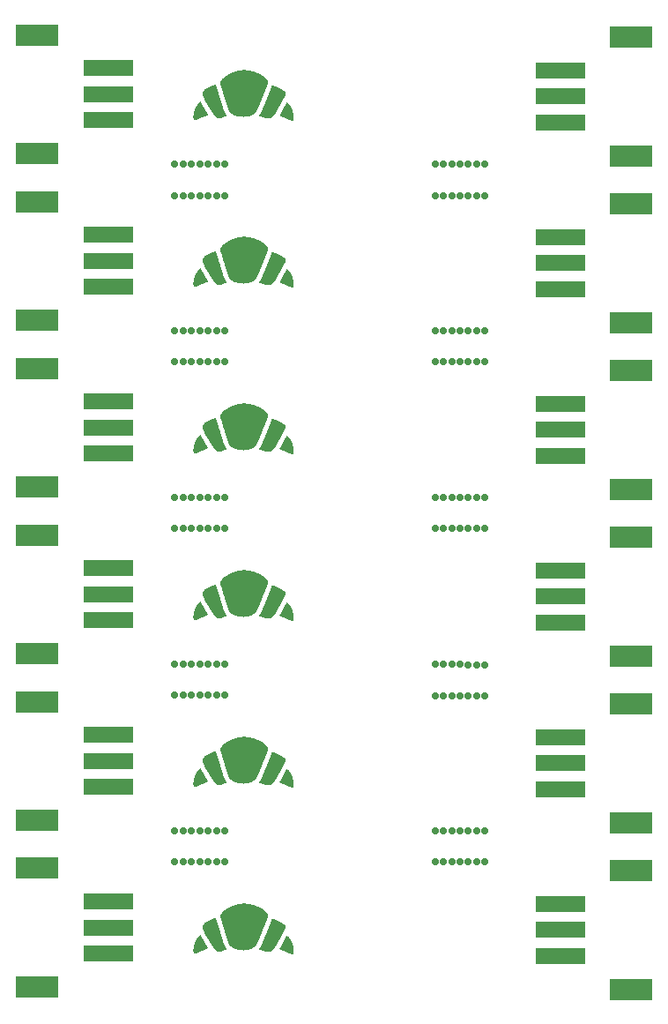
<source format=gbs>
G04*
G04 #@! TF.GenerationSoftware,Altium Limited,Altium Designer,20.1.12 (249)*
G04*
G04 Layer_Color=16711935*
%FSLAX25Y25*%
%MOIN*%
G70*
G04*
G04 #@! TF.SameCoordinates,880ED213-D7CF-42DA-8A1E-0FEEA66E8632*
G04*
G04*
G04 #@! TF.FilePolarity,Negative*
G04*
G01*
G75*
%ADD28C,0.02769*%
%ADD29R,0.16154X0.07887*%
%ADD30R,0.18517X0.05918*%
G36*
X94881Y350421D02*
X95859D01*
Y350340D01*
X96266D01*
Y350258D01*
X96755D01*
Y350177D01*
X96999D01*
Y350095D01*
X97407D01*
Y350014D01*
X97651D01*
Y349932D01*
X97977D01*
Y349851D01*
X98221D01*
Y349769D01*
X98466D01*
Y349688D01*
X98710D01*
Y349606D01*
X98873D01*
Y349525D01*
X99117D01*
Y349444D01*
X99362D01*
Y349362D01*
X99524D01*
Y349281D01*
X99687D01*
Y349199D01*
X99850D01*
Y349118D01*
X100013D01*
Y349036D01*
X100176D01*
Y348955D01*
X100339D01*
Y348873D01*
X100502D01*
Y348792D01*
X100665D01*
Y348710D01*
X100828D01*
Y348629D01*
X100909D01*
Y348548D01*
X101072D01*
Y348466D01*
X101235D01*
Y348385D01*
X101317D01*
Y348303D01*
X101479D01*
Y348222D01*
X101561D01*
Y348140D01*
X101724D01*
Y348059D01*
X101805D01*
Y347977D01*
X101887D01*
Y347896D01*
X102050D01*
Y347814D01*
X102131D01*
Y347733D01*
X102213D01*
Y347652D01*
X102294D01*
Y347570D01*
X102375D01*
Y347489D01*
X102457D01*
Y347407D01*
X102538D01*
Y347326D01*
X102620D01*
Y347244D01*
X102701D01*
Y347163D01*
X102783D01*
Y347081D01*
X102864D01*
Y347000D01*
Y346918D01*
X102946D01*
Y346837D01*
X103027D01*
Y346756D01*
Y346674D01*
X103109D01*
Y346592D01*
Y346511D01*
X103190D01*
Y346430D01*
Y346348D01*
Y346267D01*
X103272D01*
Y346185D01*
Y346104D01*
Y346022D01*
Y345941D01*
Y345859D01*
Y345778D01*
Y345696D01*
Y345615D01*
Y345534D01*
Y345452D01*
Y345371D01*
Y345289D01*
X103190D01*
Y345208D01*
Y345126D01*
Y345045D01*
X103109D01*
Y344963D01*
Y344882D01*
Y344800D01*
Y344719D01*
X103027D01*
Y344637D01*
Y344556D01*
Y344475D01*
X102946D01*
Y344393D01*
Y344312D01*
X102864D01*
Y344230D01*
Y344149D01*
Y344067D01*
X102783D01*
Y343986D01*
Y343904D01*
X102701D01*
Y343823D01*
Y343741D01*
Y343660D01*
X102620D01*
Y343579D01*
Y343497D01*
X102538D01*
Y343416D01*
Y343334D01*
Y343253D01*
X102457D01*
Y343171D01*
Y343090D01*
Y343008D01*
X102375D01*
Y342927D01*
Y342846D01*
X102294D01*
Y342764D01*
Y342683D01*
Y342601D01*
X102213D01*
Y342520D01*
Y342438D01*
X102131D01*
Y342357D01*
Y342275D01*
X102050D01*
Y342194D01*
Y342112D01*
Y342031D01*
X101968D01*
Y341949D01*
Y341868D01*
X101887D01*
Y341787D01*
Y341705D01*
Y341624D01*
X101805D01*
Y341542D01*
Y341461D01*
X101724D01*
Y341379D01*
Y341298D01*
Y341216D01*
X101642D01*
Y341135D01*
Y341053D01*
X101561D01*
Y340972D01*
Y340891D01*
Y340809D01*
X101479D01*
Y340727D01*
Y340646D01*
X101398D01*
Y340565D01*
Y340483D01*
Y340402D01*
X101317D01*
Y340320D01*
Y340239D01*
X101235D01*
Y340157D01*
Y340076D01*
X101154D01*
Y339994D01*
Y339913D01*
Y339831D01*
X101072D01*
Y339750D01*
Y339669D01*
Y339587D01*
X100991D01*
Y339506D01*
Y339424D01*
X100909D01*
Y339343D01*
Y339261D01*
Y339180D01*
X100828D01*
Y339098D01*
Y339017D01*
X100746D01*
Y338935D01*
Y338854D01*
Y338773D01*
X100665D01*
Y338691D01*
Y338610D01*
X100584D01*
Y338528D01*
Y338447D01*
Y338365D01*
X100502D01*
Y338284D01*
Y338202D01*
X100420D01*
Y338121D01*
Y338039D01*
Y337958D01*
X100339D01*
Y337877D01*
Y337795D01*
X100258D01*
Y337714D01*
Y337632D01*
X100176D01*
Y337551D01*
Y337469D01*
Y337388D01*
X100095D01*
Y337306D01*
Y337225D01*
Y337143D01*
X100013D01*
Y337062D01*
Y336981D01*
X99932D01*
Y336899D01*
Y336818D01*
Y336736D01*
X99850D01*
Y336655D01*
Y336573D01*
X99769D01*
Y336492D01*
Y336410D01*
X99687D01*
Y336329D01*
Y336247D01*
X99606D01*
Y336166D01*
Y336084D01*
Y336003D01*
X99524D01*
Y335922D01*
Y335840D01*
X99443D01*
Y335759D01*
Y335677D01*
X99362D01*
Y335596D01*
Y335514D01*
X99280D01*
Y335433D01*
Y335351D01*
X99199D01*
Y335270D01*
X99117D01*
Y335188D01*
Y335107D01*
X99036D01*
Y335026D01*
Y334944D01*
X98954D01*
Y334862D01*
X98873D01*
Y334781D01*
Y334700D01*
X98791D01*
Y334618D01*
X98710D01*
Y334537D01*
X98628D01*
Y334455D01*
X98547D01*
Y334374D01*
X98466D01*
Y334292D01*
X98384D01*
Y334211D01*
X98303D01*
Y334129D01*
X98221D01*
Y334048D01*
X98140D01*
Y333966D01*
X98058D01*
Y333885D01*
X97977D01*
Y333804D01*
X97814D01*
Y333722D01*
X97651D01*
Y333641D01*
X97570D01*
Y333559D01*
X97407D01*
Y333478D01*
X97244D01*
Y333396D01*
X97081D01*
Y333315D01*
X96836D01*
Y333233D01*
X96592D01*
Y333152D01*
X96429D01*
Y333070D01*
X96103D01*
Y332989D01*
X95777D01*
Y332908D01*
X95289D01*
Y332826D01*
X94230D01*
Y332745D01*
X93985D01*
Y332826D01*
X92845D01*
Y332908D01*
X92275D01*
Y332989D01*
X92030D01*
Y333070D01*
X91623D01*
Y333152D01*
X91379D01*
Y333233D01*
X91134D01*
Y333315D01*
X90890D01*
Y333396D01*
X90645D01*
Y333478D01*
X90483D01*
Y333559D01*
X90320D01*
Y333641D01*
X90157D01*
Y333722D01*
X89994D01*
Y333804D01*
X89831D01*
Y333885D01*
X89668D01*
Y333966D01*
X89587D01*
Y334048D01*
X89505D01*
Y334129D01*
X89342D01*
Y334211D01*
X89261D01*
Y334292D01*
X89179D01*
Y334374D01*
X89098D01*
Y334455D01*
X89016D01*
Y334537D01*
Y334618D01*
X88935D01*
Y334700D01*
X88853D01*
Y334781D01*
X88772D01*
Y334862D01*
Y334944D01*
X88691D01*
Y335026D01*
Y335107D01*
X88609D01*
Y335188D01*
Y335270D01*
X88528D01*
Y335351D01*
Y335433D01*
X88446D01*
Y335514D01*
Y335596D01*
X88365D01*
Y335677D01*
Y335759D01*
Y335840D01*
X88283D01*
Y335922D01*
Y336003D01*
X88202D01*
Y336084D01*
Y336166D01*
Y336247D01*
X88120D01*
Y336329D01*
Y336410D01*
Y336492D01*
Y336573D01*
X88039D01*
Y336655D01*
Y336736D01*
Y336818D01*
X87957D01*
Y336899D01*
Y336981D01*
Y337062D01*
X87876D01*
Y337143D01*
Y337225D01*
Y337306D01*
X87795D01*
Y337388D01*
Y337469D01*
Y337551D01*
X87713D01*
Y337632D01*
Y337714D01*
Y337795D01*
X87632D01*
Y337877D01*
Y337958D01*
Y338039D01*
Y338121D01*
X87550D01*
Y338202D01*
Y338284D01*
Y338365D01*
X87469D01*
Y338447D01*
Y338528D01*
Y338610D01*
X87387D01*
Y338691D01*
Y338773D01*
Y338854D01*
Y338935D01*
X87306D01*
Y339017D01*
Y339098D01*
Y339180D01*
X87224D01*
Y339261D01*
Y339343D01*
Y339424D01*
X87143D01*
Y339506D01*
Y339587D01*
Y339669D01*
X87061D01*
Y339750D01*
Y339831D01*
Y339913D01*
X86980D01*
Y339994D01*
Y340076D01*
Y340157D01*
X86898D01*
Y340239D01*
Y340320D01*
Y340402D01*
Y340483D01*
X86817D01*
Y340565D01*
Y340646D01*
Y340727D01*
X86735D01*
Y340809D01*
Y340891D01*
Y340972D01*
X86654D01*
Y341053D01*
Y341135D01*
Y341216D01*
X86573D01*
Y341298D01*
Y341379D01*
Y341461D01*
X86491D01*
Y341542D01*
Y341624D01*
Y341705D01*
X86410D01*
Y341787D01*
Y341868D01*
Y341949D01*
Y342031D01*
X86328D01*
Y342112D01*
Y342194D01*
Y342275D01*
X86247D01*
Y342357D01*
Y342438D01*
Y342520D01*
X86165D01*
Y342601D01*
Y342683D01*
Y342764D01*
X86084D01*
Y342846D01*
Y342927D01*
Y343008D01*
X86002D01*
Y343090D01*
Y343171D01*
Y343253D01*
X85921D01*
Y343334D01*
Y343416D01*
Y343497D01*
Y343579D01*
X85839D01*
Y343660D01*
Y343741D01*
Y343823D01*
X85758D01*
Y343904D01*
Y343986D01*
Y344067D01*
X85677D01*
Y344149D01*
Y344230D01*
Y344312D01*
X85595D01*
Y344393D01*
Y344475D01*
X85514D01*
Y344556D01*
Y344637D01*
Y344719D01*
Y344800D01*
X85432D01*
Y344882D01*
Y344963D01*
Y345045D01*
Y345126D01*
X85351D01*
Y345208D01*
Y345289D01*
Y345371D01*
Y345452D01*
Y345534D01*
Y345615D01*
Y345696D01*
Y345778D01*
Y345859D01*
X85432D01*
Y345941D01*
Y346022D01*
Y346104D01*
Y346185D01*
X85514D01*
Y346267D01*
Y346348D01*
X85595D01*
Y346430D01*
Y346511D01*
X85677D01*
Y346592D01*
X85758D01*
Y346674D01*
Y346756D01*
X85839D01*
Y346837D01*
X85921D01*
Y346918D01*
X86002D01*
Y347000D01*
Y347081D01*
X86084D01*
Y347163D01*
X86165D01*
Y347244D01*
X86247D01*
Y347326D01*
X86328D01*
Y347407D01*
X86410D01*
Y347489D01*
X86573D01*
Y347570D01*
X86654D01*
Y347652D01*
X86735D01*
Y347733D01*
X86817D01*
Y347814D01*
X86898D01*
Y347896D01*
X87061D01*
Y347977D01*
X87143D01*
Y348059D01*
X87224D01*
Y348140D01*
X87387D01*
Y348222D01*
X87469D01*
Y348303D01*
X87632D01*
Y348385D01*
X87713D01*
Y348466D01*
X87876D01*
Y348548D01*
X87957D01*
Y348629D01*
X88120D01*
Y348710D01*
X88283D01*
Y348792D01*
X88365D01*
Y348873D01*
X88528D01*
Y348955D01*
X88691D01*
Y349036D01*
X88853D01*
Y349118D01*
X89016D01*
Y349199D01*
X89179D01*
Y349281D01*
X89342D01*
Y349362D01*
X89505D01*
Y349444D01*
X89749D01*
Y349525D01*
X89912D01*
Y349606D01*
X90075D01*
Y349688D01*
X90320D01*
Y349769D01*
X90564D01*
Y349851D01*
X90808D01*
Y349932D01*
X91053D01*
Y350014D01*
X91297D01*
Y350095D01*
X91704D01*
Y350177D01*
X91949D01*
Y350258D01*
X92438D01*
Y350340D01*
X92763D01*
Y350421D01*
X93741D01*
Y350502D01*
X94881D01*
Y350421D01*
D02*
G37*
G36*
X83640Y345045D02*
Y344963D01*
Y344882D01*
X83722D01*
Y344800D01*
Y344719D01*
Y344637D01*
Y344556D01*
X83803D01*
Y344475D01*
Y344393D01*
Y344312D01*
Y344230D01*
X83885D01*
Y344149D01*
Y344067D01*
Y343986D01*
X83966D01*
Y343904D01*
Y343823D01*
Y343741D01*
X84047D01*
Y343660D01*
Y343579D01*
Y343497D01*
X84129D01*
Y343416D01*
Y343334D01*
Y343253D01*
X84210D01*
Y343171D01*
Y343090D01*
Y343008D01*
X84292D01*
Y342927D01*
Y342846D01*
Y342764D01*
X84373D01*
Y342683D01*
Y342601D01*
Y342520D01*
Y342438D01*
X84455D01*
Y342357D01*
Y342275D01*
Y342194D01*
X84536D01*
Y342112D01*
Y342031D01*
Y341949D01*
X84618D01*
Y341868D01*
Y341787D01*
Y341705D01*
X84699D01*
Y341624D01*
Y341542D01*
Y341461D01*
X84781D01*
Y341379D01*
Y341298D01*
Y341216D01*
Y341135D01*
X84862D01*
Y341053D01*
Y340972D01*
X84943D01*
Y340891D01*
Y340809D01*
Y340727D01*
Y340646D01*
X85025D01*
Y340565D01*
Y340483D01*
Y340402D01*
X85106D01*
Y340320D01*
Y340239D01*
Y340157D01*
X85188D01*
Y340076D01*
Y339994D01*
Y339913D01*
Y339831D01*
X85269D01*
Y339750D01*
Y339669D01*
X85351D01*
Y339587D01*
Y339506D01*
Y339424D01*
Y339343D01*
X85432D01*
Y339261D01*
Y339180D01*
Y339098D01*
X85514D01*
Y339017D01*
Y338935D01*
Y338854D01*
X85595D01*
Y338773D01*
Y338691D01*
Y338610D01*
Y338528D01*
X85677D01*
Y338447D01*
Y338365D01*
X85758D01*
Y338284D01*
Y338202D01*
Y338121D01*
Y338039D01*
X85839D01*
Y337958D01*
Y337877D01*
X85921D01*
Y337795D01*
Y337714D01*
Y337632D01*
Y337551D01*
X86002D01*
Y337469D01*
Y337388D01*
Y337306D01*
X86084D01*
Y337225D01*
Y337143D01*
Y337062D01*
X86165D01*
Y336981D01*
Y336899D01*
Y336818D01*
Y336736D01*
X86247D01*
Y336655D01*
Y336573D01*
X86328D01*
Y336492D01*
Y336410D01*
Y336329D01*
Y336247D01*
X86410D01*
Y336166D01*
Y336084D01*
Y336003D01*
X86491D01*
Y335922D01*
Y335840D01*
Y335759D01*
X86573D01*
Y335677D01*
Y335596D01*
Y335514D01*
X86654D01*
Y335433D01*
Y335351D01*
Y335270D01*
X86735D01*
Y335188D01*
Y335107D01*
Y335026D01*
X86817D01*
Y334944D01*
Y334862D01*
X86898D01*
Y334781D01*
Y334700D01*
X86980D01*
Y334618D01*
Y334537D01*
X87061D01*
Y334455D01*
Y334374D01*
X87143D01*
Y334292D01*
Y334211D01*
X87224D01*
Y334129D01*
Y334048D01*
X87306D01*
Y333966D01*
Y333885D01*
X87387D01*
Y333804D01*
X87469D01*
Y333722D01*
X87550D01*
Y333641D01*
Y333559D01*
X87632D01*
Y333478D01*
X87713D01*
Y333396D01*
X87795D01*
Y333315D01*
X87876D01*
Y333233D01*
X87713D01*
Y333152D01*
X87550D01*
Y333070D01*
X87306D01*
Y332989D01*
X87143D01*
Y332908D01*
X86980D01*
Y332826D01*
X86735D01*
Y332745D01*
X86573D01*
Y332663D01*
X86328D01*
Y332582D01*
X86165D01*
Y332500D01*
X85921D01*
Y332419D01*
X85677D01*
Y332337D01*
X85351D01*
Y332256D01*
X84292D01*
Y332337D01*
X84129D01*
Y332419D01*
X83966D01*
Y332500D01*
X83885D01*
Y332582D01*
X83803D01*
Y332663D01*
X83640D01*
Y332745D01*
X83559D01*
Y332826D01*
X83477D01*
Y332908D01*
X83396D01*
Y332989D01*
X83314D01*
Y333070D01*
Y333152D01*
X83233D01*
Y333233D01*
X83151D01*
Y333315D01*
X83070D01*
Y333396D01*
X82988D01*
Y333478D01*
Y333559D01*
X82907D01*
Y333641D01*
X82825D01*
Y333722D01*
X82744D01*
Y333804D01*
Y333885D01*
X82663D01*
Y333966D01*
X82581D01*
Y334048D01*
Y334129D01*
X82500D01*
Y334211D01*
X82418D01*
Y334292D01*
Y334374D01*
X82337D01*
Y334455D01*
X82255D01*
Y334537D01*
Y334618D01*
X82174D01*
Y334700D01*
X82092D01*
Y334781D01*
Y334862D01*
X82011D01*
Y334944D01*
X81929D01*
Y335026D01*
Y335107D01*
X81848D01*
Y335188D01*
X81767D01*
Y335270D01*
Y335351D01*
X81685D01*
Y335433D01*
X81604D01*
Y335514D01*
Y335596D01*
X81522D01*
Y335677D01*
Y335759D01*
X81441D01*
Y335840D01*
X81359D01*
Y335922D01*
Y336003D01*
X81278D01*
Y336084D01*
X81196D01*
Y336166D01*
Y336247D01*
X81115D01*
Y336329D01*
Y336410D01*
X81033D01*
Y336492D01*
X80952D01*
Y336573D01*
Y336655D01*
X80870D01*
Y336736D01*
Y336818D01*
X80789D01*
Y336899D01*
X80708D01*
Y336981D01*
Y337062D01*
X80626D01*
Y337143D01*
X80545D01*
Y337225D01*
Y337306D01*
X80463D01*
Y337388D01*
Y337469D01*
X80382D01*
Y337551D01*
X80300D01*
Y337632D01*
Y337714D01*
X80219D01*
Y337795D01*
Y337877D01*
X80137D01*
Y337958D01*
X80056D01*
Y338039D01*
Y338121D01*
X79975D01*
Y338202D01*
Y338284D01*
X79893D01*
Y338365D01*
X79812D01*
Y338447D01*
Y338528D01*
X79730D01*
Y338610D01*
X79649D01*
Y338691D01*
Y338773D01*
X79567D01*
Y338854D01*
Y338935D01*
X79486D01*
Y339017D01*
Y339098D01*
X79404D01*
Y339180D01*
Y339261D01*
X79323D01*
Y339343D01*
Y339424D01*
X79241D01*
Y339506D01*
Y339587D01*
Y339669D01*
X79160D01*
Y339750D01*
Y339831D01*
X79078D01*
Y339913D01*
Y339994D01*
X78997D01*
Y340076D01*
Y340157D01*
Y340239D01*
X78916D01*
Y340320D01*
Y340402D01*
Y340483D01*
X78834D01*
Y340565D01*
Y340646D01*
X78753D01*
Y340727D01*
Y340809D01*
Y340891D01*
Y340972D01*
X78671D01*
Y341053D01*
Y341135D01*
Y341216D01*
Y341298D01*
Y341379D01*
Y341461D01*
Y341542D01*
Y341624D01*
Y341705D01*
Y341787D01*
Y341868D01*
Y341949D01*
Y342031D01*
Y342112D01*
X78753D01*
Y342194D01*
Y342275D01*
X78834D01*
Y342357D01*
Y342438D01*
X78916D01*
Y342520D01*
Y342601D01*
X78997D01*
Y342683D01*
X79078D01*
Y342764D01*
X79160D01*
Y342846D01*
X79241D01*
Y342927D01*
X79323D01*
Y343008D01*
X79404D01*
Y343090D01*
X79486D01*
Y343171D01*
X79649D01*
Y343253D01*
X79730D01*
Y343334D01*
X79812D01*
Y343416D01*
X79975D01*
Y343497D01*
X80137D01*
Y343579D01*
X80219D01*
Y343660D01*
X80382D01*
Y343741D01*
X80545D01*
Y343823D01*
X80708D01*
Y343904D01*
X80870D01*
Y343986D01*
X80952D01*
Y344067D01*
X81196D01*
Y344149D01*
X81359D01*
Y344230D01*
X81522D01*
Y344312D01*
X81685D01*
Y344393D01*
X81848D01*
Y344475D01*
X82092D01*
Y344556D01*
X82255D01*
Y344637D01*
X82500D01*
Y344719D01*
X82663D01*
Y344800D01*
X82907D01*
Y344882D01*
X83070D01*
Y344963D01*
X83314D01*
Y345045D01*
X83559D01*
Y345126D01*
X83640D01*
Y345045D01*
D02*
G37*
G36*
X105145Y344719D02*
X105308D01*
Y344637D01*
X105552D01*
Y344556D01*
X105715D01*
Y344475D01*
X105878D01*
Y344393D01*
X106123D01*
Y344312D01*
X106286D01*
Y344230D01*
X106530D01*
Y344149D01*
X106611D01*
Y344067D01*
X106856D01*
Y343986D01*
X107019D01*
Y343904D01*
X107182D01*
Y343823D01*
X107344D01*
Y343741D01*
X107507D01*
Y343660D01*
X107752D01*
Y343579D01*
X107833D01*
Y343497D01*
X107996D01*
Y343416D01*
X108159D01*
Y343334D01*
X108322D01*
Y343253D01*
X108485D01*
Y343171D01*
X108566D01*
Y343090D01*
X108729D01*
Y343008D01*
X108892D01*
Y342927D01*
X108974D01*
Y342846D01*
X109137D01*
Y342764D01*
X109218D01*
Y342683D01*
X109381D01*
Y342601D01*
X109462D01*
Y342520D01*
X109544D01*
Y342438D01*
X109625D01*
Y342357D01*
X109707D01*
Y342275D01*
X109788D01*
Y342194D01*
X109870D01*
Y342112D01*
Y342031D01*
X109951D01*
Y341949D01*
Y341868D01*
X110033D01*
Y341787D01*
Y341705D01*
Y341624D01*
Y341542D01*
Y341461D01*
Y341379D01*
Y341298D01*
Y341216D01*
X109951D01*
Y341135D01*
Y341053D01*
X109870D01*
Y340972D01*
Y340891D01*
Y340809D01*
X109788D01*
Y340727D01*
Y340646D01*
X109707D01*
Y340565D01*
Y340483D01*
X109625D01*
Y340402D01*
Y340320D01*
X109544D01*
Y340239D01*
Y340157D01*
X109462D01*
Y340076D01*
Y339994D01*
X109381D01*
Y339913D01*
X109300D01*
Y339831D01*
Y339750D01*
X109218D01*
Y339669D01*
Y339587D01*
X109137D01*
Y339506D01*
Y339424D01*
X109055D01*
Y339343D01*
Y339261D01*
X108974D01*
Y339180D01*
X108892D01*
Y339098D01*
Y339017D01*
X108811D01*
Y338935D01*
Y338854D01*
X108729D01*
Y338773D01*
Y338691D01*
X108648D01*
Y338610D01*
Y338528D01*
X108566D01*
Y338447D01*
Y338365D01*
X108485D01*
Y338284D01*
Y338202D01*
X108403D01*
Y338121D01*
X108322D01*
Y338039D01*
Y337958D01*
X108240D01*
Y337877D01*
Y337795D01*
X108159D01*
Y337714D01*
Y337632D01*
X108078D01*
Y337551D01*
Y337469D01*
X107996D01*
Y337388D01*
X107915D01*
Y337306D01*
Y337225D01*
X107833D01*
Y337143D01*
Y337062D01*
X107752D01*
Y336981D01*
Y336899D01*
X107670D01*
Y336818D01*
Y336736D01*
X107589D01*
Y336655D01*
X107507D01*
Y336573D01*
Y336492D01*
X107426D01*
Y336410D01*
Y336329D01*
X107344D01*
Y336247D01*
Y336166D01*
X107263D01*
Y336084D01*
Y336003D01*
X107182D01*
Y335922D01*
Y335840D01*
X107100D01*
Y335759D01*
Y335677D01*
X107019D01*
Y335596D01*
X106937D01*
Y335514D01*
Y335433D01*
X106856D01*
Y335351D01*
Y335270D01*
X106774D01*
Y335188D01*
Y335107D01*
X106693D01*
Y335026D01*
Y334944D01*
X106611D01*
Y334862D01*
X106530D01*
Y334781D01*
Y334700D01*
X106448D01*
Y334618D01*
Y334537D01*
X106367D01*
Y334455D01*
Y334374D01*
X106286D01*
Y334292D01*
Y334211D01*
X106204D01*
Y334129D01*
X106123D01*
Y334048D01*
X106041D01*
Y333966D01*
Y333885D01*
X105960D01*
Y333804D01*
X105878D01*
Y333722D01*
X105797D01*
Y333641D01*
X105715D01*
Y333559D01*
Y333478D01*
X105634D01*
Y333396D01*
X105552D01*
Y333315D01*
X105471D01*
Y333233D01*
X105389D01*
Y333152D01*
X105308D01*
Y333070D01*
X105227D01*
Y332989D01*
X105145D01*
Y332908D01*
X105064D01*
Y332826D01*
X104982D01*
Y332745D01*
X104901D01*
Y332663D01*
X104819D01*
Y332582D01*
X104656D01*
Y332500D01*
X104575D01*
Y332419D01*
X104412D01*
Y332337D01*
X104249D01*
Y332256D01*
X104005D01*
Y332174D01*
X102864D01*
Y332256D01*
X102457D01*
Y332337D01*
X102131D01*
Y332419D01*
X101887D01*
Y332500D01*
X101561D01*
Y332582D01*
X101398D01*
Y332663D01*
X101154D01*
Y332745D01*
X100909D01*
Y332826D01*
X100746D01*
Y332908D01*
X100502D01*
Y332989D01*
X100339D01*
Y333070D01*
X100095D01*
Y333152D01*
X99932D01*
Y333233D01*
X99850D01*
Y333315D01*
X99932D01*
Y333396D01*
X100013D01*
Y333478D01*
Y333559D01*
X100095D01*
Y333641D01*
X100176D01*
Y333722D01*
X100258D01*
Y333804D01*
X100339D01*
Y333885D01*
Y333966D01*
X100420D01*
Y334048D01*
X100502D01*
Y334129D01*
Y334211D01*
X100584D01*
Y334292D01*
X100665D01*
Y334374D01*
Y334455D01*
X100746D01*
Y334537D01*
Y334618D01*
X100828D01*
Y334700D01*
Y334781D01*
X100909D01*
Y334862D01*
Y334944D01*
X100991D01*
Y335026D01*
Y335107D01*
X101072D01*
Y335188D01*
Y335270D01*
X101154D01*
Y335351D01*
Y335433D01*
X101235D01*
Y335514D01*
Y335596D01*
X101317D01*
Y335677D01*
Y335759D01*
Y335840D01*
X101398D01*
Y335922D01*
Y336003D01*
X101479D01*
Y336084D01*
Y336166D01*
X101561D01*
Y336247D01*
Y336329D01*
Y336410D01*
X101642D01*
Y336492D01*
Y336573D01*
X101724D01*
Y336655D01*
Y336736D01*
Y336818D01*
X101805D01*
Y336899D01*
Y336981D01*
X101887D01*
Y337062D01*
Y337143D01*
Y337225D01*
X101968D01*
Y337306D01*
Y337388D01*
X102050D01*
Y337469D01*
Y337551D01*
Y337632D01*
X102131D01*
Y337714D01*
Y337795D01*
X102213D01*
Y337877D01*
Y337958D01*
Y338039D01*
X102294D01*
Y338121D01*
Y338202D01*
X102375D01*
Y338284D01*
Y338365D01*
Y338447D01*
X102457D01*
Y338528D01*
Y338610D01*
X102538D01*
Y338691D01*
Y338773D01*
Y338854D01*
X102620D01*
Y338935D01*
Y339017D01*
X102701D01*
Y339098D01*
Y339180D01*
Y339261D01*
X102783D01*
Y339343D01*
Y339424D01*
X102864D01*
Y339506D01*
Y339587D01*
Y339669D01*
X102946D01*
Y339750D01*
Y339831D01*
X103027D01*
Y339913D01*
Y339994D01*
Y340076D01*
X103109D01*
Y340157D01*
Y340239D01*
X103190D01*
Y340320D01*
Y340402D01*
X103272D01*
Y340483D01*
Y340565D01*
Y340646D01*
X103353D01*
Y340727D01*
Y340809D01*
Y340891D01*
X103435D01*
Y340972D01*
Y341053D01*
X103516D01*
Y341135D01*
Y341216D01*
X103597D01*
Y341298D01*
Y341379D01*
Y341461D01*
X103679D01*
Y341542D01*
Y341624D01*
X103760D01*
Y341705D01*
Y341787D01*
Y341868D01*
X103842D01*
Y341949D01*
Y342031D01*
X103923D01*
Y342112D01*
Y342194D01*
Y342275D01*
X104005D01*
Y342357D01*
Y342438D01*
X104086D01*
Y342520D01*
Y342601D01*
Y342683D01*
X104168D01*
Y342764D01*
Y342846D01*
X104249D01*
Y342927D01*
Y343008D01*
Y343090D01*
X104331D01*
Y343171D01*
Y343253D01*
X104412D01*
Y343334D01*
Y343416D01*
Y343497D01*
X104493D01*
Y343579D01*
Y343660D01*
X104575D01*
Y343741D01*
Y343823D01*
Y343904D01*
X104656D01*
Y343986D01*
Y344067D01*
Y344149D01*
X104738D01*
Y344230D01*
Y344312D01*
Y344393D01*
X104819D01*
Y344475D01*
Y344556D01*
Y344637D01*
X104901D01*
Y344719D01*
Y344800D01*
X105145D01*
Y344719D01*
D02*
G37*
G36*
X77857Y338447D02*
Y338365D01*
X77938D01*
Y338284D01*
Y338202D01*
X78019D01*
Y338121D01*
Y338039D01*
X78101D01*
Y337958D01*
Y337877D01*
X78182D01*
Y337795D01*
Y337714D01*
X78264D01*
Y337632D01*
X78345D01*
Y337551D01*
Y337469D01*
X78427D01*
Y337388D01*
X78508D01*
Y337306D01*
Y337225D01*
X78590D01*
Y337143D01*
Y337062D01*
X78671D01*
Y336981D01*
X78753D01*
Y336899D01*
Y336818D01*
X78834D01*
Y336736D01*
Y336655D01*
X78916D01*
Y336573D01*
X78997D01*
Y336492D01*
Y336410D01*
X79078D01*
Y336329D01*
Y336247D01*
X79160D01*
Y336166D01*
X79241D01*
Y336084D01*
Y336003D01*
X79323D01*
Y335922D01*
Y335840D01*
X79404D01*
Y335759D01*
X79486D01*
Y335677D01*
Y335596D01*
X79567D01*
Y335514D01*
X79649D01*
Y335433D01*
Y335351D01*
X79730D01*
Y335270D01*
Y335188D01*
X79812D01*
Y335107D01*
X79893D01*
Y335026D01*
Y334944D01*
X79975D01*
Y334862D01*
X80056D01*
Y334781D01*
Y334700D01*
X80137D01*
Y334618D01*
Y334537D01*
X80219D01*
Y334455D01*
X80300D01*
Y334374D01*
Y334292D01*
X80382D01*
Y334211D01*
X80463D01*
Y334129D01*
Y334048D01*
X80545D01*
Y333966D01*
X80626D01*
Y333885D01*
Y333804D01*
X80708D01*
Y333722D01*
X80789D01*
Y333641D01*
Y333559D01*
X80708D01*
Y333478D01*
X80463D01*
Y333396D01*
X80300D01*
Y333315D01*
X80056D01*
Y333233D01*
X79893D01*
Y333152D01*
X79730D01*
Y333070D01*
X79486D01*
Y332989D01*
X79323D01*
Y332908D01*
X79078D01*
Y332826D01*
X78916D01*
Y332745D01*
X78671D01*
Y332663D01*
X78508D01*
Y332582D01*
X78345D01*
Y332500D01*
X78101D01*
Y332419D01*
X77938D01*
Y332337D01*
X77775D01*
Y332256D01*
X77531D01*
Y332174D01*
X77368D01*
Y332093D01*
X77123D01*
Y332012D01*
X76960D01*
Y331930D01*
X76716D01*
Y331849D01*
X76553D01*
Y331767D01*
X76309D01*
Y331686D01*
X76064D01*
Y331604D01*
X75820D01*
Y331523D01*
X75250D01*
Y331604D01*
Y331686D01*
Y331767D01*
X75168D01*
Y331849D01*
Y331930D01*
Y332012D01*
Y332093D01*
Y332174D01*
Y332256D01*
Y332337D01*
Y332419D01*
X75087D01*
Y332500D01*
Y332582D01*
Y332663D01*
Y332745D01*
Y332826D01*
Y332908D01*
Y332989D01*
Y333070D01*
Y333152D01*
Y333233D01*
X75168D01*
Y333315D01*
Y333396D01*
Y333478D01*
Y333559D01*
Y333641D01*
Y333722D01*
Y333804D01*
Y333885D01*
Y333966D01*
X75250D01*
Y334048D01*
Y334129D01*
Y334211D01*
Y334292D01*
Y334374D01*
X75331D01*
Y334455D01*
Y334537D01*
Y334618D01*
Y334700D01*
X75413D01*
Y334781D01*
Y334862D01*
Y334944D01*
Y335026D01*
X75494D01*
Y335107D01*
Y335188D01*
Y335270D01*
X75576D01*
Y335351D01*
Y335433D01*
Y335514D01*
X75657D01*
Y335596D01*
Y335677D01*
X75739D01*
Y335759D01*
Y335840D01*
Y335922D01*
X75820D01*
Y336003D01*
Y336084D01*
X75902D01*
Y336166D01*
Y336247D01*
X75983D01*
Y336329D01*
Y336410D01*
X76064D01*
Y336492D01*
X76146D01*
Y336573D01*
Y336655D01*
X76227D01*
Y336736D01*
Y336818D01*
X76309D01*
Y336899D01*
X76390D01*
Y336981D01*
Y337062D01*
X76472D01*
Y337143D01*
X76553D01*
Y337225D01*
Y337306D01*
X76635D01*
Y337388D01*
X76716D01*
Y337469D01*
X76798D01*
Y337551D01*
X76879D01*
Y337632D01*
Y337714D01*
X76960D01*
Y337795D01*
X77042D01*
Y337877D01*
X77123D01*
Y337958D01*
X77205D01*
Y338039D01*
X77286D01*
Y338121D01*
X77368D01*
Y338202D01*
X77449D01*
Y338284D01*
X77531D01*
Y338365D01*
X77694D01*
Y338447D01*
X77775D01*
Y338528D01*
X77857D01*
Y338447D01*
D02*
G37*
G36*
X110521Y338284D02*
X110603D01*
Y338202D01*
X110766D01*
Y338121D01*
Y338039D01*
X110929D01*
Y337958D01*
X111010D01*
Y337877D01*
X111092D01*
Y337795D01*
X111173D01*
Y337714D01*
Y337632D01*
X111255D01*
Y337551D01*
X111336D01*
Y337469D01*
X111417D01*
Y337388D01*
X111499D01*
Y337306D01*
X111580D01*
Y337225D01*
Y337143D01*
X111662D01*
Y337062D01*
X111743D01*
Y336981D01*
X111825D01*
Y336899D01*
Y336818D01*
X111906D01*
Y336736D01*
X111988D01*
Y336655D01*
Y336573D01*
X112069D01*
Y336492D01*
Y336410D01*
X112151D01*
Y336329D01*
Y336247D01*
X112232D01*
Y336166D01*
Y336084D01*
X112313D01*
Y336003D01*
Y335922D01*
X112395D01*
Y335840D01*
Y335759D01*
X112476D01*
Y335677D01*
Y335596D01*
X112558D01*
Y335514D01*
Y335433D01*
Y335351D01*
X112639D01*
Y335270D01*
Y335188D01*
Y335107D01*
X112721D01*
Y335026D01*
Y334944D01*
Y334862D01*
X112802D01*
Y334781D01*
Y334700D01*
Y334618D01*
Y334537D01*
Y334455D01*
X112884D01*
Y334374D01*
Y334292D01*
Y334211D01*
Y334129D01*
X112965D01*
Y334048D01*
Y333966D01*
Y333885D01*
Y333804D01*
Y333722D01*
Y333641D01*
Y333559D01*
Y333478D01*
Y333396D01*
X113047D01*
Y333315D01*
Y333233D01*
Y333152D01*
Y333070D01*
Y332989D01*
Y332908D01*
Y332826D01*
Y332745D01*
Y332663D01*
Y332582D01*
Y332500D01*
Y332419D01*
Y332337D01*
Y332256D01*
X112965D01*
Y332174D01*
Y332093D01*
Y332012D01*
Y331930D01*
Y331849D01*
Y331767D01*
Y331686D01*
X112884D01*
Y331604D01*
Y331523D01*
Y331441D01*
X112802D01*
Y331360D01*
Y331278D01*
X112558D01*
Y331360D01*
X112232D01*
Y331441D01*
X111988D01*
Y331523D01*
X111743D01*
Y331604D01*
X111499D01*
Y331686D01*
X111336D01*
Y331767D01*
X111092D01*
Y331849D01*
X110929D01*
Y331930D01*
X110684D01*
Y332012D01*
X110521D01*
Y332093D01*
X110358D01*
Y332174D01*
X110114D01*
Y332256D01*
X109951D01*
Y332337D01*
X109788D01*
Y332419D01*
X109544D01*
Y332500D01*
X109381D01*
Y332582D01*
X109218D01*
Y332663D01*
X108974D01*
Y332745D01*
X108811D01*
Y332826D01*
X108566D01*
Y332908D01*
X108403D01*
Y332989D01*
X108240D01*
Y333070D01*
X107996D01*
Y333152D01*
X107833D01*
Y333233D01*
X107670D01*
Y333315D01*
X107752D01*
Y333396D01*
Y333478D01*
X107833D01*
Y333559D01*
Y333641D01*
X107915D01*
Y333722D01*
Y333804D01*
X107996D01*
Y333885D01*
X108078D01*
Y333966D01*
Y334048D01*
X108159D01*
Y334129D01*
Y334211D01*
X108240D01*
Y334292D01*
Y334374D01*
X108322D01*
Y334455D01*
Y334537D01*
X108403D01*
Y334618D01*
X108485D01*
Y334700D01*
Y334781D01*
X108566D01*
Y334862D01*
Y334944D01*
X108648D01*
Y335026D01*
Y335107D01*
X108729D01*
Y335188D01*
Y335270D01*
X108811D01*
Y335351D01*
Y335433D01*
X108892D01*
Y335514D01*
X108974D01*
Y335596D01*
Y335677D01*
X109055D01*
Y335759D01*
Y335840D01*
X109137D01*
Y335922D01*
Y336003D01*
X109218D01*
Y336084D01*
Y336166D01*
X109300D01*
Y336247D01*
Y336329D01*
X109381D01*
Y336410D01*
X109462D01*
Y336492D01*
Y336573D01*
X109544D01*
Y336655D01*
Y336736D01*
X109625D01*
Y336818D01*
Y336899D01*
X109707D01*
Y336981D01*
Y337062D01*
X109788D01*
Y337143D01*
X109870D01*
Y337225D01*
Y337306D01*
X109951D01*
Y337388D01*
Y337469D01*
X110033D01*
Y337551D01*
Y337632D01*
X110114D01*
Y337714D01*
Y337795D01*
X110196D01*
Y337877D01*
Y337958D01*
X110277D01*
Y338039D01*
X110358D01*
Y338121D01*
Y338202D01*
X110440D01*
Y338284D01*
Y338365D01*
X110521D01*
Y338284D01*
D02*
G37*
G36*
X94881Y287429D02*
X95859D01*
Y287348D01*
X96266D01*
Y287266D01*
X96755D01*
Y287185D01*
X96999D01*
Y287103D01*
X97407D01*
Y287022D01*
X97651D01*
Y286940D01*
X97977D01*
Y286859D01*
X98221D01*
Y286777D01*
X98466D01*
Y286696D01*
X98710D01*
Y286614D01*
X98873D01*
Y286533D01*
X99117D01*
Y286452D01*
X99362D01*
Y286370D01*
X99524D01*
Y286288D01*
X99687D01*
Y286207D01*
X99850D01*
Y286126D01*
X100013D01*
Y286044D01*
X100176D01*
Y285963D01*
X100339D01*
Y285881D01*
X100502D01*
Y285800D01*
X100665D01*
Y285718D01*
X100828D01*
Y285637D01*
X100909D01*
Y285555D01*
X101072D01*
Y285474D01*
X101235D01*
Y285392D01*
X101317D01*
Y285311D01*
X101479D01*
Y285230D01*
X101561D01*
Y285148D01*
X101724D01*
Y285067D01*
X101805D01*
Y284985D01*
X101887D01*
Y284904D01*
X102050D01*
Y284822D01*
X102131D01*
Y284741D01*
X102213D01*
Y284659D01*
X102294D01*
Y284578D01*
X102375D01*
Y284496D01*
X102457D01*
Y284415D01*
X102538D01*
Y284333D01*
X102620D01*
Y284252D01*
X102701D01*
Y284171D01*
X102783D01*
Y284089D01*
X102864D01*
Y284008D01*
Y283926D01*
X102946D01*
Y283845D01*
X103027D01*
Y283763D01*
Y283682D01*
X103109D01*
Y283600D01*
Y283519D01*
X103190D01*
Y283437D01*
Y283356D01*
Y283275D01*
X103272D01*
Y283193D01*
Y283112D01*
Y283030D01*
Y282949D01*
Y282867D01*
Y282786D01*
Y282704D01*
Y282623D01*
Y282541D01*
Y282460D01*
Y282379D01*
Y282297D01*
X103190D01*
Y282216D01*
Y282134D01*
Y282053D01*
X103109D01*
Y281971D01*
Y281890D01*
Y281808D01*
Y281727D01*
X103027D01*
Y281645D01*
Y281564D01*
Y281483D01*
X102946D01*
Y281401D01*
Y281320D01*
X102864D01*
Y281238D01*
Y281157D01*
Y281075D01*
X102783D01*
Y280994D01*
Y280912D01*
X102701D01*
Y280831D01*
Y280749D01*
Y280668D01*
X102620D01*
Y280587D01*
Y280505D01*
X102538D01*
Y280423D01*
Y280342D01*
Y280261D01*
X102457D01*
Y280179D01*
Y280098D01*
Y280016D01*
X102375D01*
Y279935D01*
Y279853D01*
X102294D01*
Y279772D01*
Y279690D01*
Y279609D01*
X102213D01*
Y279527D01*
Y279446D01*
X102131D01*
Y279365D01*
Y279283D01*
X102050D01*
Y279202D01*
Y279120D01*
Y279039D01*
X101968D01*
Y278957D01*
Y278876D01*
X101887D01*
Y278794D01*
Y278713D01*
Y278631D01*
X101805D01*
Y278550D01*
Y278468D01*
X101724D01*
Y278387D01*
Y278306D01*
Y278224D01*
X101642D01*
Y278143D01*
Y278061D01*
X101561D01*
Y277980D01*
Y277898D01*
Y277817D01*
X101479D01*
Y277735D01*
Y277654D01*
X101398D01*
Y277572D01*
Y277491D01*
Y277410D01*
X101317D01*
Y277328D01*
Y277247D01*
X101235D01*
Y277165D01*
Y277084D01*
X101154D01*
Y277002D01*
Y276921D01*
Y276839D01*
X101072D01*
Y276758D01*
Y276677D01*
Y276595D01*
X100991D01*
Y276514D01*
Y276432D01*
X100909D01*
Y276351D01*
Y276269D01*
Y276188D01*
X100828D01*
Y276106D01*
Y276025D01*
X100746D01*
Y275943D01*
Y275862D01*
Y275780D01*
X100665D01*
Y275699D01*
Y275618D01*
X100584D01*
Y275536D01*
Y275455D01*
Y275373D01*
X100502D01*
Y275292D01*
Y275210D01*
X100420D01*
Y275129D01*
Y275047D01*
Y274966D01*
X100339D01*
Y274884D01*
Y274803D01*
X100258D01*
Y274722D01*
Y274640D01*
X100176D01*
Y274558D01*
Y274477D01*
Y274396D01*
X100095D01*
Y274314D01*
Y274233D01*
Y274151D01*
X100013D01*
Y274070D01*
Y273988D01*
X99932D01*
Y273907D01*
Y273825D01*
Y273744D01*
X99850D01*
Y273662D01*
Y273581D01*
X99769D01*
Y273500D01*
Y273418D01*
X99687D01*
Y273337D01*
Y273255D01*
X99606D01*
Y273174D01*
Y273092D01*
Y273011D01*
X99524D01*
Y272929D01*
Y272848D01*
X99443D01*
Y272766D01*
Y272685D01*
X99362D01*
Y272604D01*
Y272522D01*
X99280D01*
Y272441D01*
Y272359D01*
X99199D01*
Y272278D01*
X99117D01*
Y272196D01*
Y272115D01*
X99036D01*
Y272033D01*
Y271952D01*
X98954D01*
Y271870D01*
X98873D01*
Y271789D01*
Y271708D01*
X98791D01*
Y271626D01*
X98710D01*
Y271545D01*
X98628D01*
Y271463D01*
X98547D01*
Y271382D01*
X98466D01*
Y271300D01*
X98384D01*
Y271219D01*
X98303D01*
Y271137D01*
X98221D01*
Y271056D01*
X98140D01*
Y270974D01*
X98058D01*
Y270893D01*
X97977D01*
Y270812D01*
X97814D01*
Y270730D01*
X97651D01*
Y270649D01*
X97570D01*
Y270567D01*
X97407D01*
Y270486D01*
X97244D01*
Y270404D01*
X97081D01*
Y270323D01*
X96836D01*
Y270241D01*
X96592D01*
Y270160D01*
X96429D01*
Y270078D01*
X96103D01*
Y269997D01*
X95777D01*
Y269915D01*
X95289D01*
Y269834D01*
X94230D01*
Y269753D01*
X93985D01*
Y269834D01*
X92845D01*
Y269915D01*
X92275D01*
Y269997D01*
X92030D01*
Y270078D01*
X91623D01*
Y270160D01*
X91379D01*
Y270241D01*
X91134D01*
Y270323D01*
X90890D01*
Y270404D01*
X90645D01*
Y270486D01*
X90483D01*
Y270567D01*
X90320D01*
Y270649D01*
X90157D01*
Y270730D01*
X89994D01*
Y270812D01*
X89831D01*
Y270893D01*
X89668D01*
Y270974D01*
X89587D01*
Y271056D01*
X89505D01*
Y271137D01*
X89342D01*
Y271219D01*
X89261D01*
Y271300D01*
X89179D01*
Y271382D01*
X89098D01*
Y271463D01*
X89016D01*
Y271545D01*
Y271626D01*
X88935D01*
Y271708D01*
X88853D01*
Y271789D01*
X88772D01*
Y271870D01*
Y271952D01*
X88691D01*
Y272033D01*
Y272115D01*
X88609D01*
Y272196D01*
Y272278D01*
X88528D01*
Y272359D01*
Y272441D01*
X88446D01*
Y272522D01*
Y272604D01*
X88365D01*
Y272685D01*
Y272766D01*
Y272848D01*
X88283D01*
Y272929D01*
Y273011D01*
X88202D01*
Y273092D01*
Y273174D01*
Y273255D01*
X88120D01*
Y273337D01*
Y273418D01*
Y273500D01*
Y273581D01*
X88039D01*
Y273662D01*
Y273744D01*
Y273825D01*
X87957D01*
Y273907D01*
Y273988D01*
Y274070D01*
X87876D01*
Y274151D01*
Y274233D01*
Y274314D01*
X87795D01*
Y274396D01*
Y274477D01*
Y274558D01*
X87713D01*
Y274640D01*
Y274722D01*
Y274803D01*
X87632D01*
Y274884D01*
Y274966D01*
Y275047D01*
Y275129D01*
X87550D01*
Y275210D01*
Y275292D01*
Y275373D01*
X87469D01*
Y275455D01*
Y275536D01*
Y275618D01*
X87387D01*
Y275699D01*
Y275780D01*
Y275862D01*
Y275943D01*
X87306D01*
Y276025D01*
Y276106D01*
Y276188D01*
X87224D01*
Y276269D01*
Y276351D01*
Y276432D01*
X87143D01*
Y276514D01*
Y276595D01*
Y276677D01*
X87061D01*
Y276758D01*
Y276839D01*
Y276921D01*
X86980D01*
Y277002D01*
Y277084D01*
Y277165D01*
X86898D01*
Y277247D01*
Y277328D01*
Y277410D01*
Y277491D01*
X86817D01*
Y277572D01*
Y277654D01*
Y277735D01*
X86735D01*
Y277817D01*
Y277898D01*
Y277980D01*
X86654D01*
Y278061D01*
Y278143D01*
Y278224D01*
X86573D01*
Y278306D01*
Y278387D01*
Y278468D01*
X86491D01*
Y278550D01*
Y278631D01*
Y278713D01*
X86410D01*
Y278794D01*
Y278876D01*
Y278957D01*
Y279039D01*
X86328D01*
Y279120D01*
Y279202D01*
Y279283D01*
X86247D01*
Y279365D01*
Y279446D01*
Y279527D01*
X86165D01*
Y279609D01*
Y279690D01*
Y279772D01*
X86084D01*
Y279853D01*
Y279935D01*
Y280016D01*
X86002D01*
Y280098D01*
Y280179D01*
Y280261D01*
X85921D01*
Y280342D01*
Y280423D01*
Y280505D01*
Y280587D01*
X85839D01*
Y280668D01*
Y280749D01*
Y280831D01*
X85758D01*
Y280912D01*
Y280994D01*
Y281075D01*
X85677D01*
Y281157D01*
Y281238D01*
Y281320D01*
X85595D01*
Y281401D01*
Y281483D01*
X85514D01*
Y281564D01*
Y281645D01*
Y281727D01*
Y281808D01*
X85432D01*
Y281890D01*
Y281971D01*
Y282053D01*
Y282134D01*
X85351D01*
Y282216D01*
Y282297D01*
Y282379D01*
Y282460D01*
Y282541D01*
Y282623D01*
Y282704D01*
Y282786D01*
Y282867D01*
X85432D01*
Y282949D01*
Y283030D01*
Y283112D01*
Y283193D01*
X85514D01*
Y283275D01*
Y283356D01*
X85595D01*
Y283437D01*
Y283519D01*
X85677D01*
Y283600D01*
X85758D01*
Y283682D01*
Y283763D01*
X85839D01*
Y283845D01*
X85921D01*
Y283926D01*
X86002D01*
Y284008D01*
Y284089D01*
X86084D01*
Y284171D01*
X86165D01*
Y284252D01*
X86247D01*
Y284333D01*
X86328D01*
Y284415D01*
X86410D01*
Y284496D01*
X86573D01*
Y284578D01*
X86654D01*
Y284659D01*
X86735D01*
Y284741D01*
X86817D01*
Y284822D01*
X86898D01*
Y284904D01*
X87061D01*
Y284985D01*
X87143D01*
Y285067D01*
X87224D01*
Y285148D01*
X87387D01*
Y285230D01*
X87469D01*
Y285311D01*
X87632D01*
Y285392D01*
X87713D01*
Y285474D01*
X87876D01*
Y285555D01*
X87957D01*
Y285637D01*
X88120D01*
Y285718D01*
X88283D01*
Y285800D01*
X88365D01*
Y285881D01*
X88528D01*
Y285963D01*
X88691D01*
Y286044D01*
X88853D01*
Y286126D01*
X89016D01*
Y286207D01*
X89179D01*
Y286288D01*
X89342D01*
Y286370D01*
X89505D01*
Y286452D01*
X89749D01*
Y286533D01*
X89912D01*
Y286614D01*
X90075D01*
Y286696D01*
X90320D01*
Y286777D01*
X90564D01*
Y286859D01*
X90808D01*
Y286940D01*
X91053D01*
Y287022D01*
X91297D01*
Y287103D01*
X91704D01*
Y287185D01*
X91949D01*
Y287266D01*
X92438D01*
Y287348D01*
X92763D01*
Y287429D01*
X93741D01*
Y287510D01*
X94881D01*
Y287429D01*
D02*
G37*
G36*
X83640Y282053D02*
Y281971D01*
Y281890D01*
X83722D01*
Y281808D01*
Y281727D01*
Y281645D01*
Y281564D01*
X83803D01*
Y281483D01*
Y281401D01*
Y281320D01*
Y281238D01*
X83885D01*
Y281157D01*
Y281075D01*
Y280994D01*
X83966D01*
Y280912D01*
Y280831D01*
Y280749D01*
X84047D01*
Y280668D01*
Y280587D01*
Y280505D01*
X84129D01*
Y280423D01*
Y280342D01*
Y280261D01*
X84210D01*
Y280179D01*
Y280098D01*
Y280016D01*
X84292D01*
Y279935D01*
Y279853D01*
Y279772D01*
X84373D01*
Y279690D01*
Y279609D01*
Y279527D01*
Y279446D01*
X84455D01*
Y279365D01*
Y279283D01*
Y279202D01*
X84536D01*
Y279120D01*
Y279039D01*
Y278957D01*
X84618D01*
Y278876D01*
Y278794D01*
Y278713D01*
X84699D01*
Y278631D01*
Y278550D01*
Y278468D01*
X84781D01*
Y278387D01*
Y278306D01*
Y278224D01*
Y278143D01*
X84862D01*
Y278061D01*
Y277980D01*
X84943D01*
Y277898D01*
Y277817D01*
Y277735D01*
Y277654D01*
X85025D01*
Y277572D01*
Y277491D01*
Y277410D01*
X85106D01*
Y277328D01*
Y277247D01*
Y277165D01*
X85188D01*
Y277084D01*
Y277002D01*
Y276921D01*
Y276839D01*
X85269D01*
Y276758D01*
Y276677D01*
X85351D01*
Y276595D01*
Y276514D01*
Y276432D01*
Y276351D01*
X85432D01*
Y276269D01*
Y276188D01*
Y276106D01*
X85514D01*
Y276025D01*
Y275943D01*
Y275862D01*
X85595D01*
Y275780D01*
Y275699D01*
Y275618D01*
Y275536D01*
X85677D01*
Y275455D01*
Y275373D01*
X85758D01*
Y275292D01*
Y275210D01*
Y275129D01*
Y275047D01*
X85839D01*
Y274966D01*
Y274884D01*
X85921D01*
Y274803D01*
Y274722D01*
Y274640D01*
Y274558D01*
X86002D01*
Y274477D01*
Y274396D01*
Y274314D01*
X86084D01*
Y274233D01*
Y274151D01*
Y274070D01*
X86165D01*
Y273988D01*
Y273907D01*
Y273825D01*
Y273744D01*
X86247D01*
Y273662D01*
Y273581D01*
X86328D01*
Y273500D01*
Y273418D01*
Y273337D01*
Y273255D01*
X86410D01*
Y273174D01*
Y273092D01*
Y273011D01*
X86491D01*
Y272929D01*
Y272848D01*
Y272766D01*
X86573D01*
Y272685D01*
Y272604D01*
Y272522D01*
X86654D01*
Y272441D01*
Y272359D01*
Y272278D01*
X86735D01*
Y272196D01*
Y272115D01*
Y272033D01*
X86817D01*
Y271952D01*
Y271870D01*
X86898D01*
Y271789D01*
Y271708D01*
X86980D01*
Y271626D01*
Y271545D01*
X87061D01*
Y271463D01*
Y271382D01*
X87143D01*
Y271300D01*
Y271219D01*
X87224D01*
Y271137D01*
Y271056D01*
X87306D01*
Y270974D01*
Y270893D01*
X87387D01*
Y270812D01*
X87469D01*
Y270730D01*
X87550D01*
Y270649D01*
Y270567D01*
X87632D01*
Y270486D01*
X87713D01*
Y270404D01*
X87795D01*
Y270323D01*
X87876D01*
Y270241D01*
X87713D01*
Y270160D01*
X87550D01*
Y270078D01*
X87306D01*
Y269997D01*
X87143D01*
Y269915D01*
X86980D01*
Y269834D01*
X86735D01*
Y269753D01*
X86573D01*
Y269671D01*
X86328D01*
Y269590D01*
X86165D01*
Y269508D01*
X85921D01*
Y269427D01*
X85677D01*
Y269345D01*
X85351D01*
Y269264D01*
X84292D01*
Y269345D01*
X84129D01*
Y269427D01*
X83966D01*
Y269508D01*
X83885D01*
Y269590D01*
X83803D01*
Y269671D01*
X83640D01*
Y269753D01*
X83559D01*
Y269834D01*
X83477D01*
Y269915D01*
X83396D01*
Y269997D01*
X83314D01*
Y270078D01*
Y270160D01*
X83233D01*
Y270241D01*
X83151D01*
Y270323D01*
X83070D01*
Y270404D01*
X82988D01*
Y270486D01*
Y270567D01*
X82907D01*
Y270649D01*
X82825D01*
Y270730D01*
X82744D01*
Y270812D01*
Y270893D01*
X82663D01*
Y270974D01*
X82581D01*
Y271056D01*
Y271137D01*
X82500D01*
Y271219D01*
X82418D01*
Y271300D01*
Y271382D01*
X82337D01*
Y271463D01*
X82255D01*
Y271545D01*
Y271626D01*
X82174D01*
Y271708D01*
X82092D01*
Y271789D01*
Y271870D01*
X82011D01*
Y271952D01*
X81929D01*
Y272033D01*
Y272115D01*
X81848D01*
Y272196D01*
X81767D01*
Y272278D01*
Y272359D01*
X81685D01*
Y272441D01*
X81604D01*
Y272522D01*
Y272604D01*
X81522D01*
Y272685D01*
Y272766D01*
X81441D01*
Y272848D01*
X81359D01*
Y272929D01*
Y273011D01*
X81278D01*
Y273092D01*
X81196D01*
Y273174D01*
Y273255D01*
X81115D01*
Y273337D01*
Y273418D01*
X81033D01*
Y273500D01*
X80952D01*
Y273581D01*
Y273662D01*
X80870D01*
Y273744D01*
Y273825D01*
X80789D01*
Y273907D01*
X80708D01*
Y273988D01*
Y274070D01*
X80626D01*
Y274151D01*
X80545D01*
Y274233D01*
Y274314D01*
X80463D01*
Y274396D01*
Y274477D01*
X80382D01*
Y274558D01*
X80300D01*
Y274640D01*
Y274722D01*
X80219D01*
Y274803D01*
Y274884D01*
X80137D01*
Y274966D01*
X80056D01*
Y275047D01*
Y275129D01*
X79975D01*
Y275210D01*
Y275292D01*
X79893D01*
Y275373D01*
X79812D01*
Y275455D01*
Y275536D01*
X79730D01*
Y275618D01*
X79649D01*
Y275699D01*
Y275780D01*
X79567D01*
Y275862D01*
Y275943D01*
X79486D01*
Y276025D01*
Y276106D01*
X79404D01*
Y276188D01*
Y276269D01*
X79323D01*
Y276351D01*
Y276432D01*
X79241D01*
Y276514D01*
Y276595D01*
Y276677D01*
X79160D01*
Y276758D01*
Y276839D01*
X79078D01*
Y276921D01*
Y277002D01*
X78997D01*
Y277084D01*
Y277165D01*
Y277247D01*
X78916D01*
Y277328D01*
Y277410D01*
Y277491D01*
X78834D01*
Y277572D01*
Y277654D01*
X78753D01*
Y277735D01*
Y277817D01*
Y277898D01*
Y277980D01*
X78671D01*
Y278061D01*
Y278143D01*
Y278224D01*
Y278306D01*
Y278387D01*
Y278468D01*
Y278550D01*
Y278631D01*
Y278713D01*
Y278794D01*
Y278876D01*
Y278957D01*
Y279039D01*
Y279120D01*
X78753D01*
Y279202D01*
Y279283D01*
X78834D01*
Y279365D01*
Y279446D01*
X78916D01*
Y279527D01*
Y279609D01*
X78997D01*
Y279690D01*
X79078D01*
Y279772D01*
X79160D01*
Y279853D01*
X79241D01*
Y279935D01*
X79323D01*
Y280016D01*
X79404D01*
Y280098D01*
X79486D01*
Y280179D01*
X79649D01*
Y280261D01*
X79730D01*
Y280342D01*
X79812D01*
Y280423D01*
X79975D01*
Y280505D01*
X80137D01*
Y280587D01*
X80219D01*
Y280668D01*
X80382D01*
Y280749D01*
X80545D01*
Y280831D01*
X80708D01*
Y280912D01*
X80870D01*
Y280994D01*
X80952D01*
Y281075D01*
X81196D01*
Y281157D01*
X81359D01*
Y281238D01*
X81522D01*
Y281320D01*
X81685D01*
Y281401D01*
X81848D01*
Y281483D01*
X82092D01*
Y281564D01*
X82255D01*
Y281645D01*
X82500D01*
Y281727D01*
X82663D01*
Y281808D01*
X82907D01*
Y281890D01*
X83070D01*
Y281971D01*
X83314D01*
Y282053D01*
X83559D01*
Y282134D01*
X83640D01*
Y282053D01*
D02*
G37*
G36*
X105145Y281727D02*
X105308D01*
Y281645D01*
X105552D01*
Y281564D01*
X105715D01*
Y281483D01*
X105878D01*
Y281401D01*
X106123D01*
Y281320D01*
X106286D01*
Y281238D01*
X106530D01*
Y281157D01*
X106611D01*
Y281075D01*
X106856D01*
Y280994D01*
X107019D01*
Y280912D01*
X107182D01*
Y280831D01*
X107344D01*
Y280749D01*
X107507D01*
Y280668D01*
X107752D01*
Y280587D01*
X107833D01*
Y280505D01*
X107996D01*
Y280423D01*
X108159D01*
Y280342D01*
X108322D01*
Y280261D01*
X108485D01*
Y280179D01*
X108566D01*
Y280098D01*
X108729D01*
Y280016D01*
X108892D01*
Y279935D01*
X108974D01*
Y279853D01*
X109137D01*
Y279772D01*
X109218D01*
Y279690D01*
X109381D01*
Y279609D01*
X109462D01*
Y279527D01*
X109544D01*
Y279446D01*
X109625D01*
Y279365D01*
X109707D01*
Y279283D01*
X109788D01*
Y279202D01*
X109870D01*
Y279120D01*
Y279039D01*
X109951D01*
Y278957D01*
Y278876D01*
X110033D01*
Y278794D01*
Y278713D01*
Y278631D01*
Y278550D01*
Y278468D01*
Y278387D01*
Y278306D01*
Y278224D01*
X109951D01*
Y278143D01*
Y278061D01*
X109870D01*
Y277980D01*
Y277898D01*
Y277817D01*
X109788D01*
Y277735D01*
Y277654D01*
X109707D01*
Y277572D01*
Y277491D01*
X109625D01*
Y277410D01*
Y277328D01*
X109544D01*
Y277247D01*
Y277165D01*
X109462D01*
Y277084D01*
Y277002D01*
X109381D01*
Y276921D01*
X109300D01*
Y276839D01*
Y276758D01*
X109218D01*
Y276677D01*
Y276595D01*
X109137D01*
Y276514D01*
Y276432D01*
X109055D01*
Y276351D01*
Y276269D01*
X108974D01*
Y276188D01*
X108892D01*
Y276106D01*
Y276025D01*
X108811D01*
Y275943D01*
Y275862D01*
X108729D01*
Y275780D01*
Y275699D01*
X108648D01*
Y275618D01*
Y275536D01*
X108566D01*
Y275455D01*
Y275373D01*
X108485D01*
Y275292D01*
Y275210D01*
X108403D01*
Y275129D01*
X108322D01*
Y275047D01*
Y274966D01*
X108240D01*
Y274884D01*
Y274803D01*
X108159D01*
Y274722D01*
Y274640D01*
X108078D01*
Y274558D01*
Y274477D01*
X107996D01*
Y274396D01*
X107915D01*
Y274314D01*
Y274233D01*
X107833D01*
Y274151D01*
Y274070D01*
X107752D01*
Y273988D01*
Y273907D01*
X107670D01*
Y273825D01*
Y273744D01*
X107589D01*
Y273662D01*
X107507D01*
Y273581D01*
Y273500D01*
X107426D01*
Y273418D01*
Y273337D01*
X107344D01*
Y273255D01*
Y273174D01*
X107263D01*
Y273092D01*
Y273011D01*
X107182D01*
Y272929D01*
Y272848D01*
X107100D01*
Y272766D01*
Y272685D01*
X107019D01*
Y272604D01*
X106937D01*
Y272522D01*
Y272441D01*
X106856D01*
Y272359D01*
Y272278D01*
X106774D01*
Y272196D01*
Y272115D01*
X106693D01*
Y272033D01*
Y271952D01*
X106611D01*
Y271870D01*
X106530D01*
Y271789D01*
Y271708D01*
X106448D01*
Y271626D01*
Y271545D01*
X106367D01*
Y271463D01*
Y271382D01*
X106286D01*
Y271300D01*
Y271219D01*
X106204D01*
Y271137D01*
X106123D01*
Y271056D01*
X106041D01*
Y270974D01*
Y270893D01*
X105960D01*
Y270812D01*
X105878D01*
Y270730D01*
X105797D01*
Y270649D01*
X105715D01*
Y270567D01*
Y270486D01*
X105634D01*
Y270404D01*
X105552D01*
Y270323D01*
X105471D01*
Y270241D01*
X105389D01*
Y270160D01*
X105308D01*
Y270078D01*
X105227D01*
Y269997D01*
X105145D01*
Y269915D01*
X105064D01*
Y269834D01*
X104982D01*
Y269753D01*
X104901D01*
Y269671D01*
X104819D01*
Y269590D01*
X104656D01*
Y269508D01*
X104575D01*
Y269427D01*
X104412D01*
Y269345D01*
X104249D01*
Y269264D01*
X104005D01*
Y269182D01*
X102864D01*
Y269264D01*
X102457D01*
Y269345D01*
X102131D01*
Y269427D01*
X101887D01*
Y269508D01*
X101561D01*
Y269590D01*
X101398D01*
Y269671D01*
X101154D01*
Y269753D01*
X100909D01*
Y269834D01*
X100746D01*
Y269915D01*
X100502D01*
Y269997D01*
X100339D01*
Y270078D01*
X100095D01*
Y270160D01*
X99932D01*
Y270241D01*
X99850D01*
Y270323D01*
X99932D01*
Y270404D01*
X100013D01*
Y270486D01*
Y270567D01*
X100095D01*
Y270649D01*
X100176D01*
Y270730D01*
X100258D01*
Y270812D01*
X100339D01*
Y270893D01*
Y270974D01*
X100420D01*
Y271056D01*
X100502D01*
Y271137D01*
Y271219D01*
X100584D01*
Y271300D01*
X100665D01*
Y271382D01*
Y271463D01*
X100746D01*
Y271545D01*
Y271626D01*
X100828D01*
Y271708D01*
Y271789D01*
X100909D01*
Y271870D01*
Y271952D01*
X100991D01*
Y272033D01*
Y272115D01*
X101072D01*
Y272196D01*
Y272278D01*
X101154D01*
Y272359D01*
Y272441D01*
X101235D01*
Y272522D01*
Y272604D01*
X101317D01*
Y272685D01*
Y272766D01*
Y272848D01*
X101398D01*
Y272929D01*
Y273011D01*
X101479D01*
Y273092D01*
Y273174D01*
X101561D01*
Y273255D01*
Y273337D01*
Y273418D01*
X101642D01*
Y273500D01*
Y273581D01*
X101724D01*
Y273662D01*
Y273744D01*
Y273825D01*
X101805D01*
Y273907D01*
Y273988D01*
X101887D01*
Y274070D01*
Y274151D01*
Y274233D01*
X101968D01*
Y274314D01*
Y274396D01*
X102050D01*
Y274477D01*
Y274558D01*
Y274640D01*
X102131D01*
Y274722D01*
Y274803D01*
X102213D01*
Y274884D01*
Y274966D01*
Y275047D01*
X102294D01*
Y275129D01*
Y275210D01*
X102375D01*
Y275292D01*
Y275373D01*
Y275455D01*
X102457D01*
Y275536D01*
Y275618D01*
X102538D01*
Y275699D01*
Y275780D01*
Y275862D01*
X102620D01*
Y275943D01*
Y276025D01*
X102701D01*
Y276106D01*
Y276188D01*
Y276269D01*
X102783D01*
Y276351D01*
Y276432D01*
X102864D01*
Y276514D01*
Y276595D01*
Y276677D01*
X102946D01*
Y276758D01*
Y276839D01*
X103027D01*
Y276921D01*
Y277002D01*
Y277084D01*
X103109D01*
Y277165D01*
Y277247D01*
X103190D01*
Y277328D01*
Y277410D01*
X103272D01*
Y277491D01*
Y277572D01*
Y277654D01*
X103353D01*
Y277735D01*
Y277817D01*
Y277898D01*
X103435D01*
Y277980D01*
Y278061D01*
X103516D01*
Y278143D01*
Y278224D01*
X103597D01*
Y278306D01*
Y278387D01*
Y278468D01*
X103679D01*
Y278550D01*
Y278631D01*
X103760D01*
Y278713D01*
Y278794D01*
Y278876D01*
X103842D01*
Y278957D01*
Y279039D01*
X103923D01*
Y279120D01*
Y279202D01*
Y279283D01*
X104005D01*
Y279365D01*
Y279446D01*
X104086D01*
Y279527D01*
Y279609D01*
Y279690D01*
X104168D01*
Y279772D01*
Y279853D01*
X104249D01*
Y279935D01*
Y280016D01*
Y280098D01*
X104331D01*
Y280179D01*
Y280261D01*
X104412D01*
Y280342D01*
Y280423D01*
Y280505D01*
X104493D01*
Y280587D01*
Y280668D01*
X104575D01*
Y280749D01*
Y280831D01*
Y280912D01*
X104656D01*
Y280994D01*
Y281075D01*
Y281157D01*
X104738D01*
Y281238D01*
Y281320D01*
Y281401D01*
X104819D01*
Y281483D01*
Y281564D01*
Y281645D01*
X104901D01*
Y281727D01*
Y281808D01*
X105145D01*
Y281727D01*
D02*
G37*
G36*
X77857Y275455D02*
Y275373D01*
X77938D01*
Y275292D01*
Y275210D01*
X78019D01*
Y275129D01*
Y275047D01*
X78101D01*
Y274966D01*
Y274884D01*
X78182D01*
Y274803D01*
Y274722D01*
X78264D01*
Y274640D01*
X78345D01*
Y274558D01*
Y274477D01*
X78427D01*
Y274396D01*
X78508D01*
Y274314D01*
Y274233D01*
X78590D01*
Y274151D01*
Y274070D01*
X78671D01*
Y273988D01*
X78753D01*
Y273907D01*
Y273825D01*
X78834D01*
Y273744D01*
Y273662D01*
X78916D01*
Y273581D01*
X78997D01*
Y273500D01*
Y273418D01*
X79078D01*
Y273337D01*
Y273255D01*
X79160D01*
Y273174D01*
X79241D01*
Y273092D01*
Y273011D01*
X79323D01*
Y272929D01*
Y272848D01*
X79404D01*
Y272766D01*
X79486D01*
Y272685D01*
Y272604D01*
X79567D01*
Y272522D01*
X79649D01*
Y272441D01*
Y272359D01*
X79730D01*
Y272278D01*
Y272196D01*
X79812D01*
Y272115D01*
X79893D01*
Y272033D01*
Y271952D01*
X79975D01*
Y271870D01*
X80056D01*
Y271789D01*
Y271708D01*
X80137D01*
Y271626D01*
Y271545D01*
X80219D01*
Y271463D01*
X80300D01*
Y271382D01*
Y271300D01*
X80382D01*
Y271219D01*
X80463D01*
Y271137D01*
Y271056D01*
X80545D01*
Y270974D01*
X80626D01*
Y270893D01*
Y270812D01*
X80708D01*
Y270730D01*
X80789D01*
Y270649D01*
Y270567D01*
X80708D01*
Y270486D01*
X80463D01*
Y270404D01*
X80300D01*
Y270323D01*
X80056D01*
Y270241D01*
X79893D01*
Y270160D01*
X79730D01*
Y270078D01*
X79486D01*
Y269997D01*
X79323D01*
Y269915D01*
X79078D01*
Y269834D01*
X78916D01*
Y269753D01*
X78671D01*
Y269671D01*
X78508D01*
Y269590D01*
X78345D01*
Y269508D01*
X78101D01*
Y269427D01*
X77938D01*
Y269345D01*
X77775D01*
Y269264D01*
X77531D01*
Y269182D01*
X77368D01*
Y269101D01*
X77123D01*
Y269019D01*
X76960D01*
Y268938D01*
X76716D01*
Y268857D01*
X76553D01*
Y268775D01*
X76309D01*
Y268693D01*
X76064D01*
Y268612D01*
X75820D01*
Y268531D01*
X75250D01*
Y268612D01*
Y268693D01*
Y268775D01*
X75168D01*
Y268857D01*
Y268938D01*
Y269019D01*
Y269101D01*
Y269182D01*
Y269264D01*
Y269345D01*
Y269427D01*
X75087D01*
Y269508D01*
Y269590D01*
Y269671D01*
Y269753D01*
Y269834D01*
Y269915D01*
Y269997D01*
Y270078D01*
Y270160D01*
Y270241D01*
X75168D01*
Y270323D01*
Y270404D01*
Y270486D01*
Y270567D01*
Y270649D01*
Y270730D01*
Y270812D01*
Y270893D01*
Y270974D01*
X75250D01*
Y271056D01*
Y271137D01*
Y271219D01*
Y271300D01*
Y271382D01*
X75331D01*
Y271463D01*
Y271545D01*
Y271626D01*
Y271708D01*
X75413D01*
Y271789D01*
Y271870D01*
Y271952D01*
Y272033D01*
X75494D01*
Y272115D01*
Y272196D01*
Y272278D01*
X75576D01*
Y272359D01*
Y272441D01*
Y272522D01*
X75657D01*
Y272604D01*
Y272685D01*
X75739D01*
Y272766D01*
Y272848D01*
Y272929D01*
X75820D01*
Y273011D01*
Y273092D01*
X75902D01*
Y273174D01*
Y273255D01*
X75983D01*
Y273337D01*
Y273418D01*
X76064D01*
Y273500D01*
X76146D01*
Y273581D01*
Y273662D01*
X76227D01*
Y273744D01*
Y273825D01*
X76309D01*
Y273907D01*
X76390D01*
Y273988D01*
Y274070D01*
X76472D01*
Y274151D01*
X76553D01*
Y274233D01*
Y274314D01*
X76635D01*
Y274396D01*
X76716D01*
Y274477D01*
X76798D01*
Y274558D01*
X76879D01*
Y274640D01*
Y274722D01*
X76960D01*
Y274803D01*
X77042D01*
Y274884D01*
X77123D01*
Y274966D01*
X77205D01*
Y275047D01*
X77286D01*
Y275129D01*
X77368D01*
Y275210D01*
X77449D01*
Y275292D01*
X77531D01*
Y275373D01*
X77694D01*
Y275455D01*
X77775D01*
Y275536D01*
X77857D01*
Y275455D01*
D02*
G37*
G36*
X110521Y275292D02*
X110603D01*
Y275210D01*
X110766D01*
Y275129D01*
Y275047D01*
X110929D01*
Y274966D01*
X111010D01*
Y274884D01*
X111092D01*
Y274803D01*
X111173D01*
Y274722D01*
Y274640D01*
X111255D01*
Y274558D01*
X111336D01*
Y274477D01*
X111417D01*
Y274396D01*
X111499D01*
Y274314D01*
X111580D01*
Y274233D01*
Y274151D01*
X111662D01*
Y274070D01*
X111743D01*
Y273988D01*
X111825D01*
Y273907D01*
Y273825D01*
X111906D01*
Y273744D01*
X111988D01*
Y273662D01*
Y273581D01*
X112069D01*
Y273500D01*
Y273418D01*
X112151D01*
Y273337D01*
Y273255D01*
X112232D01*
Y273174D01*
Y273092D01*
X112313D01*
Y273011D01*
Y272929D01*
X112395D01*
Y272848D01*
Y272766D01*
X112476D01*
Y272685D01*
Y272604D01*
X112558D01*
Y272522D01*
Y272441D01*
Y272359D01*
X112639D01*
Y272278D01*
Y272196D01*
Y272115D01*
X112721D01*
Y272033D01*
Y271952D01*
Y271870D01*
X112802D01*
Y271789D01*
Y271708D01*
Y271626D01*
Y271545D01*
Y271463D01*
X112884D01*
Y271382D01*
Y271300D01*
Y271219D01*
Y271137D01*
X112965D01*
Y271056D01*
Y270974D01*
Y270893D01*
Y270812D01*
Y270730D01*
Y270649D01*
Y270567D01*
Y270486D01*
Y270404D01*
X113047D01*
Y270323D01*
Y270241D01*
Y270160D01*
Y270078D01*
Y269997D01*
Y269915D01*
Y269834D01*
Y269753D01*
Y269671D01*
Y269590D01*
Y269508D01*
Y269427D01*
Y269345D01*
Y269264D01*
X112965D01*
Y269182D01*
Y269101D01*
Y269019D01*
Y268938D01*
Y268857D01*
Y268775D01*
Y268693D01*
X112884D01*
Y268612D01*
Y268531D01*
Y268449D01*
X112802D01*
Y268368D01*
Y268286D01*
X112558D01*
Y268368D01*
X112232D01*
Y268449D01*
X111988D01*
Y268531D01*
X111743D01*
Y268612D01*
X111499D01*
Y268693D01*
X111336D01*
Y268775D01*
X111092D01*
Y268857D01*
X110929D01*
Y268938D01*
X110684D01*
Y269019D01*
X110521D01*
Y269101D01*
X110358D01*
Y269182D01*
X110114D01*
Y269264D01*
X109951D01*
Y269345D01*
X109788D01*
Y269427D01*
X109544D01*
Y269508D01*
X109381D01*
Y269590D01*
X109218D01*
Y269671D01*
X108974D01*
Y269753D01*
X108811D01*
Y269834D01*
X108566D01*
Y269915D01*
X108403D01*
Y269997D01*
X108240D01*
Y270078D01*
X107996D01*
Y270160D01*
X107833D01*
Y270241D01*
X107670D01*
Y270323D01*
X107752D01*
Y270404D01*
Y270486D01*
X107833D01*
Y270567D01*
Y270649D01*
X107915D01*
Y270730D01*
Y270812D01*
X107996D01*
Y270893D01*
X108078D01*
Y270974D01*
Y271056D01*
X108159D01*
Y271137D01*
Y271219D01*
X108240D01*
Y271300D01*
Y271382D01*
X108322D01*
Y271463D01*
Y271545D01*
X108403D01*
Y271626D01*
X108485D01*
Y271708D01*
Y271789D01*
X108566D01*
Y271870D01*
Y271952D01*
X108648D01*
Y272033D01*
Y272115D01*
X108729D01*
Y272196D01*
Y272278D01*
X108811D01*
Y272359D01*
Y272441D01*
X108892D01*
Y272522D01*
X108974D01*
Y272604D01*
Y272685D01*
X109055D01*
Y272766D01*
Y272848D01*
X109137D01*
Y272929D01*
Y273011D01*
X109218D01*
Y273092D01*
Y273174D01*
X109300D01*
Y273255D01*
Y273337D01*
X109381D01*
Y273418D01*
X109462D01*
Y273500D01*
Y273581D01*
X109544D01*
Y273662D01*
Y273744D01*
X109625D01*
Y273825D01*
Y273907D01*
X109707D01*
Y273988D01*
Y274070D01*
X109788D01*
Y274151D01*
X109870D01*
Y274233D01*
Y274314D01*
X109951D01*
Y274396D01*
Y274477D01*
X110033D01*
Y274558D01*
Y274640D01*
X110114D01*
Y274722D01*
Y274803D01*
X110196D01*
Y274884D01*
Y274966D01*
X110277D01*
Y275047D01*
X110358D01*
Y275129D01*
Y275210D01*
X110440D01*
Y275292D01*
Y275373D01*
X110521D01*
Y275292D01*
D02*
G37*
G36*
X94881Y224437D02*
X95859D01*
Y224355D01*
X96266D01*
Y224274D01*
X96755D01*
Y224193D01*
X96999D01*
Y224111D01*
X97407D01*
Y224029D01*
X97651D01*
Y223948D01*
X97977D01*
Y223867D01*
X98221D01*
Y223785D01*
X98466D01*
Y223704D01*
X98710D01*
Y223622D01*
X98873D01*
Y223541D01*
X99117D01*
Y223459D01*
X99362D01*
Y223378D01*
X99524D01*
Y223296D01*
X99687D01*
Y223215D01*
X99850D01*
Y223133D01*
X100013D01*
Y223052D01*
X100176D01*
Y222971D01*
X100339D01*
Y222889D01*
X100502D01*
Y222808D01*
X100665D01*
Y222726D01*
X100828D01*
Y222645D01*
X100909D01*
Y222563D01*
X101072D01*
Y222482D01*
X101235D01*
Y222400D01*
X101317D01*
Y222319D01*
X101479D01*
Y222237D01*
X101561D01*
Y222156D01*
X101724D01*
Y222075D01*
X101805D01*
Y221993D01*
X101887D01*
Y221912D01*
X102050D01*
Y221830D01*
X102131D01*
Y221749D01*
X102213D01*
Y221667D01*
X102294D01*
Y221586D01*
X102375D01*
Y221504D01*
X102457D01*
Y221423D01*
X102538D01*
Y221341D01*
X102620D01*
Y221260D01*
X102701D01*
Y221179D01*
X102783D01*
Y221097D01*
X102864D01*
Y221016D01*
Y220934D01*
X102946D01*
Y220853D01*
X103027D01*
Y220771D01*
Y220690D01*
X103109D01*
Y220608D01*
Y220527D01*
X103190D01*
Y220445D01*
Y220364D01*
Y220283D01*
X103272D01*
Y220201D01*
Y220120D01*
Y220038D01*
Y219957D01*
Y219875D01*
Y219794D01*
Y219712D01*
Y219631D01*
Y219549D01*
Y219468D01*
Y219386D01*
Y219305D01*
X103190D01*
Y219223D01*
Y219142D01*
Y219061D01*
X103109D01*
Y218979D01*
Y218898D01*
Y218816D01*
Y218735D01*
X103027D01*
Y218653D01*
Y218572D01*
Y218490D01*
X102946D01*
Y218409D01*
Y218327D01*
X102864D01*
Y218246D01*
Y218164D01*
Y218083D01*
X102783D01*
Y218002D01*
Y217920D01*
X102701D01*
Y217839D01*
Y217757D01*
Y217676D01*
X102620D01*
Y217594D01*
Y217513D01*
X102538D01*
Y217431D01*
Y217350D01*
Y217268D01*
X102457D01*
Y217187D01*
Y217106D01*
Y217024D01*
X102375D01*
Y216943D01*
Y216861D01*
X102294D01*
Y216780D01*
Y216698D01*
Y216617D01*
X102213D01*
Y216535D01*
Y216454D01*
X102131D01*
Y216372D01*
Y216291D01*
X102050D01*
Y216210D01*
Y216128D01*
Y216047D01*
X101968D01*
Y215965D01*
Y215884D01*
X101887D01*
Y215802D01*
Y215721D01*
Y215639D01*
X101805D01*
Y215558D01*
Y215476D01*
X101724D01*
Y215395D01*
Y215314D01*
Y215232D01*
X101642D01*
Y215151D01*
Y215069D01*
X101561D01*
Y214988D01*
Y214906D01*
Y214825D01*
X101479D01*
Y214743D01*
Y214662D01*
X101398D01*
Y214580D01*
Y214499D01*
Y214417D01*
X101317D01*
Y214336D01*
Y214254D01*
X101235D01*
Y214173D01*
Y214092D01*
X101154D01*
Y214010D01*
Y213929D01*
Y213847D01*
X101072D01*
Y213766D01*
Y213684D01*
Y213603D01*
X100991D01*
Y213521D01*
Y213440D01*
X100909D01*
Y213358D01*
Y213277D01*
Y213196D01*
X100828D01*
Y213114D01*
Y213033D01*
X100746D01*
Y212951D01*
Y212870D01*
Y212788D01*
X100665D01*
Y212707D01*
Y212625D01*
X100584D01*
Y212544D01*
Y212462D01*
Y212381D01*
X100502D01*
Y212299D01*
Y212218D01*
X100420D01*
Y212137D01*
Y212055D01*
Y211974D01*
X100339D01*
Y211892D01*
Y211811D01*
X100258D01*
Y211729D01*
Y211648D01*
X100176D01*
Y211566D01*
Y211485D01*
Y211403D01*
X100095D01*
Y211322D01*
Y211241D01*
Y211159D01*
X100013D01*
Y211078D01*
Y210996D01*
X99932D01*
Y210915D01*
Y210833D01*
Y210752D01*
X99850D01*
Y210670D01*
Y210589D01*
X99769D01*
Y210507D01*
Y210426D01*
X99687D01*
Y210345D01*
Y210263D01*
X99606D01*
Y210182D01*
Y210100D01*
Y210019D01*
X99524D01*
Y209937D01*
Y209856D01*
X99443D01*
Y209774D01*
Y209693D01*
X99362D01*
Y209611D01*
Y209530D01*
X99280D01*
Y209449D01*
Y209367D01*
X99199D01*
Y209286D01*
X99117D01*
Y209204D01*
Y209123D01*
X99036D01*
Y209041D01*
Y208960D01*
X98954D01*
Y208878D01*
X98873D01*
Y208797D01*
Y208715D01*
X98791D01*
Y208634D01*
X98710D01*
Y208552D01*
X98628D01*
Y208471D01*
X98547D01*
Y208389D01*
X98466D01*
Y208308D01*
X98384D01*
Y208227D01*
X98303D01*
Y208145D01*
X98221D01*
Y208064D01*
X98140D01*
Y207982D01*
X98058D01*
Y207901D01*
X97977D01*
Y207819D01*
X97814D01*
Y207738D01*
X97651D01*
Y207656D01*
X97570D01*
Y207575D01*
X97407D01*
Y207493D01*
X97244D01*
Y207412D01*
X97081D01*
Y207331D01*
X96836D01*
Y207249D01*
X96592D01*
Y207168D01*
X96429D01*
Y207086D01*
X96103D01*
Y207005D01*
X95777D01*
Y206923D01*
X95289D01*
Y206842D01*
X94230D01*
Y206760D01*
X93985D01*
Y206842D01*
X92845D01*
Y206923D01*
X92275D01*
Y207005D01*
X92030D01*
Y207086D01*
X91623D01*
Y207168D01*
X91379D01*
Y207249D01*
X91134D01*
Y207331D01*
X90890D01*
Y207412D01*
X90645D01*
Y207493D01*
X90483D01*
Y207575D01*
X90320D01*
Y207656D01*
X90157D01*
Y207738D01*
X89994D01*
Y207819D01*
X89831D01*
Y207901D01*
X89668D01*
Y207982D01*
X89587D01*
Y208064D01*
X89505D01*
Y208145D01*
X89342D01*
Y208227D01*
X89261D01*
Y208308D01*
X89179D01*
Y208389D01*
X89098D01*
Y208471D01*
X89016D01*
Y208552D01*
Y208634D01*
X88935D01*
Y208715D01*
X88853D01*
Y208797D01*
X88772D01*
Y208878D01*
Y208960D01*
X88691D01*
Y209041D01*
Y209123D01*
X88609D01*
Y209204D01*
Y209286D01*
X88528D01*
Y209367D01*
Y209449D01*
X88446D01*
Y209530D01*
Y209611D01*
X88365D01*
Y209693D01*
Y209774D01*
Y209856D01*
X88283D01*
Y209937D01*
Y210019D01*
X88202D01*
Y210100D01*
Y210182D01*
Y210263D01*
X88120D01*
Y210345D01*
Y210426D01*
Y210507D01*
Y210589D01*
X88039D01*
Y210670D01*
Y210752D01*
Y210833D01*
X87957D01*
Y210915D01*
Y210996D01*
Y211078D01*
X87876D01*
Y211159D01*
Y211241D01*
Y211322D01*
X87795D01*
Y211403D01*
Y211485D01*
Y211566D01*
X87713D01*
Y211648D01*
Y211729D01*
Y211811D01*
X87632D01*
Y211892D01*
Y211974D01*
Y212055D01*
Y212137D01*
X87550D01*
Y212218D01*
Y212299D01*
Y212381D01*
X87469D01*
Y212462D01*
Y212544D01*
Y212625D01*
X87387D01*
Y212707D01*
Y212788D01*
Y212870D01*
Y212951D01*
X87306D01*
Y213033D01*
Y213114D01*
Y213196D01*
X87224D01*
Y213277D01*
Y213358D01*
Y213440D01*
X87143D01*
Y213521D01*
Y213603D01*
Y213684D01*
X87061D01*
Y213766D01*
Y213847D01*
Y213929D01*
X86980D01*
Y214010D01*
Y214092D01*
Y214173D01*
X86898D01*
Y214254D01*
Y214336D01*
Y214417D01*
Y214499D01*
X86817D01*
Y214580D01*
Y214662D01*
Y214743D01*
X86735D01*
Y214825D01*
Y214906D01*
Y214988D01*
X86654D01*
Y215069D01*
Y215151D01*
Y215232D01*
X86573D01*
Y215314D01*
Y215395D01*
Y215476D01*
X86491D01*
Y215558D01*
Y215639D01*
Y215721D01*
X86410D01*
Y215802D01*
Y215884D01*
Y215965D01*
Y216047D01*
X86328D01*
Y216128D01*
Y216210D01*
Y216291D01*
X86247D01*
Y216372D01*
Y216454D01*
Y216535D01*
X86165D01*
Y216617D01*
Y216698D01*
Y216780D01*
X86084D01*
Y216861D01*
Y216943D01*
Y217024D01*
X86002D01*
Y217106D01*
Y217187D01*
Y217268D01*
X85921D01*
Y217350D01*
Y217431D01*
Y217513D01*
Y217594D01*
X85839D01*
Y217676D01*
Y217757D01*
Y217839D01*
X85758D01*
Y217920D01*
Y218002D01*
Y218083D01*
X85677D01*
Y218164D01*
Y218246D01*
Y218327D01*
X85595D01*
Y218409D01*
Y218490D01*
X85514D01*
Y218572D01*
Y218653D01*
Y218735D01*
Y218816D01*
X85432D01*
Y218898D01*
Y218979D01*
Y219061D01*
Y219142D01*
X85351D01*
Y219223D01*
Y219305D01*
Y219386D01*
Y219468D01*
Y219549D01*
Y219631D01*
Y219712D01*
Y219794D01*
Y219875D01*
X85432D01*
Y219957D01*
Y220038D01*
Y220120D01*
Y220201D01*
X85514D01*
Y220283D01*
Y220364D01*
X85595D01*
Y220445D01*
Y220527D01*
X85677D01*
Y220608D01*
X85758D01*
Y220690D01*
Y220771D01*
X85839D01*
Y220853D01*
X85921D01*
Y220934D01*
X86002D01*
Y221016D01*
Y221097D01*
X86084D01*
Y221179D01*
X86165D01*
Y221260D01*
X86247D01*
Y221341D01*
X86328D01*
Y221423D01*
X86410D01*
Y221504D01*
X86573D01*
Y221586D01*
X86654D01*
Y221667D01*
X86735D01*
Y221749D01*
X86817D01*
Y221830D01*
X86898D01*
Y221912D01*
X87061D01*
Y221993D01*
X87143D01*
Y222075D01*
X87224D01*
Y222156D01*
X87387D01*
Y222237D01*
X87469D01*
Y222319D01*
X87632D01*
Y222400D01*
X87713D01*
Y222482D01*
X87876D01*
Y222563D01*
X87957D01*
Y222645D01*
X88120D01*
Y222726D01*
X88283D01*
Y222808D01*
X88365D01*
Y222889D01*
X88528D01*
Y222971D01*
X88691D01*
Y223052D01*
X88853D01*
Y223133D01*
X89016D01*
Y223215D01*
X89179D01*
Y223296D01*
X89342D01*
Y223378D01*
X89505D01*
Y223459D01*
X89749D01*
Y223541D01*
X89912D01*
Y223622D01*
X90075D01*
Y223704D01*
X90320D01*
Y223785D01*
X90564D01*
Y223867D01*
X90808D01*
Y223948D01*
X91053D01*
Y224029D01*
X91297D01*
Y224111D01*
X91704D01*
Y224193D01*
X91949D01*
Y224274D01*
X92438D01*
Y224355D01*
X92763D01*
Y224437D01*
X93741D01*
Y224518D01*
X94881D01*
Y224437D01*
D02*
G37*
G36*
X83640Y219061D02*
Y218979D01*
Y218898D01*
X83722D01*
Y218816D01*
Y218735D01*
Y218653D01*
Y218572D01*
X83803D01*
Y218490D01*
Y218409D01*
Y218327D01*
Y218246D01*
X83885D01*
Y218164D01*
Y218083D01*
Y218002D01*
X83966D01*
Y217920D01*
Y217839D01*
Y217757D01*
X84047D01*
Y217676D01*
Y217594D01*
Y217513D01*
X84129D01*
Y217431D01*
Y217350D01*
Y217268D01*
X84210D01*
Y217187D01*
Y217106D01*
Y217024D01*
X84292D01*
Y216943D01*
Y216861D01*
Y216780D01*
X84373D01*
Y216698D01*
Y216617D01*
Y216535D01*
Y216454D01*
X84455D01*
Y216372D01*
Y216291D01*
Y216210D01*
X84536D01*
Y216128D01*
Y216047D01*
Y215965D01*
X84618D01*
Y215884D01*
Y215802D01*
Y215721D01*
X84699D01*
Y215639D01*
Y215558D01*
Y215476D01*
X84781D01*
Y215395D01*
Y215314D01*
Y215232D01*
Y215151D01*
X84862D01*
Y215069D01*
Y214988D01*
X84943D01*
Y214906D01*
Y214825D01*
Y214743D01*
Y214662D01*
X85025D01*
Y214580D01*
Y214499D01*
Y214417D01*
X85106D01*
Y214336D01*
Y214254D01*
Y214173D01*
X85188D01*
Y214092D01*
Y214010D01*
Y213929D01*
Y213847D01*
X85269D01*
Y213766D01*
Y213684D01*
X85351D01*
Y213603D01*
Y213521D01*
Y213440D01*
Y213358D01*
X85432D01*
Y213277D01*
Y213196D01*
Y213114D01*
X85514D01*
Y213033D01*
Y212951D01*
Y212870D01*
X85595D01*
Y212788D01*
Y212707D01*
Y212625D01*
Y212544D01*
X85677D01*
Y212462D01*
Y212381D01*
X85758D01*
Y212299D01*
Y212218D01*
Y212137D01*
Y212055D01*
X85839D01*
Y211974D01*
Y211892D01*
X85921D01*
Y211811D01*
Y211729D01*
Y211648D01*
Y211566D01*
X86002D01*
Y211485D01*
Y211403D01*
Y211322D01*
X86084D01*
Y211241D01*
Y211159D01*
Y211078D01*
X86165D01*
Y210996D01*
Y210915D01*
Y210833D01*
Y210752D01*
X86247D01*
Y210670D01*
Y210589D01*
X86328D01*
Y210507D01*
Y210426D01*
Y210345D01*
Y210263D01*
X86410D01*
Y210182D01*
Y210100D01*
Y210019D01*
X86491D01*
Y209937D01*
Y209856D01*
Y209774D01*
X86573D01*
Y209693D01*
Y209611D01*
Y209530D01*
X86654D01*
Y209449D01*
Y209367D01*
Y209286D01*
X86735D01*
Y209204D01*
Y209123D01*
Y209041D01*
X86817D01*
Y208960D01*
Y208878D01*
X86898D01*
Y208797D01*
Y208715D01*
X86980D01*
Y208634D01*
Y208552D01*
X87061D01*
Y208471D01*
Y208389D01*
X87143D01*
Y208308D01*
Y208227D01*
X87224D01*
Y208145D01*
Y208064D01*
X87306D01*
Y207982D01*
Y207901D01*
X87387D01*
Y207819D01*
X87469D01*
Y207738D01*
X87550D01*
Y207656D01*
Y207575D01*
X87632D01*
Y207493D01*
X87713D01*
Y207412D01*
X87795D01*
Y207331D01*
X87876D01*
Y207249D01*
X87713D01*
Y207168D01*
X87550D01*
Y207086D01*
X87306D01*
Y207005D01*
X87143D01*
Y206923D01*
X86980D01*
Y206842D01*
X86735D01*
Y206760D01*
X86573D01*
Y206679D01*
X86328D01*
Y206597D01*
X86165D01*
Y206516D01*
X85921D01*
Y206434D01*
X85677D01*
Y206353D01*
X85351D01*
Y206272D01*
X84292D01*
Y206353D01*
X84129D01*
Y206434D01*
X83966D01*
Y206516D01*
X83885D01*
Y206597D01*
X83803D01*
Y206679D01*
X83640D01*
Y206760D01*
X83559D01*
Y206842D01*
X83477D01*
Y206923D01*
X83396D01*
Y207005D01*
X83314D01*
Y207086D01*
Y207168D01*
X83233D01*
Y207249D01*
X83151D01*
Y207331D01*
X83070D01*
Y207412D01*
X82988D01*
Y207493D01*
Y207575D01*
X82907D01*
Y207656D01*
X82825D01*
Y207738D01*
X82744D01*
Y207819D01*
Y207901D01*
X82663D01*
Y207982D01*
X82581D01*
Y208064D01*
Y208145D01*
X82500D01*
Y208227D01*
X82418D01*
Y208308D01*
Y208389D01*
X82337D01*
Y208471D01*
X82255D01*
Y208552D01*
Y208634D01*
X82174D01*
Y208715D01*
X82092D01*
Y208797D01*
Y208878D01*
X82011D01*
Y208960D01*
X81929D01*
Y209041D01*
Y209123D01*
X81848D01*
Y209204D01*
X81767D01*
Y209286D01*
Y209367D01*
X81685D01*
Y209449D01*
X81604D01*
Y209530D01*
Y209611D01*
X81522D01*
Y209693D01*
Y209774D01*
X81441D01*
Y209856D01*
X81359D01*
Y209937D01*
Y210019D01*
X81278D01*
Y210100D01*
X81196D01*
Y210182D01*
Y210263D01*
X81115D01*
Y210345D01*
Y210426D01*
X81033D01*
Y210507D01*
X80952D01*
Y210589D01*
Y210670D01*
X80870D01*
Y210752D01*
Y210833D01*
X80789D01*
Y210915D01*
X80708D01*
Y210996D01*
Y211078D01*
X80626D01*
Y211159D01*
X80545D01*
Y211241D01*
Y211322D01*
X80463D01*
Y211403D01*
Y211485D01*
X80382D01*
Y211566D01*
X80300D01*
Y211648D01*
Y211729D01*
X80219D01*
Y211811D01*
Y211892D01*
X80137D01*
Y211974D01*
X80056D01*
Y212055D01*
Y212137D01*
X79975D01*
Y212218D01*
Y212299D01*
X79893D01*
Y212381D01*
X79812D01*
Y212462D01*
Y212544D01*
X79730D01*
Y212625D01*
X79649D01*
Y212707D01*
Y212788D01*
X79567D01*
Y212870D01*
Y212951D01*
X79486D01*
Y213033D01*
Y213114D01*
X79404D01*
Y213196D01*
Y213277D01*
X79323D01*
Y213358D01*
Y213440D01*
X79241D01*
Y213521D01*
Y213603D01*
Y213684D01*
X79160D01*
Y213766D01*
Y213847D01*
X79078D01*
Y213929D01*
Y214010D01*
X78997D01*
Y214092D01*
Y214173D01*
Y214254D01*
X78916D01*
Y214336D01*
Y214417D01*
Y214499D01*
X78834D01*
Y214580D01*
Y214662D01*
X78753D01*
Y214743D01*
Y214825D01*
Y214906D01*
Y214988D01*
X78671D01*
Y215069D01*
Y215151D01*
Y215232D01*
Y215314D01*
Y215395D01*
Y215476D01*
Y215558D01*
Y215639D01*
Y215721D01*
Y215802D01*
Y215884D01*
Y215965D01*
Y216047D01*
Y216128D01*
X78753D01*
Y216210D01*
Y216291D01*
X78834D01*
Y216372D01*
Y216454D01*
X78916D01*
Y216535D01*
Y216617D01*
X78997D01*
Y216698D01*
X79078D01*
Y216780D01*
X79160D01*
Y216861D01*
X79241D01*
Y216943D01*
X79323D01*
Y217024D01*
X79404D01*
Y217106D01*
X79486D01*
Y217187D01*
X79649D01*
Y217268D01*
X79730D01*
Y217350D01*
X79812D01*
Y217431D01*
X79975D01*
Y217513D01*
X80137D01*
Y217594D01*
X80219D01*
Y217676D01*
X80382D01*
Y217757D01*
X80545D01*
Y217839D01*
X80708D01*
Y217920D01*
X80870D01*
Y218002D01*
X80952D01*
Y218083D01*
X81196D01*
Y218164D01*
X81359D01*
Y218246D01*
X81522D01*
Y218327D01*
X81685D01*
Y218409D01*
X81848D01*
Y218490D01*
X82092D01*
Y218572D01*
X82255D01*
Y218653D01*
X82500D01*
Y218735D01*
X82663D01*
Y218816D01*
X82907D01*
Y218898D01*
X83070D01*
Y218979D01*
X83314D01*
Y219061D01*
X83559D01*
Y219142D01*
X83640D01*
Y219061D01*
D02*
G37*
G36*
X105145Y218735D02*
X105308D01*
Y218653D01*
X105552D01*
Y218572D01*
X105715D01*
Y218490D01*
X105878D01*
Y218409D01*
X106123D01*
Y218327D01*
X106286D01*
Y218246D01*
X106530D01*
Y218164D01*
X106611D01*
Y218083D01*
X106856D01*
Y218002D01*
X107019D01*
Y217920D01*
X107182D01*
Y217839D01*
X107344D01*
Y217757D01*
X107507D01*
Y217676D01*
X107752D01*
Y217594D01*
X107833D01*
Y217513D01*
X107996D01*
Y217431D01*
X108159D01*
Y217350D01*
X108322D01*
Y217268D01*
X108485D01*
Y217187D01*
X108566D01*
Y217106D01*
X108729D01*
Y217024D01*
X108892D01*
Y216943D01*
X108974D01*
Y216861D01*
X109137D01*
Y216780D01*
X109218D01*
Y216698D01*
X109381D01*
Y216617D01*
X109462D01*
Y216535D01*
X109544D01*
Y216454D01*
X109625D01*
Y216372D01*
X109707D01*
Y216291D01*
X109788D01*
Y216210D01*
X109870D01*
Y216128D01*
Y216047D01*
X109951D01*
Y215965D01*
Y215884D01*
X110033D01*
Y215802D01*
Y215721D01*
Y215639D01*
Y215558D01*
Y215476D01*
Y215395D01*
Y215314D01*
Y215232D01*
X109951D01*
Y215151D01*
Y215069D01*
X109870D01*
Y214988D01*
Y214906D01*
Y214825D01*
X109788D01*
Y214743D01*
Y214662D01*
X109707D01*
Y214580D01*
Y214499D01*
X109625D01*
Y214417D01*
Y214336D01*
X109544D01*
Y214254D01*
Y214173D01*
X109462D01*
Y214092D01*
Y214010D01*
X109381D01*
Y213929D01*
X109300D01*
Y213847D01*
Y213766D01*
X109218D01*
Y213684D01*
Y213603D01*
X109137D01*
Y213521D01*
Y213440D01*
X109055D01*
Y213358D01*
Y213277D01*
X108974D01*
Y213196D01*
X108892D01*
Y213114D01*
Y213033D01*
X108811D01*
Y212951D01*
Y212870D01*
X108729D01*
Y212788D01*
Y212707D01*
X108648D01*
Y212625D01*
Y212544D01*
X108566D01*
Y212462D01*
Y212381D01*
X108485D01*
Y212299D01*
Y212218D01*
X108403D01*
Y212137D01*
X108322D01*
Y212055D01*
Y211974D01*
X108240D01*
Y211892D01*
Y211811D01*
X108159D01*
Y211729D01*
Y211648D01*
X108078D01*
Y211566D01*
Y211485D01*
X107996D01*
Y211403D01*
X107915D01*
Y211322D01*
Y211241D01*
X107833D01*
Y211159D01*
Y211078D01*
X107752D01*
Y210996D01*
Y210915D01*
X107670D01*
Y210833D01*
Y210752D01*
X107589D01*
Y210670D01*
X107507D01*
Y210589D01*
Y210507D01*
X107426D01*
Y210426D01*
Y210345D01*
X107344D01*
Y210263D01*
Y210182D01*
X107263D01*
Y210100D01*
Y210019D01*
X107182D01*
Y209937D01*
Y209856D01*
X107100D01*
Y209774D01*
Y209693D01*
X107019D01*
Y209611D01*
X106937D01*
Y209530D01*
Y209449D01*
X106856D01*
Y209367D01*
Y209286D01*
X106774D01*
Y209204D01*
Y209123D01*
X106693D01*
Y209041D01*
Y208960D01*
X106611D01*
Y208878D01*
X106530D01*
Y208797D01*
Y208715D01*
X106448D01*
Y208634D01*
Y208552D01*
X106367D01*
Y208471D01*
Y208389D01*
X106286D01*
Y208308D01*
Y208227D01*
X106204D01*
Y208145D01*
X106123D01*
Y208064D01*
X106041D01*
Y207982D01*
Y207901D01*
X105960D01*
Y207819D01*
X105878D01*
Y207738D01*
X105797D01*
Y207656D01*
X105715D01*
Y207575D01*
Y207493D01*
X105634D01*
Y207412D01*
X105552D01*
Y207331D01*
X105471D01*
Y207249D01*
X105389D01*
Y207168D01*
X105308D01*
Y207086D01*
X105227D01*
Y207005D01*
X105145D01*
Y206923D01*
X105064D01*
Y206842D01*
X104982D01*
Y206760D01*
X104901D01*
Y206679D01*
X104819D01*
Y206597D01*
X104656D01*
Y206516D01*
X104575D01*
Y206434D01*
X104412D01*
Y206353D01*
X104249D01*
Y206272D01*
X104005D01*
Y206190D01*
X102864D01*
Y206272D01*
X102457D01*
Y206353D01*
X102131D01*
Y206434D01*
X101887D01*
Y206516D01*
X101561D01*
Y206597D01*
X101398D01*
Y206679D01*
X101154D01*
Y206760D01*
X100909D01*
Y206842D01*
X100746D01*
Y206923D01*
X100502D01*
Y207005D01*
X100339D01*
Y207086D01*
X100095D01*
Y207168D01*
X99932D01*
Y207249D01*
X99850D01*
Y207331D01*
X99932D01*
Y207412D01*
X100013D01*
Y207493D01*
Y207575D01*
X100095D01*
Y207656D01*
X100176D01*
Y207738D01*
X100258D01*
Y207819D01*
X100339D01*
Y207901D01*
Y207982D01*
X100420D01*
Y208064D01*
X100502D01*
Y208145D01*
Y208227D01*
X100584D01*
Y208308D01*
X100665D01*
Y208389D01*
Y208471D01*
X100746D01*
Y208552D01*
Y208634D01*
X100828D01*
Y208715D01*
Y208797D01*
X100909D01*
Y208878D01*
Y208960D01*
X100991D01*
Y209041D01*
Y209123D01*
X101072D01*
Y209204D01*
Y209286D01*
X101154D01*
Y209367D01*
Y209449D01*
X101235D01*
Y209530D01*
Y209611D01*
X101317D01*
Y209693D01*
Y209774D01*
Y209856D01*
X101398D01*
Y209937D01*
Y210019D01*
X101479D01*
Y210100D01*
Y210182D01*
X101561D01*
Y210263D01*
Y210345D01*
Y210426D01*
X101642D01*
Y210507D01*
Y210589D01*
X101724D01*
Y210670D01*
Y210752D01*
Y210833D01*
X101805D01*
Y210915D01*
Y210996D01*
X101887D01*
Y211078D01*
Y211159D01*
Y211241D01*
X101968D01*
Y211322D01*
Y211403D01*
X102050D01*
Y211485D01*
Y211566D01*
Y211648D01*
X102131D01*
Y211729D01*
Y211811D01*
X102213D01*
Y211892D01*
Y211974D01*
Y212055D01*
X102294D01*
Y212137D01*
Y212218D01*
X102375D01*
Y212299D01*
Y212381D01*
Y212462D01*
X102457D01*
Y212544D01*
Y212625D01*
X102538D01*
Y212707D01*
Y212788D01*
Y212870D01*
X102620D01*
Y212951D01*
Y213033D01*
X102701D01*
Y213114D01*
Y213196D01*
Y213277D01*
X102783D01*
Y213358D01*
Y213440D01*
X102864D01*
Y213521D01*
Y213603D01*
Y213684D01*
X102946D01*
Y213766D01*
Y213847D01*
X103027D01*
Y213929D01*
Y214010D01*
Y214092D01*
X103109D01*
Y214173D01*
Y214254D01*
X103190D01*
Y214336D01*
Y214417D01*
X103272D01*
Y214499D01*
Y214580D01*
Y214662D01*
X103353D01*
Y214743D01*
Y214825D01*
Y214906D01*
X103435D01*
Y214988D01*
Y215069D01*
X103516D01*
Y215151D01*
Y215232D01*
X103597D01*
Y215314D01*
Y215395D01*
Y215476D01*
X103679D01*
Y215558D01*
Y215639D01*
X103760D01*
Y215721D01*
Y215802D01*
Y215884D01*
X103842D01*
Y215965D01*
Y216047D01*
X103923D01*
Y216128D01*
Y216210D01*
Y216291D01*
X104005D01*
Y216372D01*
Y216454D01*
X104086D01*
Y216535D01*
Y216617D01*
Y216698D01*
X104168D01*
Y216780D01*
Y216861D01*
X104249D01*
Y216943D01*
Y217024D01*
Y217106D01*
X104331D01*
Y217187D01*
Y217268D01*
X104412D01*
Y217350D01*
Y217431D01*
Y217513D01*
X104493D01*
Y217594D01*
Y217676D01*
X104575D01*
Y217757D01*
Y217839D01*
Y217920D01*
X104656D01*
Y218002D01*
Y218083D01*
Y218164D01*
X104738D01*
Y218246D01*
Y218327D01*
Y218409D01*
X104819D01*
Y218490D01*
Y218572D01*
Y218653D01*
X104901D01*
Y218735D01*
Y218816D01*
X105145D01*
Y218735D01*
D02*
G37*
G36*
X77857Y212462D02*
Y212381D01*
X77938D01*
Y212299D01*
Y212218D01*
X78019D01*
Y212137D01*
Y212055D01*
X78101D01*
Y211974D01*
Y211892D01*
X78182D01*
Y211811D01*
Y211729D01*
X78264D01*
Y211648D01*
X78345D01*
Y211566D01*
Y211485D01*
X78427D01*
Y211403D01*
X78508D01*
Y211322D01*
Y211241D01*
X78590D01*
Y211159D01*
Y211078D01*
X78671D01*
Y210996D01*
X78753D01*
Y210915D01*
Y210833D01*
X78834D01*
Y210752D01*
Y210670D01*
X78916D01*
Y210589D01*
X78997D01*
Y210507D01*
Y210426D01*
X79078D01*
Y210345D01*
Y210263D01*
X79160D01*
Y210182D01*
X79241D01*
Y210100D01*
Y210019D01*
X79323D01*
Y209937D01*
Y209856D01*
X79404D01*
Y209774D01*
X79486D01*
Y209693D01*
Y209611D01*
X79567D01*
Y209530D01*
X79649D01*
Y209449D01*
Y209367D01*
X79730D01*
Y209286D01*
Y209204D01*
X79812D01*
Y209123D01*
X79893D01*
Y209041D01*
Y208960D01*
X79975D01*
Y208878D01*
X80056D01*
Y208797D01*
Y208715D01*
X80137D01*
Y208634D01*
Y208552D01*
X80219D01*
Y208471D01*
X80300D01*
Y208389D01*
Y208308D01*
X80382D01*
Y208227D01*
X80463D01*
Y208145D01*
Y208064D01*
X80545D01*
Y207982D01*
X80626D01*
Y207901D01*
Y207819D01*
X80708D01*
Y207738D01*
X80789D01*
Y207656D01*
Y207575D01*
X80708D01*
Y207493D01*
X80463D01*
Y207412D01*
X80300D01*
Y207331D01*
X80056D01*
Y207249D01*
X79893D01*
Y207168D01*
X79730D01*
Y207086D01*
X79486D01*
Y207005D01*
X79323D01*
Y206923D01*
X79078D01*
Y206842D01*
X78916D01*
Y206760D01*
X78671D01*
Y206679D01*
X78508D01*
Y206597D01*
X78345D01*
Y206516D01*
X78101D01*
Y206434D01*
X77938D01*
Y206353D01*
X77775D01*
Y206272D01*
X77531D01*
Y206190D01*
X77368D01*
Y206109D01*
X77123D01*
Y206027D01*
X76960D01*
Y205946D01*
X76716D01*
Y205864D01*
X76553D01*
Y205783D01*
X76309D01*
Y205701D01*
X76064D01*
Y205620D01*
X75820D01*
Y205539D01*
X75250D01*
Y205620D01*
Y205701D01*
Y205783D01*
X75168D01*
Y205864D01*
Y205946D01*
Y206027D01*
Y206109D01*
Y206190D01*
Y206272D01*
Y206353D01*
Y206434D01*
X75087D01*
Y206516D01*
Y206597D01*
Y206679D01*
Y206760D01*
Y206842D01*
Y206923D01*
Y207005D01*
Y207086D01*
Y207168D01*
Y207249D01*
X75168D01*
Y207331D01*
Y207412D01*
Y207493D01*
Y207575D01*
Y207656D01*
Y207738D01*
Y207819D01*
Y207901D01*
Y207982D01*
X75250D01*
Y208064D01*
Y208145D01*
Y208227D01*
Y208308D01*
Y208389D01*
X75331D01*
Y208471D01*
Y208552D01*
Y208634D01*
Y208715D01*
X75413D01*
Y208797D01*
Y208878D01*
Y208960D01*
Y209041D01*
X75494D01*
Y209123D01*
Y209204D01*
Y209286D01*
X75576D01*
Y209367D01*
Y209449D01*
Y209530D01*
X75657D01*
Y209611D01*
Y209693D01*
X75739D01*
Y209774D01*
Y209856D01*
Y209937D01*
X75820D01*
Y210019D01*
Y210100D01*
X75902D01*
Y210182D01*
Y210263D01*
X75983D01*
Y210345D01*
Y210426D01*
X76064D01*
Y210507D01*
X76146D01*
Y210589D01*
Y210670D01*
X76227D01*
Y210752D01*
Y210833D01*
X76309D01*
Y210915D01*
X76390D01*
Y210996D01*
Y211078D01*
X76472D01*
Y211159D01*
X76553D01*
Y211241D01*
Y211322D01*
X76635D01*
Y211403D01*
X76716D01*
Y211485D01*
X76798D01*
Y211566D01*
X76879D01*
Y211648D01*
Y211729D01*
X76960D01*
Y211811D01*
X77042D01*
Y211892D01*
X77123D01*
Y211974D01*
X77205D01*
Y212055D01*
X77286D01*
Y212137D01*
X77368D01*
Y212218D01*
X77449D01*
Y212299D01*
X77531D01*
Y212381D01*
X77694D01*
Y212462D01*
X77775D01*
Y212544D01*
X77857D01*
Y212462D01*
D02*
G37*
G36*
X110521Y212299D02*
X110603D01*
Y212218D01*
X110766D01*
Y212137D01*
Y212055D01*
X110929D01*
Y211974D01*
X111010D01*
Y211892D01*
X111092D01*
Y211811D01*
X111173D01*
Y211729D01*
Y211648D01*
X111255D01*
Y211566D01*
X111336D01*
Y211485D01*
X111417D01*
Y211403D01*
X111499D01*
Y211322D01*
X111580D01*
Y211241D01*
Y211159D01*
X111662D01*
Y211078D01*
X111743D01*
Y210996D01*
X111825D01*
Y210915D01*
Y210833D01*
X111906D01*
Y210752D01*
X111988D01*
Y210670D01*
Y210589D01*
X112069D01*
Y210507D01*
Y210426D01*
X112151D01*
Y210345D01*
Y210263D01*
X112232D01*
Y210182D01*
Y210100D01*
X112313D01*
Y210019D01*
Y209937D01*
X112395D01*
Y209856D01*
Y209774D01*
X112476D01*
Y209693D01*
Y209611D01*
X112558D01*
Y209530D01*
Y209449D01*
Y209367D01*
X112639D01*
Y209286D01*
Y209204D01*
Y209123D01*
X112721D01*
Y209041D01*
Y208960D01*
Y208878D01*
X112802D01*
Y208797D01*
Y208715D01*
Y208634D01*
Y208552D01*
Y208471D01*
X112884D01*
Y208389D01*
Y208308D01*
Y208227D01*
Y208145D01*
X112965D01*
Y208064D01*
Y207982D01*
Y207901D01*
Y207819D01*
Y207738D01*
Y207656D01*
Y207575D01*
Y207493D01*
Y207412D01*
X113047D01*
Y207331D01*
Y207249D01*
Y207168D01*
Y207086D01*
Y207005D01*
Y206923D01*
Y206842D01*
Y206760D01*
Y206679D01*
Y206597D01*
Y206516D01*
Y206434D01*
Y206353D01*
Y206272D01*
X112965D01*
Y206190D01*
Y206109D01*
Y206027D01*
Y205946D01*
Y205864D01*
Y205783D01*
Y205701D01*
X112884D01*
Y205620D01*
Y205539D01*
Y205457D01*
X112802D01*
Y205376D01*
Y205294D01*
X112558D01*
Y205376D01*
X112232D01*
Y205457D01*
X111988D01*
Y205539D01*
X111743D01*
Y205620D01*
X111499D01*
Y205701D01*
X111336D01*
Y205783D01*
X111092D01*
Y205864D01*
X110929D01*
Y205946D01*
X110684D01*
Y206027D01*
X110521D01*
Y206109D01*
X110358D01*
Y206190D01*
X110114D01*
Y206272D01*
X109951D01*
Y206353D01*
X109788D01*
Y206434D01*
X109544D01*
Y206516D01*
X109381D01*
Y206597D01*
X109218D01*
Y206679D01*
X108974D01*
Y206760D01*
X108811D01*
Y206842D01*
X108566D01*
Y206923D01*
X108403D01*
Y207005D01*
X108240D01*
Y207086D01*
X107996D01*
Y207168D01*
X107833D01*
Y207249D01*
X107670D01*
Y207331D01*
X107752D01*
Y207412D01*
Y207493D01*
X107833D01*
Y207575D01*
Y207656D01*
X107915D01*
Y207738D01*
Y207819D01*
X107996D01*
Y207901D01*
X108078D01*
Y207982D01*
Y208064D01*
X108159D01*
Y208145D01*
Y208227D01*
X108240D01*
Y208308D01*
Y208389D01*
X108322D01*
Y208471D01*
Y208552D01*
X108403D01*
Y208634D01*
X108485D01*
Y208715D01*
Y208797D01*
X108566D01*
Y208878D01*
Y208960D01*
X108648D01*
Y209041D01*
Y209123D01*
X108729D01*
Y209204D01*
Y209286D01*
X108811D01*
Y209367D01*
Y209449D01*
X108892D01*
Y209530D01*
X108974D01*
Y209611D01*
Y209693D01*
X109055D01*
Y209774D01*
Y209856D01*
X109137D01*
Y209937D01*
Y210019D01*
X109218D01*
Y210100D01*
Y210182D01*
X109300D01*
Y210263D01*
Y210345D01*
X109381D01*
Y210426D01*
X109462D01*
Y210507D01*
Y210589D01*
X109544D01*
Y210670D01*
Y210752D01*
X109625D01*
Y210833D01*
Y210915D01*
X109707D01*
Y210996D01*
Y211078D01*
X109788D01*
Y211159D01*
X109870D01*
Y211241D01*
Y211322D01*
X109951D01*
Y211403D01*
Y211485D01*
X110033D01*
Y211566D01*
Y211648D01*
X110114D01*
Y211729D01*
Y211811D01*
X110196D01*
Y211892D01*
Y211974D01*
X110277D01*
Y212055D01*
X110358D01*
Y212137D01*
Y212218D01*
X110440D01*
Y212299D01*
Y212381D01*
X110521D01*
Y212299D01*
D02*
G37*
G36*
X94881Y161445D02*
X95859D01*
Y161363D01*
X96266D01*
Y161282D01*
X96755D01*
Y161200D01*
X96999D01*
Y161119D01*
X97407D01*
Y161037D01*
X97651D01*
Y160956D01*
X97977D01*
Y160874D01*
X98221D01*
Y160793D01*
X98466D01*
Y160712D01*
X98710D01*
Y160630D01*
X98873D01*
Y160549D01*
X99117D01*
Y160467D01*
X99362D01*
Y160386D01*
X99524D01*
Y160304D01*
X99687D01*
Y160223D01*
X99850D01*
Y160141D01*
X100013D01*
Y160060D01*
X100176D01*
Y159978D01*
X100339D01*
Y159897D01*
X100502D01*
Y159816D01*
X100665D01*
Y159734D01*
X100828D01*
Y159653D01*
X100909D01*
Y159571D01*
X101072D01*
Y159490D01*
X101235D01*
Y159408D01*
X101317D01*
Y159327D01*
X101479D01*
Y159245D01*
X101561D01*
Y159164D01*
X101724D01*
Y159082D01*
X101805D01*
Y159001D01*
X101887D01*
Y158920D01*
X102050D01*
Y158838D01*
X102131D01*
Y158757D01*
X102213D01*
Y158675D01*
X102294D01*
Y158594D01*
X102375D01*
Y158512D01*
X102457D01*
Y158431D01*
X102538D01*
Y158349D01*
X102620D01*
Y158268D01*
X102701D01*
Y158186D01*
X102783D01*
Y158105D01*
X102864D01*
Y158024D01*
Y157942D01*
X102946D01*
Y157861D01*
X103027D01*
Y157779D01*
Y157698D01*
X103109D01*
Y157616D01*
Y157535D01*
X103190D01*
Y157453D01*
Y157372D01*
Y157290D01*
X103272D01*
Y157209D01*
Y157127D01*
Y157046D01*
Y156965D01*
Y156883D01*
Y156802D01*
Y156720D01*
Y156639D01*
Y156557D01*
Y156476D01*
Y156394D01*
Y156313D01*
X103190D01*
Y156231D01*
Y156150D01*
Y156069D01*
X103109D01*
Y155987D01*
Y155905D01*
Y155824D01*
Y155743D01*
X103027D01*
Y155661D01*
Y155580D01*
Y155498D01*
X102946D01*
Y155417D01*
Y155335D01*
X102864D01*
Y155254D01*
Y155172D01*
Y155091D01*
X102783D01*
Y155009D01*
Y154928D01*
X102701D01*
Y154847D01*
Y154765D01*
Y154684D01*
X102620D01*
Y154602D01*
Y154521D01*
X102538D01*
Y154439D01*
Y154358D01*
Y154276D01*
X102457D01*
Y154195D01*
Y154113D01*
Y154032D01*
X102375D01*
Y153951D01*
Y153869D01*
X102294D01*
Y153788D01*
Y153706D01*
Y153625D01*
X102213D01*
Y153543D01*
Y153462D01*
X102131D01*
Y153380D01*
Y153299D01*
X102050D01*
Y153217D01*
Y153136D01*
Y153054D01*
X101968D01*
Y152973D01*
Y152892D01*
X101887D01*
Y152810D01*
Y152729D01*
Y152647D01*
X101805D01*
Y152566D01*
Y152484D01*
X101724D01*
Y152403D01*
Y152321D01*
Y152240D01*
X101642D01*
Y152158D01*
Y152077D01*
X101561D01*
Y151996D01*
Y151914D01*
Y151833D01*
X101479D01*
Y151751D01*
Y151670D01*
X101398D01*
Y151588D01*
Y151507D01*
Y151425D01*
X101317D01*
Y151344D01*
Y151262D01*
X101235D01*
Y151181D01*
Y151100D01*
X101154D01*
Y151018D01*
Y150937D01*
Y150855D01*
X101072D01*
Y150774D01*
Y150692D01*
Y150611D01*
X100991D01*
Y150529D01*
Y150448D01*
X100909D01*
Y150366D01*
Y150285D01*
Y150203D01*
X100828D01*
Y150122D01*
Y150040D01*
X100746D01*
Y149959D01*
Y149878D01*
Y149796D01*
X100665D01*
Y149715D01*
Y149633D01*
X100584D01*
Y149552D01*
Y149470D01*
Y149389D01*
X100502D01*
Y149307D01*
Y149226D01*
X100420D01*
Y149144D01*
Y149063D01*
Y148982D01*
X100339D01*
Y148900D01*
Y148819D01*
X100258D01*
Y148737D01*
Y148656D01*
X100176D01*
Y148574D01*
Y148493D01*
Y148411D01*
X100095D01*
Y148330D01*
Y148248D01*
Y148167D01*
X100013D01*
Y148085D01*
Y148004D01*
X99932D01*
Y147923D01*
Y147841D01*
Y147760D01*
X99850D01*
Y147678D01*
Y147597D01*
X99769D01*
Y147515D01*
Y147434D01*
X99687D01*
Y147352D01*
Y147271D01*
X99606D01*
Y147189D01*
Y147108D01*
Y147027D01*
X99524D01*
Y146945D01*
Y146864D01*
X99443D01*
Y146782D01*
Y146701D01*
X99362D01*
Y146619D01*
Y146538D01*
X99280D01*
Y146456D01*
Y146375D01*
X99199D01*
Y146293D01*
X99117D01*
Y146212D01*
Y146131D01*
X99036D01*
Y146049D01*
Y145968D01*
X98954D01*
Y145886D01*
X98873D01*
Y145805D01*
Y145723D01*
X98791D01*
Y145642D01*
X98710D01*
Y145560D01*
X98628D01*
Y145479D01*
X98547D01*
Y145397D01*
X98466D01*
Y145316D01*
X98384D01*
Y145235D01*
X98303D01*
Y145153D01*
X98221D01*
Y145072D01*
X98140D01*
Y144990D01*
X98058D01*
Y144909D01*
X97977D01*
Y144827D01*
X97814D01*
Y144746D01*
X97651D01*
Y144664D01*
X97570D01*
Y144583D01*
X97407D01*
Y144501D01*
X97244D01*
Y144420D01*
X97081D01*
Y144338D01*
X96836D01*
Y144257D01*
X96592D01*
Y144176D01*
X96429D01*
Y144094D01*
X96103D01*
Y144013D01*
X95777D01*
Y143931D01*
X95289D01*
Y143850D01*
X94230D01*
Y143768D01*
X93985D01*
Y143850D01*
X92845D01*
Y143931D01*
X92275D01*
Y144013D01*
X92030D01*
Y144094D01*
X91623D01*
Y144176D01*
X91379D01*
Y144257D01*
X91134D01*
Y144338D01*
X90890D01*
Y144420D01*
X90645D01*
Y144501D01*
X90483D01*
Y144583D01*
X90320D01*
Y144664D01*
X90157D01*
Y144746D01*
X89994D01*
Y144827D01*
X89831D01*
Y144909D01*
X89668D01*
Y144990D01*
X89587D01*
Y145072D01*
X89505D01*
Y145153D01*
X89342D01*
Y145235D01*
X89261D01*
Y145316D01*
X89179D01*
Y145397D01*
X89098D01*
Y145479D01*
X89016D01*
Y145560D01*
Y145642D01*
X88935D01*
Y145723D01*
X88853D01*
Y145805D01*
X88772D01*
Y145886D01*
Y145968D01*
X88691D01*
Y146049D01*
Y146131D01*
X88609D01*
Y146212D01*
Y146293D01*
X88528D01*
Y146375D01*
Y146456D01*
X88446D01*
Y146538D01*
Y146619D01*
X88365D01*
Y146701D01*
Y146782D01*
Y146864D01*
X88283D01*
Y146945D01*
Y147027D01*
X88202D01*
Y147108D01*
Y147189D01*
Y147271D01*
X88120D01*
Y147352D01*
Y147434D01*
Y147515D01*
Y147597D01*
X88039D01*
Y147678D01*
Y147760D01*
Y147841D01*
X87957D01*
Y147923D01*
Y148004D01*
Y148085D01*
X87876D01*
Y148167D01*
Y148248D01*
Y148330D01*
X87795D01*
Y148411D01*
Y148493D01*
Y148574D01*
X87713D01*
Y148656D01*
Y148737D01*
Y148819D01*
X87632D01*
Y148900D01*
Y148982D01*
Y149063D01*
Y149144D01*
X87550D01*
Y149226D01*
Y149307D01*
Y149389D01*
X87469D01*
Y149470D01*
Y149552D01*
Y149633D01*
X87387D01*
Y149715D01*
Y149796D01*
Y149878D01*
Y149959D01*
X87306D01*
Y150040D01*
Y150122D01*
Y150203D01*
X87224D01*
Y150285D01*
Y150366D01*
Y150448D01*
X87143D01*
Y150529D01*
Y150611D01*
Y150692D01*
X87061D01*
Y150774D01*
Y150855D01*
Y150937D01*
X86980D01*
Y151018D01*
Y151100D01*
Y151181D01*
X86898D01*
Y151262D01*
Y151344D01*
Y151425D01*
Y151507D01*
X86817D01*
Y151588D01*
Y151670D01*
Y151751D01*
X86735D01*
Y151833D01*
Y151914D01*
Y151996D01*
X86654D01*
Y152077D01*
Y152158D01*
Y152240D01*
X86573D01*
Y152321D01*
Y152403D01*
Y152484D01*
X86491D01*
Y152566D01*
Y152647D01*
Y152729D01*
X86410D01*
Y152810D01*
Y152892D01*
Y152973D01*
Y153054D01*
X86328D01*
Y153136D01*
Y153217D01*
Y153299D01*
X86247D01*
Y153380D01*
Y153462D01*
Y153543D01*
X86165D01*
Y153625D01*
Y153706D01*
Y153788D01*
X86084D01*
Y153869D01*
Y153951D01*
Y154032D01*
X86002D01*
Y154113D01*
Y154195D01*
Y154276D01*
X85921D01*
Y154358D01*
Y154439D01*
Y154521D01*
Y154602D01*
X85839D01*
Y154684D01*
Y154765D01*
Y154847D01*
X85758D01*
Y154928D01*
Y155009D01*
Y155091D01*
X85677D01*
Y155172D01*
Y155254D01*
Y155335D01*
X85595D01*
Y155417D01*
Y155498D01*
X85514D01*
Y155580D01*
Y155661D01*
Y155743D01*
Y155824D01*
X85432D01*
Y155905D01*
Y155987D01*
Y156069D01*
Y156150D01*
X85351D01*
Y156231D01*
Y156313D01*
Y156394D01*
Y156476D01*
Y156557D01*
Y156639D01*
Y156720D01*
Y156802D01*
Y156883D01*
X85432D01*
Y156965D01*
Y157046D01*
Y157127D01*
Y157209D01*
X85514D01*
Y157290D01*
Y157372D01*
X85595D01*
Y157453D01*
Y157535D01*
X85677D01*
Y157616D01*
X85758D01*
Y157698D01*
Y157779D01*
X85839D01*
Y157861D01*
X85921D01*
Y157942D01*
X86002D01*
Y158024D01*
Y158105D01*
X86084D01*
Y158186D01*
X86165D01*
Y158268D01*
X86247D01*
Y158349D01*
X86328D01*
Y158431D01*
X86410D01*
Y158512D01*
X86573D01*
Y158594D01*
X86654D01*
Y158675D01*
X86735D01*
Y158757D01*
X86817D01*
Y158838D01*
X86898D01*
Y158920D01*
X87061D01*
Y159001D01*
X87143D01*
Y159082D01*
X87224D01*
Y159164D01*
X87387D01*
Y159245D01*
X87469D01*
Y159327D01*
X87632D01*
Y159408D01*
X87713D01*
Y159490D01*
X87876D01*
Y159571D01*
X87957D01*
Y159653D01*
X88120D01*
Y159734D01*
X88283D01*
Y159816D01*
X88365D01*
Y159897D01*
X88528D01*
Y159978D01*
X88691D01*
Y160060D01*
X88853D01*
Y160141D01*
X89016D01*
Y160223D01*
X89179D01*
Y160304D01*
X89342D01*
Y160386D01*
X89505D01*
Y160467D01*
X89749D01*
Y160549D01*
X89912D01*
Y160630D01*
X90075D01*
Y160712D01*
X90320D01*
Y160793D01*
X90564D01*
Y160874D01*
X90808D01*
Y160956D01*
X91053D01*
Y161037D01*
X91297D01*
Y161119D01*
X91704D01*
Y161200D01*
X91949D01*
Y161282D01*
X92438D01*
Y161363D01*
X92763D01*
Y161445D01*
X93741D01*
Y161526D01*
X94881D01*
Y161445D01*
D02*
G37*
G36*
X83640Y156069D02*
Y155987D01*
Y155905D01*
X83722D01*
Y155824D01*
Y155743D01*
Y155661D01*
Y155580D01*
X83803D01*
Y155498D01*
Y155417D01*
Y155335D01*
Y155254D01*
X83885D01*
Y155172D01*
Y155091D01*
Y155009D01*
X83966D01*
Y154928D01*
Y154847D01*
Y154765D01*
X84047D01*
Y154684D01*
Y154602D01*
Y154521D01*
X84129D01*
Y154439D01*
Y154358D01*
Y154276D01*
X84210D01*
Y154195D01*
Y154113D01*
Y154032D01*
X84292D01*
Y153951D01*
Y153869D01*
Y153788D01*
X84373D01*
Y153706D01*
Y153625D01*
Y153543D01*
Y153462D01*
X84455D01*
Y153380D01*
Y153299D01*
Y153217D01*
X84536D01*
Y153136D01*
Y153054D01*
Y152973D01*
X84618D01*
Y152892D01*
Y152810D01*
Y152729D01*
X84699D01*
Y152647D01*
Y152566D01*
Y152484D01*
X84781D01*
Y152403D01*
Y152321D01*
Y152240D01*
Y152158D01*
X84862D01*
Y152077D01*
Y151996D01*
X84943D01*
Y151914D01*
Y151833D01*
Y151751D01*
Y151670D01*
X85025D01*
Y151588D01*
Y151507D01*
Y151425D01*
X85106D01*
Y151344D01*
Y151262D01*
Y151181D01*
X85188D01*
Y151100D01*
Y151018D01*
Y150937D01*
Y150855D01*
X85269D01*
Y150774D01*
Y150692D01*
X85351D01*
Y150611D01*
Y150529D01*
Y150448D01*
Y150366D01*
X85432D01*
Y150285D01*
Y150203D01*
Y150122D01*
X85514D01*
Y150040D01*
Y149959D01*
Y149878D01*
X85595D01*
Y149796D01*
Y149715D01*
Y149633D01*
Y149552D01*
X85677D01*
Y149470D01*
Y149389D01*
X85758D01*
Y149307D01*
Y149226D01*
Y149144D01*
Y149063D01*
X85839D01*
Y148982D01*
Y148900D01*
X85921D01*
Y148819D01*
Y148737D01*
Y148656D01*
Y148574D01*
X86002D01*
Y148493D01*
Y148411D01*
Y148330D01*
X86084D01*
Y148248D01*
Y148167D01*
Y148085D01*
X86165D01*
Y148004D01*
Y147923D01*
Y147841D01*
Y147760D01*
X86247D01*
Y147678D01*
Y147597D01*
X86328D01*
Y147515D01*
Y147434D01*
Y147352D01*
Y147271D01*
X86410D01*
Y147189D01*
Y147108D01*
Y147027D01*
X86491D01*
Y146945D01*
Y146864D01*
Y146782D01*
X86573D01*
Y146701D01*
Y146619D01*
Y146538D01*
X86654D01*
Y146456D01*
Y146375D01*
Y146293D01*
X86735D01*
Y146212D01*
Y146131D01*
Y146049D01*
X86817D01*
Y145968D01*
Y145886D01*
X86898D01*
Y145805D01*
Y145723D01*
X86980D01*
Y145642D01*
Y145560D01*
X87061D01*
Y145479D01*
Y145397D01*
X87143D01*
Y145316D01*
Y145235D01*
X87224D01*
Y145153D01*
Y145072D01*
X87306D01*
Y144990D01*
Y144909D01*
X87387D01*
Y144827D01*
X87469D01*
Y144746D01*
X87550D01*
Y144664D01*
Y144583D01*
X87632D01*
Y144501D01*
X87713D01*
Y144420D01*
X87795D01*
Y144338D01*
X87876D01*
Y144257D01*
X87713D01*
Y144176D01*
X87550D01*
Y144094D01*
X87306D01*
Y144013D01*
X87143D01*
Y143931D01*
X86980D01*
Y143850D01*
X86735D01*
Y143768D01*
X86573D01*
Y143687D01*
X86328D01*
Y143605D01*
X86165D01*
Y143524D01*
X85921D01*
Y143442D01*
X85677D01*
Y143361D01*
X85351D01*
Y143280D01*
X84292D01*
Y143361D01*
X84129D01*
Y143442D01*
X83966D01*
Y143524D01*
X83885D01*
Y143605D01*
X83803D01*
Y143687D01*
X83640D01*
Y143768D01*
X83559D01*
Y143850D01*
X83477D01*
Y143931D01*
X83396D01*
Y144013D01*
X83314D01*
Y144094D01*
Y144176D01*
X83233D01*
Y144257D01*
X83151D01*
Y144338D01*
X83070D01*
Y144420D01*
X82988D01*
Y144501D01*
Y144583D01*
X82907D01*
Y144664D01*
X82825D01*
Y144746D01*
X82744D01*
Y144827D01*
Y144909D01*
X82663D01*
Y144990D01*
X82581D01*
Y145072D01*
Y145153D01*
X82500D01*
Y145235D01*
X82418D01*
Y145316D01*
Y145397D01*
X82337D01*
Y145479D01*
X82255D01*
Y145560D01*
Y145642D01*
X82174D01*
Y145723D01*
X82092D01*
Y145805D01*
Y145886D01*
X82011D01*
Y145968D01*
X81929D01*
Y146049D01*
Y146131D01*
X81848D01*
Y146212D01*
X81767D01*
Y146293D01*
Y146375D01*
X81685D01*
Y146456D01*
X81604D01*
Y146538D01*
Y146619D01*
X81522D01*
Y146701D01*
Y146782D01*
X81441D01*
Y146864D01*
X81359D01*
Y146945D01*
Y147027D01*
X81278D01*
Y147108D01*
X81196D01*
Y147189D01*
Y147271D01*
X81115D01*
Y147352D01*
Y147434D01*
X81033D01*
Y147515D01*
X80952D01*
Y147597D01*
Y147678D01*
X80870D01*
Y147760D01*
Y147841D01*
X80789D01*
Y147923D01*
X80708D01*
Y148004D01*
Y148085D01*
X80626D01*
Y148167D01*
X80545D01*
Y148248D01*
Y148330D01*
X80463D01*
Y148411D01*
Y148493D01*
X80382D01*
Y148574D01*
X80300D01*
Y148656D01*
Y148737D01*
X80219D01*
Y148819D01*
Y148900D01*
X80137D01*
Y148982D01*
X80056D01*
Y149063D01*
Y149144D01*
X79975D01*
Y149226D01*
Y149307D01*
X79893D01*
Y149389D01*
X79812D01*
Y149470D01*
Y149552D01*
X79730D01*
Y149633D01*
X79649D01*
Y149715D01*
Y149796D01*
X79567D01*
Y149878D01*
Y149959D01*
X79486D01*
Y150040D01*
Y150122D01*
X79404D01*
Y150203D01*
Y150285D01*
X79323D01*
Y150366D01*
Y150448D01*
X79241D01*
Y150529D01*
Y150611D01*
Y150692D01*
X79160D01*
Y150774D01*
Y150855D01*
X79078D01*
Y150937D01*
Y151018D01*
X78997D01*
Y151100D01*
Y151181D01*
Y151262D01*
X78916D01*
Y151344D01*
Y151425D01*
Y151507D01*
X78834D01*
Y151588D01*
Y151670D01*
X78753D01*
Y151751D01*
Y151833D01*
Y151914D01*
Y151996D01*
X78671D01*
Y152077D01*
Y152158D01*
Y152240D01*
Y152321D01*
Y152403D01*
Y152484D01*
Y152566D01*
Y152647D01*
Y152729D01*
Y152810D01*
Y152892D01*
Y152973D01*
Y153054D01*
Y153136D01*
X78753D01*
Y153217D01*
Y153299D01*
X78834D01*
Y153380D01*
Y153462D01*
X78916D01*
Y153543D01*
Y153625D01*
X78997D01*
Y153706D01*
X79078D01*
Y153788D01*
X79160D01*
Y153869D01*
X79241D01*
Y153951D01*
X79323D01*
Y154032D01*
X79404D01*
Y154113D01*
X79486D01*
Y154195D01*
X79649D01*
Y154276D01*
X79730D01*
Y154358D01*
X79812D01*
Y154439D01*
X79975D01*
Y154521D01*
X80137D01*
Y154602D01*
X80219D01*
Y154684D01*
X80382D01*
Y154765D01*
X80545D01*
Y154847D01*
X80708D01*
Y154928D01*
X80870D01*
Y155009D01*
X80952D01*
Y155091D01*
X81196D01*
Y155172D01*
X81359D01*
Y155254D01*
X81522D01*
Y155335D01*
X81685D01*
Y155417D01*
X81848D01*
Y155498D01*
X82092D01*
Y155580D01*
X82255D01*
Y155661D01*
X82500D01*
Y155743D01*
X82663D01*
Y155824D01*
X82907D01*
Y155905D01*
X83070D01*
Y155987D01*
X83314D01*
Y156069D01*
X83559D01*
Y156150D01*
X83640D01*
Y156069D01*
D02*
G37*
G36*
X105145Y155743D02*
X105308D01*
Y155661D01*
X105552D01*
Y155580D01*
X105715D01*
Y155498D01*
X105878D01*
Y155417D01*
X106123D01*
Y155335D01*
X106286D01*
Y155254D01*
X106530D01*
Y155172D01*
X106611D01*
Y155091D01*
X106856D01*
Y155009D01*
X107019D01*
Y154928D01*
X107182D01*
Y154847D01*
X107344D01*
Y154765D01*
X107507D01*
Y154684D01*
X107752D01*
Y154602D01*
X107833D01*
Y154521D01*
X107996D01*
Y154439D01*
X108159D01*
Y154358D01*
X108322D01*
Y154276D01*
X108485D01*
Y154195D01*
X108566D01*
Y154113D01*
X108729D01*
Y154032D01*
X108892D01*
Y153951D01*
X108974D01*
Y153869D01*
X109137D01*
Y153788D01*
X109218D01*
Y153706D01*
X109381D01*
Y153625D01*
X109462D01*
Y153543D01*
X109544D01*
Y153462D01*
X109625D01*
Y153380D01*
X109707D01*
Y153299D01*
X109788D01*
Y153217D01*
X109870D01*
Y153136D01*
Y153054D01*
X109951D01*
Y152973D01*
Y152892D01*
X110033D01*
Y152810D01*
Y152729D01*
Y152647D01*
Y152566D01*
Y152484D01*
Y152403D01*
Y152321D01*
Y152240D01*
X109951D01*
Y152158D01*
Y152077D01*
X109870D01*
Y151996D01*
Y151914D01*
Y151833D01*
X109788D01*
Y151751D01*
Y151670D01*
X109707D01*
Y151588D01*
Y151507D01*
X109625D01*
Y151425D01*
Y151344D01*
X109544D01*
Y151262D01*
Y151181D01*
X109462D01*
Y151100D01*
Y151018D01*
X109381D01*
Y150937D01*
X109300D01*
Y150855D01*
Y150774D01*
X109218D01*
Y150692D01*
Y150611D01*
X109137D01*
Y150529D01*
Y150448D01*
X109055D01*
Y150366D01*
Y150285D01*
X108974D01*
Y150203D01*
X108892D01*
Y150122D01*
Y150040D01*
X108811D01*
Y149959D01*
Y149878D01*
X108729D01*
Y149796D01*
Y149715D01*
X108648D01*
Y149633D01*
Y149552D01*
X108566D01*
Y149470D01*
Y149389D01*
X108485D01*
Y149307D01*
Y149226D01*
X108403D01*
Y149144D01*
X108322D01*
Y149063D01*
Y148982D01*
X108240D01*
Y148900D01*
Y148819D01*
X108159D01*
Y148737D01*
Y148656D01*
X108078D01*
Y148574D01*
Y148493D01*
X107996D01*
Y148411D01*
X107915D01*
Y148330D01*
Y148248D01*
X107833D01*
Y148167D01*
Y148085D01*
X107752D01*
Y148004D01*
Y147923D01*
X107670D01*
Y147841D01*
Y147760D01*
X107589D01*
Y147678D01*
X107507D01*
Y147597D01*
Y147515D01*
X107426D01*
Y147434D01*
Y147352D01*
X107344D01*
Y147271D01*
Y147189D01*
X107263D01*
Y147108D01*
Y147027D01*
X107182D01*
Y146945D01*
Y146864D01*
X107100D01*
Y146782D01*
Y146701D01*
X107019D01*
Y146619D01*
X106937D01*
Y146538D01*
Y146456D01*
X106856D01*
Y146375D01*
Y146293D01*
X106774D01*
Y146212D01*
Y146131D01*
X106693D01*
Y146049D01*
Y145968D01*
X106611D01*
Y145886D01*
X106530D01*
Y145805D01*
Y145723D01*
X106448D01*
Y145642D01*
Y145560D01*
X106367D01*
Y145479D01*
Y145397D01*
X106286D01*
Y145316D01*
Y145235D01*
X106204D01*
Y145153D01*
X106123D01*
Y145072D01*
X106041D01*
Y144990D01*
Y144909D01*
X105960D01*
Y144827D01*
X105878D01*
Y144746D01*
X105797D01*
Y144664D01*
X105715D01*
Y144583D01*
Y144501D01*
X105634D01*
Y144420D01*
X105552D01*
Y144338D01*
X105471D01*
Y144257D01*
X105389D01*
Y144176D01*
X105308D01*
Y144094D01*
X105227D01*
Y144013D01*
X105145D01*
Y143931D01*
X105064D01*
Y143850D01*
X104982D01*
Y143768D01*
X104901D01*
Y143687D01*
X104819D01*
Y143605D01*
X104656D01*
Y143524D01*
X104575D01*
Y143442D01*
X104412D01*
Y143361D01*
X104249D01*
Y143280D01*
X104005D01*
Y143198D01*
X102864D01*
Y143280D01*
X102457D01*
Y143361D01*
X102131D01*
Y143442D01*
X101887D01*
Y143524D01*
X101561D01*
Y143605D01*
X101398D01*
Y143687D01*
X101154D01*
Y143768D01*
X100909D01*
Y143850D01*
X100746D01*
Y143931D01*
X100502D01*
Y144013D01*
X100339D01*
Y144094D01*
X100095D01*
Y144176D01*
X99932D01*
Y144257D01*
X99850D01*
Y144338D01*
X99932D01*
Y144420D01*
X100013D01*
Y144501D01*
Y144583D01*
X100095D01*
Y144664D01*
X100176D01*
Y144746D01*
X100258D01*
Y144827D01*
X100339D01*
Y144909D01*
Y144990D01*
X100420D01*
Y145072D01*
X100502D01*
Y145153D01*
Y145235D01*
X100584D01*
Y145316D01*
X100665D01*
Y145397D01*
Y145479D01*
X100746D01*
Y145560D01*
Y145642D01*
X100828D01*
Y145723D01*
Y145805D01*
X100909D01*
Y145886D01*
Y145968D01*
X100991D01*
Y146049D01*
Y146131D01*
X101072D01*
Y146212D01*
Y146293D01*
X101154D01*
Y146375D01*
Y146456D01*
X101235D01*
Y146538D01*
Y146619D01*
X101317D01*
Y146701D01*
Y146782D01*
Y146864D01*
X101398D01*
Y146945D01*
Y147027D01*
X101479D01*
Y147108D01*
Y147189D01*
X101561D01*
Y147271D01*
Y147352D01*
Y147434D01*
X101642D01*
Y147515D01*
Y147597D01*
X101724D01*
Y147678D01*
Y147760D01*
Y147841D01*
X101805D01*
Y147923D01*
Y148004D01*
X101887D01*
Y148085D01*
Y148167D01*
Y148248D01*
X101968D01*
Y148330D01*
Y148411D01*
X102050D01*
Y148493D01*
Y148574D01*
Y148656D01*
X102131D01*
Y148737D01*
Y148819D01*
X102213D01*
Y148900D01*
Y148982D01*
Y149063D01*
X102294D01*
Y149144D01*
Y149226D01*
X102375D01*
Y149307D01*
Y149389D01*
Y149470D01*
X102457D01*
Y149552D01*
Y149633D01*
X102538D01*
Y149715D01*
Y149796D01*
Y149878D01*
X102620D01*
Y149959D01*
Y150040D01*
X102701D01*
Y150122D01*
Y150203D01*
Y150285D01*
X102783D01*
Y150366D01*
Y150448D01*
X102864D01*
Y150529D01*
Y150611D01*
Y150692D01*
X102946D01*
Y150774D01*
Y150855D01*
X103027D01*
Y150937D01*
Y151018D01*
Y151100D01*
X103109D01*
Y151181D01*
Y151262D01*
X103190D01*
Y151344D01*
Y151425D01*
X103272D01*
Y151507D01*
Y151588D01*
Y151670D01*
X103353D01*
Y151751D01*
Y151833D01*
Y151914D01*
X103435D01*
Y151996D01*
Y152077D01*
X103516D01*
Y152158D01*
Y152240D01*
X103597D01*
Y152321D01*
Y152403D01*
Y152484D01*
X103679D01*
Y152566D01*
Y152647D01*
X103760D01*
Y152729D01*
Y152810D01*
Y152892D01*
X103842D01*
Y152973D01*
Y153054D01*
X103923D01*
Y153136D01*
Y153217D01*
Y153299D01*
X104005D01*
Y153380D01*
Y153462D01*
X104086D01*
Y153543D01*
Y153625D01*
Y153706D01*
X104168D01*
Y153788D01*
Y153869D01*
X104249D01*
Y153951D01*
Y154032D01*
Y154113D01*
X104331D01*
Y154195D01*
Y154276D01*
X104412D01*
Y154358D01*
Y154439D01*
Y154521D01*
X104493D01*
Y154602D01*
Y154684D01*
X104575D01*
Y154765D01*
Y154847D01*
Y154928D01*
X104656D01*
Y155009D01*
Y155091D01*
Y155172D01*
X104738D01*
Y155254D01*
Y155335D01*
Y155417D01*
X104819D01*
Y155498D01*
Y155580D01*
Y155661D01*
X104901D01*
Y155743D01*
Y155824D01*
X105145D01*
Y155743D01*
D02*
G37*
G36*
X77857Y149470D02*
Y149389D01*
X77938D01*
Y149307D01*
Y149226D01*
X78019D01*
Y149144D01*
Y149063D01*
X78101D01*
Y148982D01*
Y148900D01*
X78182D01*
Y148819D01*
Y148737D01*
X78264D01*
Y148656D01*
X78345D01*
Y148574D01*
Y148493D01*
X78427D01*
Y148411D01*
X78508D01*
Y148330D01*
Y148248D01*
X78590D01*
Y148167D01*
Y148085D01*
X78671D01*
Y148004D01*
X78753D01*
Y147923D01*
Y147841D01*
X78834D01*
Y147760D01*
Y147678D01*
X78916D01*
Y147597D01*
X78997D01*
Y147515D01*
Y147434D01*
X79078D01*
Y147352D01*
Y147271D01*
X79160D01*
Y147189D01*
X79241D01*
Y147108D01*
Y147027D01*
X79323D01*
Y146945D01*
Y146864D01*
X79404D01*
Y146782D01*
X79486D01*
Y146701D01*
Y146619D01*
X79567D01*
Y146538D01*
X79649D01*
Y146456D01*
Y146375D01*
X79730D01*
Y146293D01*
Y146212D01*
X79812D01*
Y146131D01*
X79893D01*
Y146049D01*
Y145968D01*
X79975D01*
Y145886D01*
X80056D01*
Y145805D01*
Y145723D01*
X80137D01*
Y145642D01*
Y145560D01*
X80219D01*
Y145479D01*
X80300D01*
Y145397D01*
Y145316D01*
X80382D01*
Y145235D01*
X80463D01*
Y145153D01*
Y145072D01*
X80545D01*
Y144990D01*
X80626D01*
Y144909D01*
Y144827D01*
X80708D01*
Y144746D01*
X80789D01*
Y144664D01*
Y144583D01*
X80708D01*
Y144501D01*
X80463D01*
Y144420D01*
X80300D01*
Y144338D01*
X80056D01*
Y144257D01*
X79893D01*
Y144176D01*
X79730D01*
Y144094D01*
X79486D01*
Y144013D01*
X79323D01*
Y143931D01*
X79078D01*
Y143850D01*
X78916D01*
Y143768D01*
X78671D01*
Y143687D01*
X78508D01*
Y143605D01*
X78345D01*
Y143524D01*
X78101D01*
Y143442D01*
X77938D01*
Y143361D01*
X77775D01*
Y143280D01*
X77531D01*
Y143198D01*
X77368D01*
Y143117D01*
X77123D01*
Y143035D01*
X76960D01*
Y142954D01*
X76716D01*
Y142872D01*
X76553D01*
Y142791D01*
X76309D01*
Y142709D01*
X76064D01*
Y142628D01*
X75820D01*
Y142546D01*
X75250D01*
Y142628D01*
Y142709D01*
Y142791D01*
X75168D01*
Y142872D01*
Y142954D01*
Y143035D01*
Y143117D01*
Y143198D01*
Y143280D01*
Y143361D01*
Y143442D01*
X75087D01*
Y143524D01*
Y143605D01*
Y143687D01*
Y143768D01*
Y143850D01*
Y143931D01*
Y144013D01*
Y144094D01*
Y144176D01*
Y144257D01*
X75168D01*
Y144338D01*
Y144420D01*
Y144501D01*
Y144583D01*
Y144664D01*
Y144746D01*
Y144827D01*
Y144909D01*
Y144990D01*
X75250D01*
Y145072D01*
Y145153D01*
Y145235D01*
Y145316D01*
Y145397D01*
X75331D01*
Y145479D01*
Y145560D01*
Y145642D01*
Y145723D01*
X75413D01*
Y145805D01*
Y145886D01*
Y145968D01*
Y146049D01*
X75494D01*
Y146131D01*
Y146212D01*
Y146293D01*
X75576D01*
Y146375D01*
Y146456D01*
Y146538D01*
X75657D01*
Y146619D01*
Y146701D01*
X75739D01*
Y146782D01*
Y146864D01*
Y146945D01*
X75820D01*
Y147027D01*
Y147108D01*
X75902D01*
Y147189D01*
Y147271D01*
X75983D01*
Y147352D01*
Y147434D01*
X76064D01*
Y147515D01*
X76146D01*
Y147597D01*
Y147678D01*
X76227D01*
Y147760D01*
Y147841D01*
X76309D01*
Y147923D01*
X76390D01*
Y148004D01*
Y148085D01*
X76472D01*
Y148167D01*
X76553D01*
Y148248D01*
Y148330D01*
X76635D01*
Y148411D01*
X76716D01*
Y148493D01*
X76798D01*
Y148574D01*
X76879D01*
Y148656D01*
Y148737D01*
X76960D01*
Y148819D01*
X77042D01*
Y148900D01*
X77123D01*
Y148982D01*
X77205D01*
Y149063D01*
X77286D01*
Y149144D01*
X77368D01*
Y149226D01*
X77449D01*
Y149307D01*
X77531D01*
Y149389D01*
X77694D01*
Y149470D01*
X77775D01*
Y149552D01*
X77857D01*
Y149470D01*
D02*
G37*
G36*
X110521Y149307D02*
X110603D01*
Y149226D01*
X110766D01*
Y149144D01*
Y149063D01*
X110929D01*
Y148982D01*
X111010D01*
Y148900D01*
X111092D01*
Y148819D01*
X111173D01*
Y148737D01*
Y148656D01*
X111255D01*
Y148574D01*
X111336D01*
Y148493D01*
X111417D01*
Y148411D01*
X111499D01*
Y148330D01*
X111580D01*
Y148248D01*
Y148167D01*
X111662D01*
Y148085D01*
X111743D01*
Y148004D01*
X111825D01*
Y147923D01*
Y147841D01*
X111906D01*
Y147760D01*
X111988D01*
Y147678D01*
Y147597D01*
X112069D01*
Y147515D01*
Y147434D01*
X112151D01*
Y147352D01*
Y147271D01*
X112232D01*
Y147189D01*
Y147108D01*
X112313D01*
Y147027D01*
Y146945D01*
X112395D01*
Y146864D01*
Y146782D01*
X112476D01*
Y146701D01*
Y146619D01*
X112558D01*
Y146538D01*
Y146456D01*
Y146375D01*
X112639D01*
Y146293D01*
Y146212D01*
Y146131D01*
X112721D01*
Y146049D01*
Y145968D01*
Y145886D01*
X112802D01*
Y145805D01*
Y145723D01*
Y145642D01*
Y145560D01*
Y145479D01*
X112884D01*
Y145397D01*
Y145316D01*
Y145235D01*
Y145153D01*
X112965D01*
Y145072D01*
Y144990D01*
Y144909D01*
Y144827D01*
Y144746D01*
Y144664D01*
Y144583D01*
Y144501D01*
Y144420D01*
X113047D01*
Y144338D01*
Y144257D01*
Y144176D01*
Y144094D01*
Y144013D01*
Y143931D01*
Y143850D01*
Y143768D01*
Y143687D01*
Y143605D01*
Y143524D01*
Y143442D01*
Y143361D01*
Y143280D01*
X112965D01*
Y143198D01*
Y143117D01*
Y143035D01*
Y142954D01*
Y142872D01*
Y142791D01*
Y142709D01*
X112884D01*
Y142628D01*
Y142546D01*
Y142465D01*
X112802D01*
Y142383D01*
Y142302D01*
X112558D01*
Y142383D01*
X112232D01*
Y142465D01*
X111988D01*
Y142546D01*
X111743D01*
Y142628D01*
X111499D01*
Y142709D01*
X111336D01*
Y142791D01*
X111092D01*
Y142872D01*
X110929D01*
Y142954D01*
X110684D01*
Y143035D01*
X110521D01*
Y143117D01*
X110358D01*
Y143198D01*
X110114D01*
Y143280D01*
X109951D01*
Y143361D01*
X109788D01*
Y143442D01*
X109544D01*
Y143524D01*
X109381D01*
Y143605D01*
X109218D01*
Y143687D01*
X108974D01*
Y143768D01*
X108811D01*
Y143850D01*
X108566D01*
Y143931D01*
X108403D01*
Y144013D01*
X108240D01*
Y144094D01*
X107996D01*
Y144176D01*
X107833D01*
Y144257D01*
X107670D01*
Y144338D01*
X107752D01*
Y144420D01*
Y144501D01*
X107833D01*
Y144583D01*
Y144664D01*
X107915D01*
Y144746D01*
Y144827D01*
X107996D01*
Y144909D01*
X108078D01*
Y144990D01*
Y145072D01*
X108159D01*
Y145153D01*
Y145235D01*
X108240D01*
Y145316D01*
Y145397D01*
X108322D01*
Y145479D01*
Y145560D01*
X108403D01*
Y145642D01*
X108485D01*
Y145723D01*
Y145805D01*
X108566D01*
Y145886D01*
Y145968D01*
X108648D01*
Y146049D01*
Y146131D01*
X108729D01*
Y146212D01*
Y146293D01*
X108811D01*
Y146375D01*
Y146456D01*
X108892D01*
Y146538D01*
X108974D01*
Y146619D01*
Y146701D01*
X109055D01*
Y146782D01*
Y146864D01*
X109137D01*
Y146945D01*
Y147027D01*
X109218D01*
Y147108D01*
Y147189D01*
X109300D01*
Y147271D01*
Y147352D01*
X109381D01*
Y147434D01*
X109462D01*
Y147515D01*
Y147597D01*
X109544D01*
Y147678D01*
Y147760D01*
X109625D01*
Y147841D01*
Y147923D01*
X109707D01*
Y148004D01*
Y148085D01*
X109788D01*
Y148167D01*
X109870D01*
Y148248D01*
Y148330D01*
X109951D01*
Y148411D01*
Y148493D01*
X110033D01*
Y148574D01*
Y148656D01*
X110114D01*
Y148737D01*
Y148819D01*
X110196D01*
Y148900D01*
Y148982D01*
X110277D01*
Y149063D01*
X110358D01*
Y149144D01*
Y149226D01*
X110440D01*
Y149307D01*
Y149389D01*
X110521D01*
Y149307D01*
D02*
G37*
G36*
X94881Y98453D02*
X95859D01*
Y98371D01*
X96266D01*
Y98290D01*
X96755D01*
Y98208D01*
X96999D01*
Y98127D01*
X97407D01*
Y98045D01*
X97651D01*
Y97964D01*
X97977D01*
Y97882D01*
X98221D01*
Y97801D01*
X98466D01*
Y97719D01*
X98710D01*
Y97638D01*
X98873D01*
Y97557D01*
X99117D01*
Y97475D01*
X99362D01*
Y97394D01*
X99524D01*
Y97312D01*
X99687D01*
Y97231D01*
X99850D01*
Y97149D01*
X100013D01*
Y97068D01*
X100176D01*
Y96986D01*
X100339D01*
Y96905D01*
X100502D01*
Y96823D01*
X100665D01*
Y96742D01*
X100828D01*
Y96661D01*
X100909D01*
Y96579D01*
X101072D01*
Y96498D01*
X101235D01*
Y96416D01*
X101317D01*
Y96335D01*
X101479D01*
Y96253D01*
X101561D01*
Y96172D01*
X101724D01*
Y96090D01*
X101805D01*
Y96009D01*
X101887D01*
Y95927D01*
X102050D01*
Y95846D01*
X102131D01*
Y95764D01*
X102213D01*
Y95683D01*
X102294D01*
Y95601D01*
X102375D01*
Y95520D01*
X102457D01*
Y95439D01*
X102538D01*
Y95357D01*
X102620D01*
Y95276D01*
X102701D01*
Y95194D01*
X102783D01*
Y95113D01*
X102864D01*
Y95031D01*
Y94950D01*
X102946D01*
Y94868D01*
X103027D01*
Y94787D01*
Y94705D01*
X103109D01*
Y94624D01*
Y94543D01*
X103190D01*
Y94461D01*
Y94380D01*
Y94298D01*
X103272D01*
Y94217D01*
Y94135D01*
Y94054D01*
Y93972D01*
Y93891D01*
Y93809D01*
Y93728D01*
Y93647D01*
Y93565D01*
Y93484D01*
Y93402D01*
Y93321D01*
X103190D01*
Y93239D01*
Y93158D01*
Y93076D01*
X103109D01*
Y92995D01*
Y92913D01*
Y92832D01*
Y92751D01*
X103027D01*
Y92669D01*
Y92588D01*
Y92506D01*
X102946D01*
Y92425D01*
Y92343D01*
X102864D01*
Y92262D01*
Y92180D01*
Y92099D01*
X102783D01*
Y92017D01*
Y91936D01*
X102701D01*
Y91854D01*
Y91773D01*
Y91691D01*
X102620D01*
Y91610D01*
Y91529D01*
X102538D01*
Y91447D01*
Y91366D01*
Y91284D01*
X102457D01*
Y91203D01*
Y91121D01*
Y91040D01*
X102375D01*
Y90958D01*
Y90877D01*
X102294D01*
Y90795D01*
Y90714D01*
Y90633D01*
X102213D01*
Y90551D01*
Y90470D01*
X102131D01*
Y90388D01*
Y90307D01*
X102050D01*
Y90225D01*
Y90144D01*
Y90062D01*
X101968D01*
Y89981D01*
Y89899D01*
X101887D01*
Y89818D01*
Y89736D01*
Y89655D01*
X101805D01*
Y89574D01*
Y89492D01*
X101724D01*
Y89411D01*
Y89329D01*
Y89248D01*
X101642D01*
Y89166D01*
Y89085D01*
X101561D01*
Y89003D01*
Y88922D01*
Y88841D01*
X101479D01*
Y88759D01*
Y88678D01*
X101398D01*
Y88596D01*
Y88515D01*
Y88433D01*
X101317D01*
Y88352D01*
Y88270D01*
X101235D01*
Y88189D01*
Y88107D01*
X101154D01*
Y88026D01*
Y87944D01*
Y87863D01*
X101072D01*
Y87782D01*
Y87700D01*
Y87619D01*
X100991D01*
Y87537D01*
Y87456D01*
X100909D01*
Y87374D01*
Y87293D01*
Y87211D01*
X100828D01*
Y87130D01*
Y87048D01*
X100746D01*
Y86967D01*
Y86885D01*
Y86804D01*
X100665D01*
Y86723D01*
Y86641D01*
X100584D01*
Y86560D01*
Y86478D01*
Y86397D01*
X100502D01*
Y86315D01*
Y86234D01*
X100420D01*
Y86152D01*
Y86071D01*
Y85989D01*
X100339D01*
Y85908D01*
Y85826D01*
X100258D01*
Y85745D01*
Y85664D01*
X100176D01*
Y85582D01*
Y85501D01*
Y85419D01*
X100095D01*
Y85338D01*
Y85256D01*
Y85175D01*
X100013D01*
Y85093D01*
Y85012D01*
X99932D01*
Y84930D01*
Y84849D01*
Y84768D01*
X99850D01*
Y84686D01*
Y84605D01*
X99769D01*
Y84523D01*
Y84442D01*
X99687D01*
Y84360D01*
Y84279D01*
X99606D01*
Y84197D01*
Y84116D01*
Y84034D01*
X99524D01*
Y83953D01*
Y83872D01*
X99443D01*
Y83790D01*
Y83709D01*
X99362D01*
Y83627D01*
Y83546D01*
X99280D01*
Y83464D01*
Y83383D01*
X99199D01*
Y83301D01*
X99117D01*
Y83220D01*
Y83138D01*
X99036D01*
Y83057D01*
Y82976D01*
X98954D01*
Y82894D01*
X98873D01*
Y82813D01*
Y82731D01*
X98791D01*
Y82650D01*
X98710D01*
Y82568D01*
X98628D01*
Y82487D01*
X98547D01*
Y82405D01*
X98466D01*
Y82324D01*
X98384D01*
Y82242D01*
X98303D01*
Y82161D01*
X98221D01*
Y82079D01*
X98140D01*
Y81998D01*
X98058D01*
Y81916D01*
X97977D01*
Y81835D01*
X97814D01*
Y81754D01*
X97651D01*
Y81672D01*
X97570D01*
Y81591D01*
X97407D01*
Y81509D01*
X97244D01*
Y81428D01*
X97081D01*
Y81346D01*
X96836D01*
Y81265D01*
X96592D01*
Y81183D01*
X96429D01*
Y81102D01*
X96103D01*
Y81020D01*
X95777D01*
Y80939D01*
X95289D01*
Y80858D01*
X94230D01*
Y80776D01*
X93985D01*
Y80858D01*
X92845D01*
Y80939D01*
X92275D01*
Y81020D01*
X92030D01*
Y81102D01*
X91623D01*
Y81183D01*
X91379D01*
Y81265D01*
X91134D01*
Y81346D01*
X90890D01*
Y81428D01*
X90645D01*
Y81509D01*
X90483D01*
Y81591D01*
X90320D01*
Y81672D01*
X90157D01*
Y81754D01*
X89994D01*
Y81835D01*
X89831D01*
Y81916D01*
X89668D01*
Y81998D01*
X89587D01*
Y82079D01*
X89505D01*
Y82161D01*
X89342D01*
Y82242D01*
X89261D01*
Y82324D01*
X89179D01*
Y82405D01*
X89098D01*
Y82487D01*
X89016D01*
Y82568D01*
Y82650D01*
X88935D01*
Y82731D01*
X88853D01*
Y82813D01*
X88772D01*
Y82894D01*
Y82976D01*
X88691D01*
Y83057D01*
Y83138D01*
X88609D01*
Y83220D01*
Y83301D01*
X88528D01*
Y83383D01*
Y83464D01*
X88446D01*
Y83546D01*
Y83627D01*
X88365D01*
Y83709D01*
Y83790D01*
Y83872D01*
X88283D01*
Y83953D01*
Y84034D01*
X88202D01*
Y84116D01*
Y84197D01*
Y84279D01*
X88120D01*
Y84360D01*
Y84442D01*
Y84523D01*
Y84605D01*
X88039D01*
Y84686D01*
Y84768D01*
Y84849D01*
X87957D01*
Y84930D01*
Y85012D01*
Y85093D01*
X87876D01*
Y85175D01*
Y85256D01*
Y85338D01*
X87795D01*
Y85419D01*
Y85501D01*
Y85582D01*
X87713D01*
Y85664D01*
Y85745D01*
Y85826D01*
X87632D01*
Y85908D01*
Y85989D01*
Y86071D01*
Y86152D01*
X87550D01*
Y86234D01*
Y86315D01*
Y86397D01*
X87469D01*
Y86478D01*
Y86560D01*
Y86641D01*
X87387D01*
Y86723D01*
Y86804D01*
Y86885D01*
Y86967D01*
X87306D01*
Y87048D01*
Y87130D01*
Y87211D01*
X87224D01*
Y87293D01*
Y87374D01*
Y87456D01*
X87143D01*
Y87537D01*
Y87619D01*
Y87700D01*
X87061D01*
Y87782D01*
Y87863D01*
Y87944D01*
X86980D01*
Y88026D01*
Y88107D01*
Y88189D01*
X86898D01*
Y88270D01*
Y88352D01*
Y88433D01*
Y88515D01*
X86817D01*
Y88596D01*
Y88678D01*
Y88759D01*
X86735D01*
Y88841D01*
Y88922D01*
Y89003D01*
X86654D01*
Y89085D01*
Y89166D01*
Y89248D01*
X86573D01*
Y89329D01*
Y89411D01*
Y89492D01*
X86491D01*
Y89574D01*
Y89655D01*
Y89736D01*
X86410D01*
Y89818D01*
Y89899D01*
Y89981D01*
Y90062D01*
X86328D01*
Y90144D01*
Y90225D01*
Y90307D01*
X86247D01*
Y90388D01*
Y90470D01*
Y90551D01*
X86165D01*
Y90633D01*
Y90714D01*
Y90795D01*
X86084D01*
Y90877D01*
Y90958D01*
Y91040D01*
X86002D01*
Y91121D01*
Y91203D01*
Y91284D01*
X85921D01*
Y91366D01*
Y91447D01*
Y91529D01*
Y91610D01*
X85839D01*
Y91691D01*
Y91773D01*
Y91854D01*
X85758D01*
Y91936D01*
Y92017D01*
Y92099D01*
X85677D01*
Y92180D01*
Y92262D01*
Y92343D01*
X85595D01*
Y92425D01*
Y92506D01*
X85514D01*
Y92588D01*
Y92669D01*
Y92751D01*
Y92832D01*
X85432D01*
Y92913D01*
Y92995D01*
Y93076D01*
Y93158D01*
X85351D01*
Y93239D01*
Y93321D01*
Y93402D01*
Y93484D01*
Y93565D01*
Y93647D01*
Y93728D01*
Y93809D01*
Y93891D01*
X85432D01*
Y93972D01*
Y94054D01*
Y94135D01*
Y94217D01*
X85514D01*
Y94298D01*
Y94380D01*
X85595D01*
Y94461D01*
Y94543D01*
X85677D01*
Y94624D01*
X85758D01*
Y94705D01*
Y94787D01*
X85839D01*
Y94868D01*
X85921D01*
Y94950D01*
X86002D01*
Y95031D01*
Y95113D01*
X86084D01*
Y95194D01*
X86165D01*
Y95276D01*
X86247D01*
Y95357D01*
X86328D01*
Y95439D01*
X86410D01*
Y95520D01*
X86573D01*
Y95601D01*
X86654D01*
Y95683D01*
X86735D01*
Y95764D01*
X86817D01*
Y95846D01*
X86898D01*
Y95927D01*
X87061D01*
Y96009D01*
X87143D01*
Y96090D01*
X87224D01*
Y96172D01*
X87387D01*
Y96253D01*
X87469D01*
Y96335D01*
X87632D01*
Y96416D01*
X87713D01*
Y96498D01*
X87876D01*
Y96579D01*
X87957D01*
Y96661D01*
X88120D01*
Y96742D01*
X88283D01*
Y96823D01*
X88365D01*
Y96905D01*
X88528D01*
Y96986D01*
X88691D01*
Y97068D01*
X88853D01*
Y97149D01*
X89016D01*
Y97231D01*
X89179D01*
Y97312D01*
X89342D01*
Y97394D01*
X89505D01*
Y97475D01*
X89749D01*
Y97557D01*
X89912D01*
Y97638D01*
X90075D01*
Y97719D01*
X90320D01*
Y97801D01*
X90564D01*
Y97882D01*
X90808D01*
Y97964D01*
X91053D01*
Y98045D01*
X91297D01*
Y98127D01*
X91704D01*
Y98208D01*
X91949D01*
Y98290D01*
X92438D01*
Y98371D01*
X92763D01*
Y98453D01*
X93741D01*
Y98534D01*
X94881D01*
Y98453D01*
D02*
G37*
G36*
X83640Y93076D02*
Y92995D01*
Y92913D01*
X83722D01*
Y92832D01*
Y92751D01*
Y92669D01*
Y92588D01*
X83803D01*
Y92506D01*
Y92425D01*
Y92343D01*
Y92262D01*
X83885D01*
Y92180D01*
Y92099D01*
Y92017D01*
X83966D01*
Y91936D01*
Y91854D01*
Y91773D01*
X84047D01*
Y91691D01*
Y91610D01*
Y91529D01*
X84129D01*
Y91447D01*
Y91366D01*
Y91284D01*
X84210D01*
Y91203D01*
Y91121D01*
Y91040D01*
X84292D01*
Y90958D01*
Y90877D01*
Y90795D01*
X84373D01*
Y90714D01*
Y90633D01*
Y90551D01*
Y90470D01*
X84455D01*
Y90388D01*
Y90307D01*
Y90225D01*
X84536D01*
Y90144D01*
Y90062D01*
Y89981D01*
X84618D01*
Y89899D01*
Y89818D01*
Y89736D01*
X84699D01*
Y89655D01*
Y89574D01*
Y89492D01*
X84781D01*
Y89411D01*
Y89329D01*
Y89248D01*
Y89166D01*
X84862D01*
Y89085D01*
Y89003D01*
X84943D01*
Y88922D01*
Y88841D01*
Y88759D01*
Y88678D01*
X85025D01*
Y88596D01*
Y88515D01*
Y88433D01*
X85106D01*
Y88352D01*
Y88270D01*
Y88189D01*
X85188D01*
Y88107D01*
Y88026D01*
Y87944D01*
Y87863D01*
X85269D01*
Y87782D01*
Y87700D01*
X85351D01*
Y87619D01*
Y87537D01*
Y87456D01*
Y87374D01*
X85432D01*
Y87293D01*
Y87211D01*
Y87130D01*
X85514D01*
Y87048D01*
Y86967D01*
Y86885D01*
X85595D01*
Y86804D01*
Y86723D01*
Y86641D01*
Y86560D01*
X85677D01*
Y86478D01*
Y86397D01*
X85758D01*
Y86315D01*
Y86234D01*
Y86152D01*
Y86071D01*
X85839D01*
Y85989D01*
Y85908D01*
X85921D01*
Y85826D01*
Y85745D01*
Y85664D01*
Y85582D01*
X86002D01*
Y85501D01*
Y85419D01*
Y85338D01*
X86084D01*
Y85256D01*
Y85175D01*
Y85093D01*
X86165D01*
Y85012D01*
Y84930D01*
Y84849D01*
Y84768D01*
X86247D01*
Y84686D01*
Y84605D01*
X86328D01*
Y84523D01*
Y84442D01*
Y84360D01*
Y84279D01*
X86410D01*
Y84197D01*
Y84116D01*
Y84034D01*
X86491D01*
Y83953D01*
Y83872D01*
Y83790D01*
X86573D01*
Y83709D01*
Y83627D01*
Y83546D01*
X86654D01*
Y83464D01*
Y83383D01*
Y83301D01*
X86735D01*
Y83220D01*
Y83138D01*
Y83057D01*
X86817D01*
Y82976D01*
Y82894D01*
X86898D01*
Y82813D01*
Y82731D01*
X86980D01*
Y82650D01*
Y82568D01*
X87061D01*
Y82487D01*
Y82405D01*
X87143D01*
Y82324D01*
Y82242D01*
X87224D01*
Y82161D01*
Y82079D01*
X87306D01*
Y81998D01*
Y81916D01*
X87387D01*
Y81835D01*
X87469D01*
Y81754D01*
X87550D01*
Y81672D01*
Y81591D01*
X87632D01*
Y81509D01*
X87713D01*
Y81428D01*
X87795D01*
Y81346D01*
X87876D01*
Y81265D01*
X87713D01*
Y81183D01*
X87550D01*
Y81102D01*
X87306D01*
Y81020D01*
X87143D01*
Y80939D01*
X86980D01*
Y80858D01*
X86735D01*
Y80776D01*
X86573D01*
Y80695D01*
X86328D01*
Y80613D01*
X86165D01*
Y80532D01*
X85921D01*
Y80450D01*
X85677D01*
Y80369D01*
X85351D01*
Y80287D01*
X84292D01*
Y80369D01*
X84129D01*
Y80450D01*
X83966D01*
Y80532D01*
X83885D01*
Y80613D01*
X83803D01*
Y80695D01*
X83640D01*
Y80776D01*
X83559D01*
Y80858D01*
X83477D01*
Y80939D01*
X83396D01*
Y81020D01*
X83314D01*
Y81102D01*
Y81183D01*
X83233D01*
Y81265D01*
X83151D01*
Y81346D01*
X83070D01*
Y81428D01*
X82988D01*
Y81509D01*
Y81591D01*
X82907D01*
Y81672D01*
X82825D01*
Y81754D01*
X82744D01*
Y81835D01*
Y81916D01*
X82663D01*
Y81998D01*
X82581D01*
Y82079D01*
Y82161D01*
X82500D01*
Y82242D01*
X82418D01*
Y82324D01*
Y82405D01*
X82337D01*
Y82487D01*
X82255D01*
Y82568D01*
Y82650D01*
X82174D01*
Y82731D01*
X82092D01*
Y82813D01*
Y82894D01*
X82011D01*
Y82976D01*
X81929D01*
Y83057D01*
Y83138D01*
X81848D01*
Y83220D01*
X81767D01*
Y83301D01*
Y83383D01*
X81685D01*
Y83464D01*
X81604D01*
Y83546D01*
Y83627D01*
X81522D01*
Y83709D01*
Y83790D01*
X81441D01*
Y83872D01*
X81359D01*
Y83953D01*
Y84034D01*
X81278D01*
Y84116D01*
X81196D01*
Y84197D01*
Y84279D01*
X81115D01*
Y84360D01*
Y84442D01*
X81033D01*
Y84523D01*
X80952D01*
Y84605D01*
Y84686D01*
X80870D01*
Y84768D01*
Y84849D01*
X80789D01*
Y84930D01*
X80708D01*
Y85012D01*
Y85093D01*
X80626D01*
Y85175D01*
X80545D01*
Y85256D01*
Y85338D01*
X80463D01*
Y85419D01*
Y85501D01*
X80382D01*
Y85582D01*
X80300D01*
Y85664D01*
Y85745D01*
X80219D01*
Y85826D01*
Y85908D01*
X80137D01*
Y85989D01*
X80056D01*
Y86071D01*
Y86152D01*
X79975D01*
Y86234D01*
Y86315D01*
X79893D01*
Y86397D01*
X79812D01*
Y86478D01*
Y86560D01*
X79730D01*
Y86641D01*
X79649D01*
Y86723D01*
Y86804D01*
X79567D01*
Y86885D01*
Y86967D01*
X79486D01*
Y87048D01*
Y87130D01*
X79404D01*
Y87211D01*
Y87293D01*
X79323D01*
Y87374D01*
Y87456D01*
X79241D01*
Y87537D01*
Y87619D01*
Y87700D01*
X79160D01*
Y87782D01*
Y87863D01*
X79078D01*
Y87944D01*
Y88026D01*
X78997D01*
Y88107D01*
Y88189D01*
Y88270D01*
X78916D01*
Y88352D01*
Y88433D01*
Y88515D01*
X78834D01*
Y88596D01*
Y88678D01*
X78753D01*
Y88759D01*
Y88841D01*
Y88922D01*
Y89003D01*
X78671D01*
Y89085D01*
Y89166D01*
Y89248D01*
Y89329D01*
Y89411D01*
Y89492D01*
Y89574D01*
Y89655D01*
Y89736D01*
Y89818D01*
Y89899D01*
Y89981D01*
Y90062D01*
Y90144D01*
X78753D01*
Y90225D01*
Y90307D01*
X78834D01*
Y90388D01*
Y90470D01*
X78916D01*
Y90551D01*
Y90633D01*
X78997D01*
Y90714D01*
X79078D01*
Y90795D01*
X79160D01*
Y90877D01*
X79241D01*
Y90958D01*
X79323D01*
Y91040D01*
X79404D01*
Y91121D01*
X79486D01*
Y91203D01*
X79649D01*
Y91284D01*
X79730D01*
Y91366D01*
X79812D01*
Y91447D01*
X79975D01*
Y91529D01*
X80137D01*
Y91610D01*
X80219D01*
Y91691D01*
X80382D01*
Y91773D01*
X80545D01*
Y91854D01*
X80708D01*
Y91936D01*
X80870D01*
Y92017D01*
X80952D01*
Y92099D01*
X81196D01*
Y92180D01*
X81359D01*
Y92262D01*
X81522D01*
Y92343D01*
X81685D01*
Y92425D01*
X81848D01*
Y92506D01*
X82092D01*
Y92588D01*
X82255D01*
Y92669D01*
X82500D01*
Y92751D01*
X82663D01*
Y92832D01*
X82907D01*
Y92913D01*
X83070D01*
Y92995D01*
X83314D01*
Y93076D01*
X83559D01*
Y93158D01*
X83640D01*
Y93076D01*
D02*
G37*
G36*
X105145Y92751D02*
X105308D01*
Y92669D01*
X105552D01*
Y92588D01*
X105715D01*
Y92506D01*
X105878D01*
Y92425D01*
X106123D01*
Y92343D01*
X106286D01*
Y92262D01*
X106530D01*
Y92180D01*
X106611D01*
Y92099D01*
X106856D01*
Y92017D01*
X107019D01*
Y91936D01*
X107182D01*
Y91854D01*
X107344D01*
Y91773D01*
X107507D01*
Y91691D01*
X107752D01*
Y91610D01*
X107833D01*
Y91529D01*
X107996D01*
Y91447D01*
X108159D01*
Y91366D01*
X108322D01*
Y91284D01*
X108485D01*
Y91203D01*
X108566D01*
Y91121D01*
X108729D01*
Y91040D01*
X108892D01*
Y90958D01*
X108974D01*
Y90877D01*
X109137D01*
Y90795D01*
X109218D01*
Y90714D01*
X109381D01*
Y90633D01*
X109462D01*
Y90551D01*
X109544D01*
Y90470D01*
X109625D01*
Y90388D01*
X109707D01*
Y90307D01*
X109788D01*
Y90225D01*
X109870D01*
Y90144D01*
Y90062D01*
X109951D01*
Y89981D01*
Y89899D01*
X110033D01*
Y89818D01*
Y89736D01*
Y89655D01*
Y89574D01*
Y89492D01*
Y89411D01*
Y89329D01*
Y89248D01*
X109951D01*
Y89166D01*
Y89085D01*
X109870D01*
Y89003D01*
Y88922D01*
Y88841D01*
X109788D01*
Y88759D01*
Y88678D01*
X109707D01*
Y88596D01*
Y88515D01*
X109625D01*
Y88433D01*
Y88352D01*
X109544D01*
Y88270D01*
Y88189D01*
X109462D01*
Y88107D01*
Y88026D01*
X109381D01*
Y87944D01*
X109300D01*
Y87863D01*
Y87782D01*
X109218D01*
Y87700D01*
Y87619D01*
X109137D01*
Y87537D01*
Y87456D01*
X109055D01*
Y87374D01*
Y87293D01*
X108974D01*
Y87211D01*
X108892D01*
Y87130D01*
Y87048D01*
X108811D01*
Y86967D01*
Y86885D01*
X108729D01*
Y86804D01*
Y86723D01*
X108648D01*
Y86641D01*
Y86560D01*
X108566D01*
Y86478D01*
Y86397D01*
X108485D01*
Y86315D01*
Y86234D01*
X108403D01*
Y86152D01*
X108322D01*
Y86071D01*
Y85989D01*
X108240D01*
Y85908D01*
Y85826D01*
X108159D01*
Y85745D01*
Y85664D01*
X108078D01*
Y85582D01*
Y85501D01*
X107996D01*
Y85419D01*
X107915D01*
Y85338D01*
Y85256D01*
X107833D01*
Y85175D01*
Y85093D01*
X107752D01*
Y85012D01*
Y84930D01*
X107670D01*
Y84849D01*
Y84768D01*
X107589D01*
Y84686D01*
X107507D01*
Y84605D01*
Y84523D01*
X107426D01*
Y84442D01*
Y84360D01*
X107344D01*
Y84279D01*
Y84197D01*
X107263D01*
Y84116D01*
Y84034D01*
X107182D01*
Y83953D01*
Y83872D01*
X107100D01*
Y83790D01*
Y83709D01*
X107019D01*
Y83627D01*
X106937D01*
Y83546D01*
Y83464D01*
X106856D01*
Y83383D01*
Y83301D01*
X106774D01*
Y83220D01*
Y83138D01*
X106693D01*
Y83057D01*
Y82976D01*
X106611D01*
Y82894D01*
X106530D01*
Y82813D01*
Y82731D01*
X106448D01*
Y82650D01*
Y82568D01*
X106367D01*
Y82487D01*
Y82405D01*
X106286D01*
Y82324D01*
Y82242D01*
X106204D01*
Y82161D01*
X106123D01*
Y82079D01*
X106041D01*
Y81998D01*
Y81916D01*
X105960D01*
Y81835D01*
X105878D01*
Y81754D01*
X105797D01*
Y81672D01*
X105715D01*
Y81591D01*
Y81509D01*
X105634D01*
Y81428D01*
X105552D01*
Y81346D01*
X105471D01*
Y81265D01*
X105389D01*
Y81183D01*
X105308D01*
Y81102D01*
X105227D01*
Y81020D01*
X105145D01*
Y80939D01*
X105064D01*
Y80858D01*
X104982D01*
Y80776D01*
X104901D01*
Y80695D01*
X104819D01*
Y80613D01*
X104656D01*
Y80532D01*
X104575D01*
Y80450D01*
X104412D01*
Y80369D01*
X104249D01*
Y80287D01*
X104005D01*
Y80206D01*
X102864D01*
Y80287D01*
X102457D01*
Y80369D01*
X102131D01*
Y80450D01*
X101887D01*
Y80532D01*
X101561D01*
Y80613D01*
X101398D01*
Y80695D01*
X101154D01*
Y80776D01*
X100909D01*
Y80858D01*
X100746D01*
Y80939D01*
X100502D01*
Y81020D01*
X100339D01*
Y81102D01*
X100095D01*
Y81183D01*
X99932D01*
Y81265D01*
X99850D01*
Y81346D01*
X99932D01*
Y81428D01*
X100013D01*
Y81509D01*
Y81591D01*
X100095D01*
Y81672D01*
X100176D01*
Y81754D01*
X100258D01*
Y81835D01*
X100339D01*
Y81916D01*
Y81998D01*
X100420D01*
Y82079D01*
X100502D01*
Y82161D01*
Y82242D01*
X100584D01*
Y82324D01*
X100665D01*
Y82405D01*
Y82487D01*
X100746D01*
Y82568D01*
Y82650D01*
X100828D01*
Y82731D01*
Y82813D01*
X100909D01*
Y82894D01*
Y82976D01*
X100991D01*
Y83057D01*
Y83138D01*
X101072D01*
Y83220D01*
Y83301D01*
X101154D01*
Y83383D01*
Y83464D01*
X101235D01*
Y83546D01*
Y83627D01*
X101317D01*
Y83709D01*
Y83790D01*
Y83872D01*
X101398D01*
Y83953D01*
Y84034D01*
X101479D01*
Y84116D01*
Y84197D01*
X101561D01*
Y84279D01*
Y84360D01*
Y84442D01*
X101642D01*
Y84523D01*
Y84605D01*
X101724D01*
Y84686D01*
Y84768D01*
Y84849D01*
X101805D01*
Y84930D01*
Y85012D01*
X101887D01*
Y85093D01*
Y85175D01*
Y85256D01*
X101968D01*
Y85338D01*
Y85419D01*
X102050D01*
Y85501D01*
Y85582D01*
Y85664D01*
X102131D01*
Y85745D01*
Y85826D01*
X102213D01*
Y85908D01*
Y85989D01*
Y86071D01*
X102294D01*
Y86152D01*
Y86234D01*
X102375D01*
Y86315D01*
Y86397D01*
Y86478D01*
X102457D01*
Y86560D01*
Y86641D01*
X102538D01*
Y86723D01*
Y86804D01*
Y86885D01*
X102620D01*
Y86967D01*
Y87048D01*
X102701D01*
Y87130D01*
Y87211D01*
Y87293D01*
X102783D01*
Y87374D01*
Y87456D01*
X102864D01*
Y87537D01*
Y87619D01*
Y87700D01*
X102946D01*
Y87782D01*
Y87863D01*
X103027D01*
Y87944D01*
Y88026D01*
Y88107D01*
X103109D01*
Y88189D01*
Y88270D01*
X103190D01*
Y88352D01*
Y88433D01*
X103272D01*
Y88515D01*
Y88596D01*
Y88678D01*
X103353D01*
Y88759D01*
Y88841D01*
Y88922D01*
X103435D01*
Y89003D01*
Y89085D01*
X103516D01*
Y89166D01*
Y89248D01*
X103597D01*
Y89329D01*
Y89411D01*
Y89492D01*
X103679D01*
Y89574D01*
Y89655D01*
X103760D01*
Y89736D01*
Y89818D01*
Y89899D01*
X103842D01*
Y89981D01*
Y90062D01*
X103923D01*
Y90144D01*
Y90225D01*
Y90307D01*
X104005D01*
Y90388D01*
Y90470D01*
X104086D01*
Y90551D01*
Y90633D01*
Y90714D01*
X104168D01*
Y90795D01*
Y90877D01*
X104249D01*
Y90958D01*
Y91040D01*
Y91121D01*
X104331D01*
Y91203D01*
Y91284D01*
X104412D01*
Y91366D01*
Y91447D01*
Y91529D01*
X104493D01*
Y91610D01*
Y91691D01*
X104575D01*
Y91773D01*
Y91854D01*
Y91936D01*
X104656D01*
Y92017D01*
Y92099D01*
Y92180D01*
X104738D01*
Y92262D01*
Y92343D01*
Y92425D01*
X104819D01*
Y92506D01*
Y92588D01*
Y92669D01*
X104901D01*
Y92751D01*
Y92832D01*
X105145D01*
Y92751D01*
D02*
G37*
G36*
X77857Y86478D02*
Y86397D01*
X77938D01*
Y86315D01*
Y86234D01*
X78019D01*
Y86152D01*
Y86071D01*
X78101D01*
Y85989D01*
Y85908D01*
X78182D01*
Y85826D01*
Y85745D01*
X78264D01*
Y85664D01*
X78345D01*
Y85582D01*
Y85501D01*
X78427D01*
Y85419D01*
X78508D01*
Y85338D01*
Y85256D01*
X78590D01*
Y85175D01*
Y85093D01*
X78671D01*
Y85012D01*
X78753D01*
Y84930D01*
Y84849D01*
X78834D01*
Y84768D01*
Y84686D01*
X78916D01*
Y84605D01*
X78997D01*
Y84523D01*
Y84442D01*
X79078D01*
Y84360D01*
Y84279D01*
X79160D01*
Y84197D01*
X79241D01*
Y84116D01*
Y84034D01*
X79323D01*
Y83953D01*
Y83872D01*
X79404D01*
Y83790D01*
X79486D01*
Y83709D01*
Y83627D01*
X79567D01*
Y83546D01*
X79649D01*
Y83464D01*
Y83383D01*
X79730D01*
Y83301D01*
Y83220D01*
X79812D01*
Y83138D01*
X79893D01*
Y83057D01*
Y82976D01*
X79975D01*
Y82894D01*
X80056D01*
Y82813D01*
Y82731D01*
X80137D01*
Y82650D01*
Y82568D01*
X80219D01*
Y82487D01*
X80300D01*
Y82405D01*
Y82324D01*
X80382D01*
Y82242D01*
X80463D01*
Y82161D01*
Y82079D01*
X80545D01*
Y81998D01*
X80626D01*
Y81916D01*
Y81835D01*
X80708D01*
Y81754D01*
X80789D01*
Y81672D01*
Y81591D01*
X80708D01*
Y81509D01*
X80463D01*
Y81428D01*
X80300D01*
Y81346D01*
X80056D01*
Y81265D01*
X79893D01*
Y81183D01*
X79730D01*
Y81102D01*
X79486D01*
Y81020D01*
X79323D01*
Y80939D01*
X79078D01*
Y80858D01*
X78916D01*
Y80776D01*
X78671D01*
Y80695D01*
X78508D01*
Y80613D01*
X78345D01*
Y80532D01*
X78101D01*
Y80450D01*
X77938D01*
Y80369D01*
X77775D01*
Y80287D01*
X77531D01*
Y80206D01*
X77368D01*
Y80124D01*
X77123D01*
Y80043D01*
X76960D01*
Y79962D01*
X76716D01*
Y79880D01*
X76553D01*
Y79799D01*
X76309D01*
Y79717D01*
X76064D01*
Y79636D01*
X75820D01*
Y79554D01*
X75250D01*
Y79636D01*
Y79717D01*
Y79799D01*
X75168D01*
Y79880D01*
Y79962D01*
Y80043D01*
Y80124D01*
Y80206D01*
Y80287D01*
Y80369D01*
Y80450D01*
X75087D01*
Y80532D01*
Y80613D01*
Y80695D01*
Y80776D01*
Y80858D01*
Y80939D01*
Y81020D01*
Y81102D01*
Y81183D01*
Y81265D01*
X75168D01*
Y81346D01*
Y81428D01*
Y81509D01*
Y81591D01*
Y81672D01*
Y81754D01*
Y81835D01*
Y81916D01*
Y81998D01*
X75250D01*
Y82079D01*
Y82161D01*
Y82242D01*
Y82324D01*
Y82405D01*
X75331D01*
Y82487D01*
Y82568D01*
Y82650D01*
Y82731D01*
X75413D01*
Y82813D01*
Y82894D01*
Y82976D01*
Y83057D01*
X75494D01*
Y83138D01*
Y83220D01*
Y83301D01*
X75576D01*
Y83383D01*
Y83464D01*
Y83546D01*
X75657D01*
Y83627D01*
Y83709D01*
X75739D01*
Y83790D01*
Y83872D01*
Y83953D01*
X75820D01*
Y84034D01*
Y84116D01*
X75902D01*
Y84197D01*
Y84279D01*
X75983D01*
Y84360D01*
Y84442D01*
X76064D01*
Y84523D01*
X76146D01*
Y84605D01*
Y84686D01*
X76227D01*
Y84768D01*
Y84849D01*
X76309D01*
Y84930D01*
X76390D01*
Y85012D01*
Y85093D01*
X76472D01*
Y85175D01*
X76553D01*
Y85256D01*
Y85338D01*
X76635D01*
Y85419D01*
X76716D01*
Y85501D01*
X76798D01*
Y85582D01*
X76879D01*
Y85664D01*
Y85745D01*
X76960D01*
Y85826D01*
X77042D01*
Y85908D01*
X77123D01*
Y85989D01*
X77205D01*
Y86071D01*
X77286D01*
Y86152D01*
X77368D01*
Y86234D01*
X77449D01*
Y86315D01*
X77531D01*
Y86397D01*
X77694D01*
Y86478D01*
X77775D01*
Y86560D01*
X77857D01*
Y86478D01*
D02*
G37*
G36*
X110521Y86315D02*
X110603D01*
Y86234D01*
X110766D01*
Y86152D01*
Y86071D01*
X110929D01*
Y85989D01*
X111010D01*
Y85908D01*
X111092D01*
Y85826D01*
X111173D01*
Y85745D01*
Y85664D01*
X111255D01*
Y85582D01*
X111336D01*
Y85501D01*
X111417D01*
Y85419D01*
X111499D01*
Y85338D01*
X111580D01*
Y85256D01*
Y85175D01*
X111662D01*
Y85093D01*
X111743D01*
Y85012D01*
X111825D01*
Y84930D01*
Y84849D01*
X111906D01*
Y84768D01*
X111988D01*
Y84686D01*
Y84605D01*
X112069D01*
Y84523D01*
Y84442D01*
X112151D01*
Y84360D01*
Y84279D01*
X112232D01*
Y84197D01*
Y84116D01*
X112313D01*
Y84034D01*
Y83953D01*
X112395D01*
Y83872D01*
Y83790D01*
X112476D01*
Y83709D01*
Y83627D01*
X112558D01*
Y83546D01*
Y83464D01*
Y83383D01*
X112639D01*
Y83301D01*
Y83220D01*
Y83138D01*
X112721D01*
Y83057D01*
Y82976D01*
Y82894D01*
X112802D01*
Y82813D01*
Y82731D01*
Y82650D01*
Y82568D01*
Y82487D01*
X112884D01*
Y82405D01*
Y82324D01*
Y82242D01*
Y82161D01*
X112965D01*
Y82079D01*
Y81998D01*
Y81916D01*
Y81835D01*
Y81754D01*
Y81672D01*
Y81591D01*
Y81509D01*
Y81428D01*
X113047D01*
Y81346D01*
Y81265D01*
Y81183D01*
Y81102D01*
Y81020D01*
Y80939D01*
Y80858D01*
Y80776D01*
Y80695D01*
Y80613D01*
Y80532D01*
Y80450D01*
Y80369D01*
Y80287D01*
X112965D01*
Y80206D01*
Y80124D01*
Y80043D01*
Y79962D01*
Y79880D01*
Y79799D01*
Y79717D01*
X112884D01*
Y79636D01*
Y79554D01*
Y79473D01*
X112802D01*
Y79391D01*
Y79310D01*
X112558D01*
Y79391D01*
X112232D01*
Y79473D01*
X111988D01*
Y79554D01*
X111743D01*
Y79636D01*
X111499D01*
Y79717D01*
X111336D01*
Y79799D01*
X111092D01*
Y79880D01*
X110929D01*
Y79962D01*
X110684D01*
Y80043D01*
X110521D01*
Y80124D01*
X110358D01*
Y80206D01*
X110114D01*
Y80287D01*
X109951D01*
Y80369D01*
X109788D01*
Y80450D01*
X109544D01*
Y80532D01*
X109381D01*
Y80613D01*
X109218D01*
Y80695D01*
X108974D01*
Y80776D01*
X108811D01*
Y80858D01*
X108566D01*
Y80939D01*
X108403D01*
Y81020D01*
X108240D01*
Y81102D01*
X107996D01*
Y81183D01*
X107833D01*
Y81265D01*
X107670D01*
Y81346D01*
X107752D01*
Y81428D01*
Y81509D01*
X107833D01*
Y81591D01*
Y81672D01*
X107915D01*
Y81754D01*
Y81835D01*
X107996D01*
Y81916D01*
X108078D01*
Y81998D01*
Y82079D01*
X108159D01*
Y82161D01*
Y82242D01*
X108240D01*
Y82324D01*
Y82405D01*
X108322D01*
Y82487D01*
Y82568D01*
X108403D01*
Y82650D01*
X108485D01*
Y82731D01*
Y82813D01*
X108566D01*
Y82894D01*
Y82976D01*
X108648D01*
Y83057D01*
Y83138D01*
X108729D01*
Y83220D01*
Y83301D01*
X108811D01*
Y83383D01*
Y83464D01*
X108892D01*
Y83546D01*
X108974D01*
Y83627D01*
Y83709D01*
X109055D01*
Y83790D01*
Y83872D01*
X109137D01*
Y83953D01*
Y84034D01*
X109218D01*
Y84116D01*
Y84197D01*
X109300D01*
Y84279D01*
Y84360D01*
X109381D01*
Y84442D01*
X109462D01*
Y84523D01*
Y84605D01*
X109544D01*
Y84686D01*
Y84768D01*
X109625D01*
Y84849D01*
Y84930D01*
X109707D01*
Y85012D01*
Y85093D01*
X109788D01*
Y85175D01*
X109870D01*
Y85256D01*
Y85338D01*
X109951D01*
Y85419D01*
Y85501D01*
X110033D01*
Y85582D01*
Y85664D01*
X110114D01*
Y85745D01*
Y85826D01*
X110196D01*
Y85908D01*
Y85989D01*
X110277D01*
Y86071D01*
X110358D01*
Y86152D01*
Y86234D01*
X110440D01*
Y86315D01*
Y86397D01*
X110521D01*
Y86315D01*
D02*
G37*
G36*
X94881Y35460D02*
X95859D01*
Y35379D01*
X96266D01*
Y35298D01*
X96755D01*
Y35216D01*
X96999D01*
Y35135D01*
X97407D01*
Y35053D01*
X97651D01*
Y34972D01*
X97977D01*
Y34890D01*
X98221D01*
Y34809D01*
X98466D01*
Y34727D01*
X98710D01*
Y34646D01*
X98873D01*
Y34564D01*
X99117D01*
Y34483D01*
X99362D01*
Y34402D01*
X99524D01*
Y34320D01*
X99687D01*
Y34238D01*
X99850D01*
Y34157D01*
X100013D01*
Y34076D01*
X100176D01*
Y33994D01*
X100339D01*
Y33913D01*
X100502D01*
Y33831D01*
X100665D01*
Y33750D01*
X100828D01*
Y33668D01*
X100909D01*
Y33587D01*
X101072D01*
Y33505D01*
X101235D01*
Y33424D01*
X101317D01*
Y33342D01*
X101479D01*
Y33261D01*
X101561D01*
Y33180D01*
X101724D01*
Y33098D01*
X101805D01*
Y33017D01*
X101887D01*
Y32935D01*
X102050D01*
Y32854D01*
X102131D01*
Y32772D01*
X102213D01*
Y32691D01*
X102294D01*
Y32609D01*
X102375D01*
Y32528D01*
X102457D01*
Y32447D01*
X102538D01*
Y32365D01*
X102620D01*
Y32284D01*
X102701D01*
Y32202D01*
X102783D01*
Y32121D01*
X102864D01*
Y32039D01*
Y31958D01*
X102946D01*
Y31876D01*
X103027D01*
Y31795D01*
Y31713D01*
X103109D01*
Y31632D01*
Y31550D01*
X103190D01*
Y31469D01*
Y31387D01*
Y31306D01*
X103272D01*
Y31225D01*
Y31143D01*
Y31062D01*
Y30980D01*
Y30899D01*
Y30817D01*
Y30736D01*
Y30654D01*
Y30573D01*
Y30492D01*
Y30410D01*
Y30329D01*
X103190D01*
Y30247D01*
Y30166D01*
Y30084D01*
X103109D01*
Y30003D01*
Y29921D01*
Y29840D01*
Y29758D01*
X103027D01*
Y29677D01*
Y29595D01*
Y29514D01*
X102946D01*
Y29432D01*
Y29351D01*
X102864D01*
Y29270D01*
Y29188D01*
Y29107D01*
X102783D01*
Y29025D01*
Y28944D01*
X102701D01*
Y28862D01*
Y28781D01*
Y28699D01*
X102620D01*
Y28618D01*
Y28536D01*
X102538D01*
Y28455D01*
Y28374D01*
Y28292D01*
X102457D01*
Y28211D01*
Y28129D01*
Y28048D01*
X102375D01*
Y27966D01*
Y27885D01*
X102294D01*
Y27803D01*
Y27722D01*
Y27640D01*
X102213D01*
Y27559D01*
Y27477D01*
X102131D01*
Y27396D01*
Y27315D01*
X102050D01*
Y27233D01*
Y27152D01*
Y27070D01*
X101968D01*
Y26989D01*
Y26907D01*
X101887D01*
Y26826D01*
Y26744D01*
Y26663D01*
X101805D01*
Y26581D01*
Y26500D01*
X101724D01*
Y26419D01*
Y26337D01*
Y26256D01*
X101642D01*
Y26174D01*
Y26093D01*
X101561D01*
Y26011D01*
Y25930D01*
Y25848D01*
X101479D01*
Y25767D01*
Y25685D01*
X101398D01*
Y25604D01*
Y25523D01*
Y25441D01*
X101317D01*
Y25360D01*
Y25278D01*
X101235D01*
Y25197D01*
Y25115D01*
X101154D01*
Y25034D01*
Y24952D01*
Y24871D01*
X101072D01*
Y24789D01*
Y24708D01*
Y24626D01*
X100991D01*
Y24545D01*
Y24464D01*
X100909D01*
Y24382D01*
Y24301D01*
Y24219D01*
X100828D01*
Y24138D01*
Y24056D01*
X100746D01*
Y23975D01*
Y23893D01*
Y23812D01*
X100665D01*
Y23730D01*
Y23649D01*
X100584D01*
Y23568D01*
Y23486D01*
Y23405D01*
X100502D01*
Y23323D01*
Y23242D01*
X100420D01*
Y23160D01*
Y23079D01*
Y22997D01*
X100339D01*
Y22916D01*
Y22834D01*
X100258D01*
Y22753D01*
Y22671D01*
X100176D01*
Y22590D01*
Y22509D01*
Y22427D01*
X100095D01*
Y22346D01*
Y22264D01*
Y22183D01*
X100013D01*
Y22101D01*
Y22020D01*
X99932D01*
Y21938D01*
Y21857D01*
Y21775D01*
X99850D01*
Y21694D01*
Y21612D01*
X99769D01*
Y21531D01*
Y21450D01*
X99687D01*
Y21368D01*
Y21287D01*
X99606D01*
Y21205D01*
Y21124D01*
Y21042D01*
X99524D01*
Y20961D01*
Y20879D01*
X99443D01*
Y20798D01*
Y20717D01*
X99362D01*
Y20635D01*
Y20554D01*
X99280D01*
Y20472D01*
Y20391D01*
X99199D01*
Y20309D01*
X99117D01*
Y20228D01*
Y20146D01*
X99036D01*
Y20065D01*
Y19983D01*
X98954D01*
Y19902D01*
X98873D01*
Y19820D01*
Y19739D01*
X98791D01*
Y19658D01*
X98710D01*
Y19576D01*
X98628D01*
Y19495D01*
X98547D01*
Y19413D01*
X98466D01*
Y19332D01*
X98384D01*
Y19250D01*
X98303D01*
Y19169D01*
X98221D01*
Y19087D01*
X98140D01*
Y19006D01*
X98058D01*
Y18924D01*
X97977D01*
Y18843D01*
X97814D01*
Y18762D01*
X97651D01*
Y18680D01*
X97570D01*
Y18599D01*
X97407D01*
Y18517D01*
X97244D01*
Y18436D01*
X97081D01*
Y18354D01*
X96836D01*
Y18273D01*
X96592D01*
Y18191D01*
X96429D01*
Y18110D01*
X96103D01*
Y18028D01*
X95777D01*
Y17947D01*
X95289D01*
Y17865D01*
X94230D01*
Y17784D01*
X93985D01*
Y17865D01*
X92845D01*
Y17947D01*
X92275D01*
Y18028D01*
X92030D01*
Y18110D01*
X91623D01*
Y18191D01*
X91379D01*
Y18273D01*
X91134D01*
Y18354D01*
X90890D01*
Y18436D01*
X90645D01*
Y18517D01*
X90483D01*
Y18599D01*
X90320D01*
Y18680D01*
X90157D01*
Y18762D01*
X89994D01*
Y18843D01*
X89831D01*
Y18924D01*
X89668D01*
Y19006D01*
X89587D01*
Y19087D01*
X89505D01*
Y19169D01*
X89342D01*
Y19250D01*
X89261D01*
Y19332D01*
X89179D01*
Y19413D01*
X89098D01*
Y19495D01*
X89016D01*
Y19576D01*
Y19658D01*
X88935D01*
Y19739D01*
X88853D01*
Y19820D01*
X88772D01*
Y19902D01*
Y19983D01*
X88691D01*
Y20065D01*
Y20146D01*
X88609D01*
Y20228D01*
Y20309D01*
X88528D01*
Y20391D01*
Y20472D01*
X88446D01*
Y20554D01*
Y20635D01*
X88365D01*
Y20717D01*
Y20798D01*
Y20879D01*
X88283D01*
Y20961D01*
Y21042D01*
X88202D01*
Y21124D01*
Y21205D01*
Y21287D01*
X88120D01*
Y21368D01*
Y21450D01*
Y21531D01*
Y21612D01*
X88039D01*
Y21694D01*
Y21775D01*
Y21857D01*
X87957D01*
Y21938D01*
Y22020D01*
Y22101D01*
X87876D01*
Y22183D01*
Y22264D01*
Y22346D01*
X87795D01*
Y22427D01*
Y22509D01*
Y22590D01*
X87713D01*
Y22671D01*
Y22753D01*
Y22834D01*
X87632D01*
Y22916D01*
Y22997D01*
Y23079D01*
Y23160D01*
X87550D01*
Y23242D01*
Y23323D01*
Y23405D01*
X87469D01*
Y23486D01*
Y23568D01*
Y23649D01*
X87387D01*
Y23730D01*
Y23812D01*
Y23893D01*
Y23975D01*
X87306D01*
Y24056D01*
Y24138D01*
Y24219D01*
X87224D01*
Y24301D01*
Y24382D01*
Y24464D01*
X87143D01*
Y24545D01*
Y24626D01*
Y24708D01*
X87061D01*
Y24789D01*
Y24871D01*
Y24952D01*
X86980D01*
Y25034D01*
Y25115D01*
Y25197D01*
X86898D01*
Y25278D01*
Y25360D01*
Y25441D01*
Y25523D01*
X86817D01*
Y25604D01*
Y25685D01*
Y25767D01*
X86735D01*
Y25848D01*
Y25930D01*
Y26011D01*
X86654D01*
Y26093D01*
Y26174D01*
Y26256D01*
X86573D01*
Y26337D01*
Y26419D01*
Y26500D01*
X86491D01*
Y26581D01*
Y26663D01*
Y26744D01*
X86410D01*
Y26826D01*
Y26907D01*
Y26989D01*
Y27070D01*
X86328D01*
Y27152D01*
Y27233D01*
Y27315D01*
X86247D01*
Y27396D01*
Y27477D01*
Y27559D01*
X86165D01*
Y27640D01*
Y27722D01*
Y27803D01*
X86084D01*
Y27885D01*
Y27966D01*
Y28048D01*
X86002D01*
Y28129D01*
Y28211D01*
Y28292D01*
X85921D01*
Y28374D01*
Y28455D01*
Y28536D01*
Y28618D01*
X85839D01*
Y28699D01*
Y28781D01*
Y28862D01*
X85758D01*
Y28944D01*
Y29025D01*
Y29107D01*
X85677D01*
Y29188D01*
Y29270D01*
Y29351D01*
X85595D01*
Y29432D01*
Y29514D01*
X85514D01*
Y29595D01*
Y29677D01*
Y29758D01*
Y29840D01*
X85432D01*
Y29921D01*
Y30003D01*
Y30084D01*
Y30166D01*
X85351D01*
Y30247D01*
Y30329D01*
Y30410D01*
Y30492D01*
Y30573D01*
Y30654D01*
Y30736D01*
Y30817D01*
Y30899D01*
X85432D01*
Y30980D01*
Y31062D01*
Y31143D01*
Y31225D01*
X85514D01*
Y31306D01*
Y31387D01*
X85595D01*
Y31469D01*
Y31550D01*
X85677D01*
Y31632D01*
X85758D01*
Y31713D01*
Y31795D01*
X85839D01*
Y31876D01*
X85921D01*
Y31958D01*
X86002D01*
Y32039D01*
Y32121D01*
X86084D01*
Y32202D01*
X86165D01*
Y32284D01*
X86247D01*
Y32365D01*
X86328D01*
Y32447D01*
X86410D01*
Y32528D01*
X86573D01*
Y32609D01*
X86654D01*
Y32691D01*
X86735D01*
Y32772D01*
X86817D01*
Y32854D01*
X86898D01*
Y32935D01*
X87061D01*
Y33017D01*
X87143D01*
Y33098D01*
X87224D01*
Y33180D01*
X87387D01*
Y33261D01*
X87469D01*
Y33342D01*
X87632D01*
Y33424D01*
X87713D01*
Y33505D01*
X87876D01*
Y33587D01*
X87957D01*
Y33668D01*
X88120D01*
Y33750D01*
X88283D01*
Y33831D01*
X88365D01*
Y33913D01*
X88528D01*
Y33994D01*
X88691D01*
Y34076D01*
X88853D01*
Y34157D01*
X89016D01*
Y34238D01*
X89179D01*
Y34320D01*
X89342D01*
Y34402D01*
X89505D01*
Y34483D01*
X89749D01*
Y34564D01*
X89912D01*
Y34646D01*
X90075D01*
Y34727D01*
X90320D01*
Y34809D01*
X90564D01*
Y34890D01*
X90808D01*
Y34972D01*
X91053D01*
Y35053D01*
X91297D01*
Y35135D01*
X91704D01*
Y35216D01*
X91949D01*
Y35298D01*
X92438D01*
Y35379D01*
X92763D01*
Y35460D01*
X93741D01*
Y35542D01*
X94881D01*
Y35460D01*
D02*
G37*
G36*
X83640Y30084D02*
Y30003D01*
Y29921D01*
X83722D01*
Y29840D01*
Y29758D01*
Y29677D01*
Y29595D01*
X83803D01*
Y29514D01*
Y29432D01*
Y29351D01*
Y29270D01*
X83885D01*
Y29188D01*
Y29107D01*
Y29025D01*
X83966D01*
Y28944D01*
Y28862D01*
Y28781D01*
X84047D01*
Y28699D01*
Y28618D01*
Y28536D01*
X84129D01*
Y28455D01*
Y28374D01*
Y28292D01*
X84210D01*
Y28211D01*
Y28129D01*
Y28048D01*
X84292D01*
Y27966D01*
Y27885D01*
Y27803D01*
X84373D01*
Y27722D01*
Y27640D01*
Y27559D01*
Y27477D01*
X84455D01*
Y27396D01*
Y27315D01*
Y27233D01*
X84536D01*
Y27152D01*
Y27070D01*
Y26989D01*
X84618D01*
Y26907D01*
Y26826D01*
Y26744D01*
X84699D01*
Y26663D01*
Y26581D01*
Y26500D01*
X84781D01*
Y26419D01*
Y26337D01*
Y26256D01*
Y26174D01*
X84862D01*
Y26093D01*
Y26011D01*
X84943D01*
Y25930D01*
Y25848D01*
Y25767D01*
Y25685D01*
X85025D01*
Y25604D01*
Y25523D01*
Y25441D01*
X85106D01*
Y25360D01*
Y25278D01*
Y25197D01*
X85188D01*
Y25115D01*
Y25034D01*
Y24952D01*
Y24871D01*
X85269D01*
Y24789D01*
Y24708D01*
X85351D01*
Y24626D01*
Y24545D01*
Y24464D01*
Y24382D01*
X85432D01*
Y24301D01*
Y24219D01*
Y24138D01*
X85514D01*
Y24056D01*
Y23975D01*
Y23893D01*
X85595D01*
Y23812D01*
Y23730D01*
Y23649D01*
Y23568D01*
X85677D01*
Y23486D01*
Y23405D01*
X85758D01*
Y23323D01*
Y23242D01*
Y23160D01*
Y23079D01*
X85839D01*
Y22997D01*
Y22916D01*
X85921D01*
Y22834D01*
Y22753D01*
Y22671D01*
Y22590D01*
X86002D01*
Y22509D01*
Y22427D01*
Y22346D01*
X86084D01*
Y22264D01*
Y22183D01*
Y22101D01*
X86165D01*
Y22020D01*
Y21938D01*
Y21857D01*
Y21775D01*
X86247D01*
Y21694D01*
Y21612D01*
X86328D01*
Y21531D01*
Y21450D01*
Y21368D01*
Y21287D01*
X86410D01*
Y21205D01*
Y21124D01*
Y21042D01*
X86491D01*
Y20961D01*
Y20879D01*
Y20798D01*
X86573D01*
Y20717D01*
Y20635D01*
Y20554D01*
X86654D01*
Y20472D01*
Y20391D01*
Y20309D01*
X86735D01*
Y20228D01*
Y20146D01*
Y20065D01*
X86817D01*
Y19983D01*
Y19902D01*
X86898D01*
Y19820D01*
Y19739D01*
X86980D01*
Y19658D01*
Y19576D01*
X87061D01*
Y19495D01*
Y19413D01*
X87143D01*
Y19332D01*
Y19250D01*
X87224D01*
Y19169D01*
Y19087D01*
X87306D01*
Y19006D01*
Y18924D01*
X87387D01*
Y18843D01*
X87469D01*
Y18762D01*
X87550D01*
Y18680D01*
Y18599D01*
X87632D01*
Y18517D01*
X87713D01*
Y18436D01*
X87795D01*
Y18354D01*
X87876D01*
Y18273D01*
X87713D01*
Y18191D01*
X87550D01*
Y18110D01*
X87306D01*
Y18028D01*
X87143D01*
Y17947D01*
X86980D01*
Y17865D01*
X86735D01*
Y17784D01*
X86573D01*
Y17703D01*
X86328D01*
Y17621D01*
X86165D01*
Y17540D01*
X85921D01*
Y17458D01*
X85677D01*
Y17377D01*
X85351D01*
Y17295D01*
X84292D01*
Y17377D01*
X84129D01*
Y17458D01*
X83966D01*
Y17540D01*
X83885D01*
Y17621D01*
X83803D01*
Y17703D01*
X83640D01*
Y17784D01*
X83559D01*
Y17865D01*
X83477D01*
Y17947D01*
X83396D01*
Y18028D01*
X83314D01*
Y18110D01*
Y18191D01*
X83233D01*
Y18273D01*
X83151D01*
Y18354D01*
X83070D01*
Y18436D01*
X82988D01*
Y18517D01*
Y18599D01*
X82907D01*
Y18680D01*
X82825D01*
Y18762D01*
X82744D01*
Y18843D01*
Y18924D01*
X82663D01*
Y19006D01*
X82581D01*
Y19087D01*
Y19169D01*
X82500D01*
Y19250D01*
X82418D01*
Y19332D01*
Y19413D01*
X82337D01*
Y19495D01*
X82255D01*
Y19576D01*
Y19658D01*
X82174D01*
Y19739D01*
X82092D01*
Y19820D01*
Y19902D01*
X82011D01*
Y19983D01*
X81929D01*
Y20065D01*
Y20146D01*
X81848D01*
Y20228D01*
X81767D01*
Y20309D01*
Y20391D01*
X81685D01*
Y20472D01*
X81604D01*
Y20554D01*
Y20635D01*
X81522D01*
Y20717D01*
Y20798D01*
X81441D01*
Y20879D01*
X81359D01*
Y20961D01*
Y21042D01*
X81278D01*
Y21124D01*
X81196D01*
Y21205D01*
Y21287D01*
X81115D01*
Y21368D01*
Y21450D01*
X81033D01*
Y21531D01*
X80952D01*
Y21612D01*
Y21694D01*
X80870D01*
Y21775D01*
Y21857D01*
X80789D01*
Y21938D01*
X80708D01*
Y22020D01*
Y22101D01*
X80626D01*
Y22183D01*
X80545D01*
Y22264D01*
Y22346D01*
X80463D01*
Y22427D01*
Y22509D01*
X80382D01*
Y22590D01*
X80300D01*
Y22671D01*
Y22753D01*
X80219D01*
Y22834D01*
Y22916D01*
X80137D01*
Y22997D01*
X80056D01*
Y23079D01*
Y23160D01*
X79975D01*
Y23242D01*
Y23323D01*
X79893D01*
Y23405D01*
X79812D01*
Y23486D01*
Y23568D01*
X79730D01*
Y23649D01*
X79649D01*
Y23730D01*
Y23812D01*
X79567D01*
Y23893D01*
Y23975D01*
X79486D01*
Y24056D01*
Y24138D01*
X79404D01*
Y24219D01*
Y24301D01*
X79323D01*
Y24382D01*
Y24464D01*
X79241D01*
Y24545D01*
Y24626D01*
Y24708D01*
X79160D01*
Y24789D01*
Y24871D01*
X79078D01*
Y24952D01*
Y25034D01*
X78997D01*
Y25115D01*
Y25197D01*
Y25278D01*
X78916D01*
Y25360D01*
Y25441D01*
Y25523D01*
X78834D01*
Y25604D01*
Y25685D01*
X78753D01*
Y25767D01*
Y25848D01*
Y25930D01*
Y26011D01*
X78671D01*
Y26093D01*
Y26174D01*
Y26256D01*
Y26337D01*
Y26419D01*
Y26500D01*
Y26581D01*
Y26663D01*
Y26744D01*
Y26826D01*
Y26907D01*
Y26989D01*
Y27070D01*
Y27152D01*
X78753D01*
Y27233D01*
Y27315D01*
X78834D01*
Y27396D01*
Y27477D01*
X78916D01*
Y27559D01*
Y27640D01*
X78997D01*
Y27722D01*
X79078D01*
Y27803D01*
X79160D01*
Y27885D01*
X79241D01*
Y27966D01*
X79323D01*
Y28048D01*
X79404D01*
Y28129D01*
X79486D01*
Y28211D01*
X79649D01*
Y28292D01*
X79730D01*
Y28374D01*
X79812D01*
Y28455D01*
X79975D01*
Y28536D01*
X80137D01*
Y28618D01*
X80219D01*
Y28699D01*
X80382D01*
Y28781D01*
X80545D01*
Y28862D01*
X80708D01*
Y28944D01*
X80870D01*
Y29025D01*
X80952D01*
Y29107D01*
X81196D01*
Y29188D01*
X81359D01*
Y29270D01*
X81522D01*
Y29351D01*
X81685D01*
Y29432D01*
X81848D01*
Y29514D01*
X82092D01*
Y29595D01*
X82255D01*
Y29677D01*
X82500D01*
Y29758D01*
X82663D01*
Y29840D01*
X82907D01*
Y29921D01*
X83070D01*
Y30003D01*
X83314D01*
Y30084D01*
X83559D01*
Y30166D01*
X83640D01*
Y30084D01*
D02*
G37*
G36*
X105145Y29758D02*
X105308D01*
Y29677D01*
X105552D01*
Y29595D01*
X105715D01*
Y29514D01*
X105878D01*
Y29432D01*
X106123D01*
Y29351D01*
X106286D01*
Y29270D01*
X106530D01*
Y29188D01*
X106611D01*
Y29107D01*
X106856D01*
Y29025D01*
X107019D01*
Y28944D01*
X107182D01*
Y28862D01*
X107344D01*
Y28781D01*
X107507D01*
Y28699D01*
X107752D01*
Y28618D01*
X107833D01*
Y28536D01*
X107996D01*
Y28455D01*
X108159D01*
Y28374D01*
X108322D01*
Y28292D01*
X108485D01*
Y28211D01*
X108566D01*
Y28129D01*
X108729D01*
Y28048D01*
X108892D01*
Y27966D01*
X108974D01*
Y27885D01*
X109137D01*
Y27803D01*
X109218D01*
Y27722D01*
X109381D01*
Y27640D01*
X109462D01*
Y27559D01*
X109544D01*
Y27477D01*
X109625D01*
Y27396D01*
X109707D01*
Y27315D01*
X109788D01*
Y27233D01*
X109870D01*
Y27152D01*
Y27070D01*
X109951D01*
Y26989D01*
Y26907D01*
X110033D01*
Y26826D01*
Y26744D01*
Y26663D01*
Y26581D01*
Y26500D01*
Y26419D01*
Y26337D01*
Y26256D01*
X109951D01*
Y26174D01*
Y26093D01*
X109870D01*
Y26011D01*
Y25930D01*
Y25848D01*
X109788D01*
Y25767D01*
Y25685D01*
X109707D01*
Y25604D01*
Y25523D01*
X109625D01*
Y25441D01*
Y25360D01*
X109544D01*
Y25278D01*
Y25197D01*
X109462D01*
Y25115D01*
Y25034D01*
X109381D01*
Y24952D01*
X109300D01*
Y24871D01*
Y24789D01*
X109218D01*
Y24708D01*
Y24626D01*
X109137D01*
Y24545D01*
Y24464D01*
X109055D01*
Y24382D01*
Y24301D01*
X108974D01*
Y24219D01*
X108892D01*
Y24138D01*
Y24056D01*
X108811D01*
Y23975D01*
Y23893D01*
X108729D01*
Y23812D01*
Y23730D01*
X108648D01*
Y23649D01*
Y23568D01*
X108566D01*
Y23486D01*
Y23405D01*
X108485D01*
Y23323D01*
Y23242D01*
X108403D01*
Y23160D01*
X108322D01*
Y23079D01*
Y22997D01*
X108240D01*
Y22916D01*
Y22834D01*
X108159D01*
Y22753D01*
Y22671D01*
X108078D01*
Y22590D01*
Y22509D01*
X107996D01*
Y22427D01*
X107915D01*
Y22346D01*
Y22264D01*
X107833D01*
Y22183D01*
Y22101D01*
X107752D01*
Y22020D01*
Y21938D01*
X107670D01*
Y21857D01*
Y21775D01*
X107589D01*
Y21694D01*
X107507D01*
Y21612D01*
Y21531D01*
X107426D01*
Y21450D01*
Y21368D01*
X107344D01*
Y21287D01*
Y21205D01*
X107263D01*
Y21124D01*
Y21042D01*
X107182D01*
Y20961D01*
Y20879D01*
X107100D01*
Y20798D01*
Y20717D01*
X107019D01*
Y20635D01*
X106937D01*
Y20554D01*
Y20472D01*
X106856D01*
Y20391D01*
Y20309D01*
X106774D01*
Y20228D01*
Y20146D01*
X106693D01*
Y20065D01*
Y19983D01*
X106611D01*
Y19902D01*
X106530D01*
Y19820D01*
Y19739D01*
X106448D01*
Y19658D01*
Y19576D01*
X106367D01*
Y19495D01*
Y19413D01*
X106286D01*
Y19332D01*
Y19250D01*
X106204D01*
Y19169D01*
X106123D01*
Y19087D01*
X106041D01*
Y19006D01*
Y18924D01*
X105960D01*
Y18843D01*
X105878D01*
Y18762D01*
X105797D01*
Y18680D01*
X105715D01*
Y18599D01*
Y18517D01*
X105634D01*
Y18436D01*
X105552D01*
Y18354D01*
X105471D01*
Y18273D01*
X105389D01*
Y18191D01*
X105308D01*
Y18110D01*
X105227D01*
Y18028D01*
X105145D01*
Y17947D01*
X105064D01*
Y17865D01*
X104982D01*
Y17784D01*
X104901D01*
Y17703D01*
X104819D01*
Y17621D01*
X104656D01*
Y17540D01*
X104575D01*
Y17458D01*
X104412D01*
Y17377D01*
X104249D01*
Y17295D01*
X104005D01*
Y17214D01*
X102864D01*
Y17295D01*
X102457D01*
Y17377D01*
X102131D01*
Y17458D01*
X101887D01*
Y17540D01*
X101561D01*
Y17621D01*
X101398D01*
Y17703D01*
X101154D01*
Y17784D01*
X100909D01*
Y17865D01*
X100746D01*
Y17947D01*
X100502D01*
Y18028D01*
X100339D01*
Y18110D01*
X100095D01*
Y18191D01*
X99932D01*
Y18273D01*
X99850D01*
Y18354D01*
X99932D01*
Y18436D01*
X100013D01*
Y18517D01*
Y18599D01*
X100095D01*
Y18680D01*
X100176D01*
Y18762D01*
X100258D01*
Y18843D01*
X100339D01*
Y18924D01*
Y19006D01*
X100420D01*
Y19087D01*
X100502D01*
Y19169D01*
Y19250D01*
X100584D01*
Y19332D01*
X100665D01*
Y19413D01*
Y19495D01*
X100746D01*
Y19576D01*
Y19658D01*
X100828D01*
Y19739D01*
Y19820D01*
X100909D01*
Y19902D01*
Y19983D01*
X100991D01*
Y20065D01*
Y20146D01*
X101072D01*
Y20228D01*
Y20309D01*
X101154D01*
Y20391D01*
Y20472D01*
X101235D01*
Y20554D01*
Y20635D01*
X101317D01*
Y20717D01*
Y20798D01*
Y20879D01*
X101398D01*
Y20961D01*
Y21042D01*
X101479D01*
Y21124D01*
Y21205D01*
X101561D01*
Y21287D01*
Y21368D01*
Y21450D01*
X101642D01*
Y21531D01*
Y21612D01*
X101724D01*
Y21694D01*
Y21775D01*
Y21857D01*
X101805D01*
Y21938D01*
Y22020D01*
X101887D01*
Y22101D01*
Y22183D01*
Y22264D01*
X101968D01*
Y22346D01*
Y22427D01*
X102050D01*
Y22509D01*
Y22590D01*
Y22671D01*
X102131D01*
Y22753D01*
Y22834D01*
X102213D01*
Y22916D01*
Y22997D01*
Y23079D01*
X102294D01*
Y23160D01*
Y23242D01*
X102375D01*
Y23323D01*
Y23405D01*
Y23486D01*
X102457D01*
Y23568D01*
Y23649D01*
X102538D01*
Y23730D01*
Y23812D01*
Y23893D01*
X102620D01*
Y23975D01*
Y24056D01*
X102701D01*
Y24138D01*
Y24219D01*
Y24301D01*
X102783D01*
Y24382D01*
Y24464D01*
X102864D01*
Y24545D01*
Y24626D01*
Y24708D01*
X102946D01*
Y24789D01*
Y24871D01*
X103027D01*
Y24952D01*
Y25034D01*
Y25115D01*
X103109D01*
Y25197D01*
Y25278D01*
X103190D01*
Y25360D01*
Y25441D01*
X103272D01*
Y25523D01*
Y25604D01*
Y25685D01*
X103353D01*
Y25767D01*
Y25848D01*
Y25930D01*
X103435D01*
Y26011D01*
Y26093D01*
X103516D01*
Y26174D01*
Y26256D01*
X103597D01*
Y26337D01*
Y26419D01*
Y26500D01*
X103679D01*
Y26581D01*
Y26663D01*
X103760D01*
Y26744D01*
Y26826D01*
Y26907D01*
X103842D01*
Y26989D01*
Y27070D01*
X103923D01*
Y27152D01*
Y27233D01*
Y27315D01*
X104005D01*
Y27396D01*
Y27477D01*
X104086D01*
Y27559D01*
Y27640D01*
Y27722D01*
X104168D01*
Y27803D01*
Y27885D01*
X104249D01*
Y27966D01*
Y28048D01*
Y28129D01*
X104331D01*
Y28211D01*
Y28292D01*
X104412D01*
Y28374D01*
Y28455D01*
Y28536D01*
X104493D01*
Y28618D01*
Y28699D01*
X104575D01*
Y28781D01*
Y28862D01*
Y28944D01*
X104656D01*
Y29025D01*
Y29107D01*
Y29188D01*
X104738D01*
Y29270D01*
Y29351D01*
Y29432D01*
X104819D01*
Y29514D01*
Y29595D01*
Y29677D01*
X104901D01*
Y29758D01*
Y29840D01*
X105145D01*
Y29758D01*
D02*
G37*
G36*
X77857Y23486D02*
Y23405D01*
X77938D01*
Y23323D01*
Y23242D01*
X78019D01*
Y23160D01*
Y23079D01*
X78101D01*
Y22997D01*
Y22916D01*
X78182D01*
Y22834D01*
Y22753D01*
X78264D01*
Y22671D01*
X78345D01*
Y22590D01*
Y22509D01*
X78427D01*
Y22427D01*
X78508D01*
Y22346D01*
Y22264D01*
X78590D01*
Y22183D01*
Y22101D01*
X78671D01*
Y22020D01*
X78753D01*
Y21938D01*
Y21857D01*
X78834D01*
Y21775D01*
Y21694D01*
X78916D01*
Y21612D01*
X78997D01*
Y21531D01*
Y21450D01*
X79078D01*
Y21368D01*
Y21287D01*
X79160D01*
Y21205D01*
X79241D01*
Y21124D01*
Y21042D01*
X79323D01*
Y20961D01*
Y20879D01*
X79404D01*
Y20798D01*
X79486D01*
Y20717D01*
Y20635D01*
X79567D01*
Y20554D01*
X79649D01*
Y20472D01*
Y20391D01*
X79730D01*
Y20309D01*
Y20228D01*
X79812D01*
Y20146D01*
X79893D01*
Y20065D01*
Y19983D01*
X79975D01*
Y19902D01*
X80056D01*
Y19820D01*
Y19739D01*
X80137D01*
Y19658D01*
Y19576D01*
X80219D01*
Y19495D01*
X80300D01*
Y19413D01*
Y19332D01*
X80382D01*
Y19250D01*
X80463D01*
Y19169D01*
Y19087D01*
X80545D01*
Y19006D01*
X80626D01*
Y18924D01*
Y18843D01*
X80708D01*
Y18762D01*
X80789D01*
Y18680D01*
Y18599D01*
X80708D01*
Y18517D01*
X80463D01*
Y18436D01*
X80300D01*
Y18354D01*
X80056D01*
Y18273D01*
X79893D01*
Y18191D01*
X79730D01*
Y18110D01*
X79486D01*
Y18028D01*
X79323D01*
Y17947D01*
X79078D01*
Y17865D01*
X78916D01*
Y17784D01*
X78671D01*
Y17703D01*
X78508D01*
Y17621D01*
X78345D01*
Y17540D01*
X78101D01*
Y17458D01*
X77938D01*
Y17377D01*
X77775D01*
Y17295D01*
X77531D01*
Y17214D01*
X77368D01*
Y17132D01*
X77123D01*
Y17051D01*
X76960D01*
Y16969D01*
X76716D01*
Y16888D01*
X76553D01*
Y16806D01*
X76309D01*
Y16725D01*
X76064D01*
Y16644D01*
X75820D01*
Y16562D01*
X75250D01*
Y16644D01*
Y16725D01*
Y16806D01*
X75168D01*
Y16888D01*
Y16969D01*
Y17051D01*
Y17132D01*
Y17214D01*
Y17295D01*
Y17377D01*
Y17458D01*
X75087D01*
Y17540D01*
Y17621D01*
Y17703D01*
Y17784D01*
Y17865D01*
Y17947D01*
Y18028D01*
Y18110D01*
Y18191D01*
Y18273D01*
X75168D01*
Y18354D01*
Y18436D01*
Y18517D01*
Y18599D01*
Y18680D01*
Y18762D01*
Y18843D01*
Y18924D01*
Y19006D01*
X75250D01*
Y19087D01*
Y19169D01*
Y19250D01*
Y19332D01*
Y19413D01*
X75331D01*
Y19495D01*
Y19576D01*
Y19658D01*
Y19739D01*
X75413D01*
Y19820D01*
Y19902D01*
Y19983D01*
Y20065D01*
X75494D01*
Y20146D01*
Y20228D01*
Y20309D01*
X75576D01*
Y20391D01*
Y20472D01*
Y20554D01*
X75657D01*
Y20635D01*
Y20717D01*
X75739D01*
Y20798D01*
Y20879D01*
Y20961D01*
X75820D01*
Y21042D01*
Y21124D01*
X75902D01*
Y21205D01*
Y21287D01*
X75983D01*
Y21368D01*
Y21450D01*
X76064D01*
Y21531D01*
X76146D01*
Y21612D01*
Y21694D01*
X76227D01*
Y21775D01*
Y21857D01*
X76309D01*
Y21938D01*
X76390D01*
Y22020D01*
Y22101D01*
X76472D01*
Y22183D01*
X76553D01*
Y22264D01*
Y22346D01*
X76635D01*
Y22427D01*
X76716D01*
Y22509D01*
X76798D01*
Y22590D01*
X76879D01*
Y22671D01*
Y22753D01*
X76960D01*
Y22834D01*
X77042D01*
Y22916D01*
X77123D01*
Y22997D01*
X77205D01*
Y23079D01*
X77286D01*
Y23160D01*
X77368D01*
Y23242D01*
X77449D01*
Y23323D01*
X77531D01*
Y23405D01*
X77694D01*
Y23486D01*
X77775D01*
Y23568D01*
X77857D01*
Y23486D01*
D02*
G37*
G36*
X110521Y23323D02*
X110603D01*
Y23242D01*
X110766D01*
Y23160D01*
Y23079D01*
X110929D01*
Y22997D01*
X111010D01*
Y22916D01*
X111092D01*
Y22834D01*
X111173D01*
Y22753D01*
Y22671D01*
X111255D01*
Y22590D01*
X111336D01*
Y22509D01*
X111417D01*
Y22427D01*
X111499D01*
Y22346D01*
X111580D01*
Y22264D01*
Y22183D01*
X111662D01*
Y22101D01*
X111743D01*
Y22020D01*
X111825D01*
Y21938D01*
Y21857D01*
X111906D01*
Y21775D01*
X111988D01*
Y21694D01*
Y21612D01*
X112069D01*
Y21531D01*
Y21450D01*
X112151D01*
Y21368D01*
Y21287D01*
X112232D01*
Y21205D01*
Y21124D01*
X112313D01*
Y21042D01*
Y20961D01*
X112395D01*
Y20879D01*
Y20798D01*
X112476D01*
Y20717D01*
Y20635D01*
X112558D01*
Y20554D01*
Y20472D01*
Y20391D01*
X112639D01*
Y20309D01*
Y20228D01*
Y20146D01*
X112721D01*
Y20065D01*
Y19983D01*
Y19902D01*
X112802D01*
Y19820D01*
Y19739D01*
Y19658D01*
Y19576D01*
Y19495D01*
X112884D01*
Y19413D01*
Y19332D01*
Y19250D01*
Y19169D01*
X112965D01*
Y19087D01*
Y19006D01*
Y18924D01*
Y18843D01*
Y18762D01*
Y18680D01*
Y18599D01*
Y18517D01*
Y18436D01*
X113047D01*
Y18354D01*
Y18273D01*
Y18191D01*
Y18110D01*
Y18028D01*
Y17947D01*
Y17865D01*
Y17784D01*
Y17703D01*
Y17621D01*
Y17540D01*
Y17458D01*
Y17377D01*
Y17295D01*
X112965D01*
Y17214D01*
Y17132D01*
Y17051D01*
Y16969D01*
Y16888D01*
Y16806D01*
Y16725D01*
X112884D01*
Y16644D01*
Y16562D01*
Y16481D01*
X112802D01*
Y16399D01*
Y16318D01*
X112558D01*
Y16399D01*
X112232D01*
Y16481D01*
X111988D01*
Y16562D01*
X111743D01*
Y16644D01*
X111499D01*
Y16725D01*
X111336D01*
Y16806D01*
X111092D01*
Y16888D01*
X110929D01*
Y16969D01*
X110684D01*
Y17051D01*
X110521D01*
Y17132D01*
X110358D01*
Y17214D01*
X110114D01*
Y17295D01*
X109951D01*
Y17377D01*
X109788D01*
Y17458D01*
X109544D01*
Y17540D01*
X109381D01*
Y17621D01*
X109218D01*
Y17703D01*
X108974D01*
Y17784D01*
X108811D01*
Y17865D01*
X108566D01*
Y17947D01*
X108403D01*
Y18028D01*
X108240D01*
Y18110D01*
X107996D01*
Y18191D01*
X107833D01*
Y18273D01*
X107670D01*
Y18354D01*
X107752D01*
Y18436D01*
Y18517D01*
X107833D01*
Y18599D01*
Y18680D01*
X107915D01*
Y18762D01*
Y18843D01*
X107996D01*
Y18924D01*
X108078D01*
Y19006D01*
Y19087D01*
X108159D01*
Y19169D01*
Y19250D01*
X108240D01*
Y19332D01*
Y19413D01*
X108322D01*
Y19495D01*
Y19576D01*
X108403D01*
Y19658D01*
X108485D01*
Y19739D01*
Y19820D01*
X108566D01*
Y19902D01*
Y19983D01*
X108648D01*
Y20065D01*
Y20146D01*
X108729D01*
Y20228D01*
Y20309D01*
X108811D01*
Y20391D01*
Y20472D01*
X108892D01*
Y20554D01*
X108974D01*
Y20635D01*
Y20717D01*
X109055D01*
Y20798D01*
Y20879D01*
X109137D01*
Y20961D01*
Y21042D01*
X109218D01*
Y21124D01*
Y21205D01*
X109300D01*
Y21287D01*
Y21368D01*
X109381D01*
Y21450D01*
X109462D01*
Y21531D01*
Y21612D01*
X109544D01*
Y21694D01*
Y21775D01*
X109625D01*
Y21857D01*
Y21938D01*
X109707D01*
Y22020D01*
Y22101D01*
X109788D01*
Y22183D01*
X109870D01*
Y22264D01*
Y22346D01*
X109951D01*
Y22427D01*
Y22509D01*
X110033D01*
Y22590D01*
Y22671D01*
X110114D01*
Y22753D01*
Y22834D01*
X110196D01*
Y22916D01*
Y22997D01*
X110277D01*
Y23079D01*
X110358D01*
Y23160D01*
Y23242D01*
X110440D01*
Y23323D01*
Y23405D01*
X110521D01*
Y23323D01*
D02*
G37*
D28*
X179134Y62992D02*
D03*
X182283D02*
D03*
X185433D02*
D03*
X179134Y51181D02*
D03*
X182283D02*
D03*
X185433D02*
D03*
X80709Y62992D02*
D03*
X83858D02*
D03*
X87008D02*
D03*
X80709Y51181D02*
D03*
X83858D02*
D03*
X87008D02*
D03*
X80709Y125984D02*
D03*
X83858D02*
D03*
X87008D02*
D03*
X80709Y114173D02*
D03*
X83858D02*
D03*
X87008D02*
D03*
X179140Y125695D02*
D03*
X182290D02*
D03*
X185439D02*
D03*
X179140Y113884D02*
D03*
X182290D02*
D03*
X185439D02*
D03*
X179134Y188976D02*
D03*
X182283D02*
D03*
X185433D02*
D03*
X179134Y177165D02*
D03*
X182283D02*
D03*
X185433D02*
D03*
X80709Y188976D02*
D03*
X83858D02*
D03*
X87008D02*
D03*
X80709Y177165D02*
D03*
X83858D02*
D03*
X87008D02*
D03*
X80709Y251969D02*
D03*
X83858D02*
D03*
X87008D02*
D03*
X80709Y240158D02*
D03*
X83858D02*
D03*
X87008D02*
D03*
X179134Y251969D02*
D03*
X182283D02*
D03*
X185433D02*
D03*
X179134Y240158D02*
D03*
X182283D02*
D03*
X185433D02*
D03*
X179134Y314961D02*
D03*
X182283D02*
D03*
X185433D02*
D03*
X179134Y303150D02*
D03*
X182283D02*
D03*
X185433D02*
D03*
X87008D02*
D03*
X83858D02*
D03*
X80709D02*
D03*
X87008Y314961D02*
D03*
X83858D02*
D03*
X80709D02*
D03*
X77559Y51181D02*
D03*
X74410D02*
D03*
X71260D02*
D03*
X68110D02*
D03*
X68110Y62992D02*
D03*
X71260D02*
D03*
X74410D02*
D03*
X77559D02*
D03*
X166535D02*
D03*
X169685D02*
D03*
X172835D02*
D03*
X175984D02*
D03*
X175984Y51181D02*
D03*
X172835D02*
D03*
X169685D02*
D03*
X166535D02*
D03*
X175990Y113884D02*
D03*
X172841D02*
D03*
X169691D02*
D03*
X166542D02*
D03*
X166535Y125984D02*
D03*
X169685D02*
D03*
X172835D02*
D03*
X175984D02*
D03*
X77559Y114173D02*
D03*
X74410D02*
D03*
X71260D02*
D03*
X68110D02*
D03*
X68110Y125984D02*
D03*
X71260D02*
D03*
X74410D02*
D03*
X77559D02*
D03*
X68110Y188976D02*
D03*
X71260D02*
D03*
X74410D02*
D03*
X77559D02*
D03*
X77559Y177165D02*
D03*
X74410D02*
D03*
X71260D02*
D03*
X68110D02*
D03*
X175984D02*
D03*
X172835D02*
D03*
X169685D02*
D03*
X166535D02*
D03*
X166535Y188976D02*
D03*
X169685D02*
D03*
X172835D02*
D03*
X175984D02*
D03*
X166535Y251969D02*
D03*
X169685D02*
D03*
X172835D02*
D03*
X175984D02*
D03*
X175984Y240158D02*
D03*
X172835D02*
D03*
X169685D02*
D03*
X166535D02*
D03*
X77559D02*
D03*
X74410D02*
D03*
X71260D02*
D03*
X68110D02*
D03*
X68110Y251969D02*
D03*
X71260D02*
D03*
X74410D02*
D03*
X77559D02*
D03*
X166535Y314961D02*
D03*
X169685D02*
D03*
X172835D02*
D03*
X175984D02*
D03*
X175984Y303150D02*
D03*
X172835D02*
D03*
X169685D02*
D03*
X166535D02*
D03*
X77559D02*
D03*
X74410D02*
D03*
X71260D02*
D03*
X68110D02*
D03*
X77559Y314961D02*
D03*
X74410D02*
D03*
X71260D02*
D03*
X68110D02*
D03*
D29*
X240748Y3150D02*
D03*
Y48031D02*
D03*
X16091Y48825D02*
D03*
Y3943D02*
D03*
X240748Y66142D02*
D03*
Y111024D02*
D03*
X16091Y111817D02*
D03*
Y66935D02*
D03*
X240748Y129134D02*
D03*
Y174016D02*
D03*
X16091Y174809D02*
D03*
Y129928D02*
D03*
X240748Y192126D02*
D03*
Y237008D02*
D03*
X16091Y237802D02*
D03*
Y192920D02*
D03*
X240748Y255118D02*
D03*
Y300000D02*
D03*
X16091Y300794D02*
D03*
Y255912D02*
D03*
X240748Y318110D02*
D03*
Y362992D02*
D03*
X16091Y363786D02*
D03*
Y318904D02*
D03*
D30*
X213976Y15748D02*
D03*
Y35433D02*
D03*
Y25591D02*
D03*
X42862Y36227D02*
D03*
Y16542D02*
D03*
Y26384D02*
D03*
X213976Y78740D02*
D03*
Y98425D02*
D03*
Y88583D02*
D03*
X42862Y99219D02*
D03*
Y79534D02*
D03*
Y89376D02*
D03*
X213976Y141732D02*
D03*
Y161417D02*
D03*
Y151575D02*
D03*
X42862Y162211D02*
D03*
Y142526D02*
D03*
Y152368D02*
D03*
X213976Y204724D02*
D03*
Y224410D02*
D03*
Y214567D02*
D03*
X42862Y225203D02*
D03*
Y205518D02*
D03*
Y215361D02*
D03*
X213976Y267717D02*
D03*
Y287402D02*
D03*
Y277559D02*
D03*
X42862Y288195D02*
D03*
Y268510D02*
D03*
Y278353D02*
D03*
X213976Y330709D02*
D03*
Y350394D02*
D03*
Y340551D02*
D03*
X42862Y351187D02*
D03*
Y331502D02*
D03*
Y341345D02*
D03*
M02*

</source>
